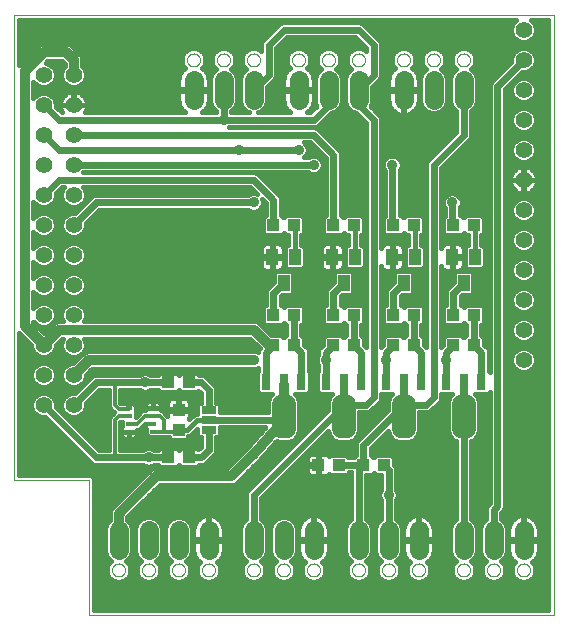
<source format=gtl>
G75*
%MOIN*%
%OFA0B0*%
%FSLAX25Y25*%
%IPPOS*%
%LPD*%
%AMOC8*
5,1,8,0,0,1.08239X$1,22.5*
%
%ADD10C,0.00000*%
%ADD11C,0.05543*%
%ADD12C,0.06496*%
%ADD13R,0.03150X0.05512*%
%ADD14R,0.03150X0.07480*%
%ADD15C,0.06000*%
%ADD16R,0.03937X0.05512*%
%ADD17R,0.04331X0.03937*%
%ADD18R,0.05000X0.02500*%
%ADD19R,0.03937X0.04331*%
%ADD20R,0.01969X0.01378*%
%ADD21C,0.02400*%
%ADD22C,0.01600*%
%ADD23C,0.03562*%
%ADD24C,0.01200*%
%ADD25C,0.03200*%
D10*
X0062595Y0031433D02*
X0062595Y0076433D01*
X0037595Y0076433D01*
X0037595Y0231433D01*
X0217595Y0231433D01*
X0217595Y0031433D01*
X0062595Y0031433D01*
X0070430Y0046433D02*
X0070432Y0046526D01*
X0070438Y0046618D01*
X0070448Y0046710D01*
X0070462Y0046801D01*
X0070479Y0046892D01*
X0070501Y0046982D01*
X0070526Y0047071D01*
X0070555Y0047159D01*
X0070588Y0047245D01*
X0070625Y0047330D01*
X0070665Y0047414D01*
X0070709Y0047495D01*
X0070756Y0047575D01*
X0070806Y0047653D01*
X0070860Y0047728D01*
X0070917Y0047801D01*
X0070977Y0047871D01*
X0071040Y0047939D01*
X0071106Y0048004D01*
X0071174Y0048066D01*
X0071245Y0048126D01*
X0071319Y0048182D01*
X0071395Y0048235D01*
X0071473Y0048284D01*
X0071553Y0048331D01*
X0071635Y0048373D01*
X0071719Y0048413D01*
X0071804Y0048448D01*
X0071891Y0048480D01*
X0071979Y0048509D01*
X0072068Y0048533D01*
X0072158Y0048554D01*
X0072249Y0048570D01*
X0072341Y0048583D01*
X0072433Y0048592D01*
X0072526Y0048597D01*
X0072618Y0048598D01*
X0072711Y0048595D01*
X0072803Y0048588D01*
X0072895Y0048577D01*
X0072986Y0048562D01*
X0073077Y0048544D01*
X0073167Y0048521D01*
X0073255Y0048495D01*
X0073343Y0048465D01*
X0073429Y0048431D01*
X0073513Y0048394D01*
X0073596Y0048352D01*
X0073677Y0048308D01*
X0073757Y0048260D01*
X0073834Y0048209D01*
X0073908Y0048154D01*
X0073981Y0048096D01*
X0074051Y0048036D01*
X0074118Y0047972D01*
X0074182Y0047906D01*
X0074244Y0047836D01*
X0074302Y0047765D01*
X0074357Y0047691D01*
X0074409Y0047614D01*
X0074458Y0047535D01*
X0074504Y0047455D01*
X0074546Y0047372D01*
X0074584Y0047288D01*
X0074619Y0047202D01*
X0074650Y0047115D01*
X0074677Y0047027D01*
X0074700Y0046937D01*
X0074720Y0046847D01*
X0074736Y0046756D01*
X0074748Y0046664D01*
X0074756Y0046572D01*
X0074760Y0046479D01*
X0074760Y0046387D01*
X0074756Y0046294D01*
X0074748Y0046202D01*
X0074736Y0046110D01*
X0074720Y0046019D01*
X0074700Y0045929D01*
X0074677Y0045839D01*
X0074650Y0045751D01*
X0074619Y0045664D01*
X0074584Y0045578D01*
X0074546Y0045494D01*
X0074504Y0045411D01*
X0074458Y0045331D01*
X0074409Y0045252D01*
X0074357Y0045175D01*
X0074302Y0045101D01*
X0074244Y0045030D01*
X0074182Y0044960D01*
X0074118Y0044894D01*
X0074051Y0044830D01*
X0073981Y0044770D01*
X0073908Y0044712D01*
X0073834Y0044657D01*
X0073757Y0044606D01*
X0073678Y0044558D01*
X0073596Y0044514D01*
X0073513Y0044472D01*
X0073429Y0044435D01*
X0073343Y0044401D01*
X0073255Y0044371D01*
X0073167Y0044345D01*
X0073077Y0044322D01*
X0072986Y0044304D01*
X0072895Y0044289D01*
X0072803Y0044278D01*
X0072711Y0044271D01*
X0072618Y0044268D01*
X0072526Y0044269D01*
X0072433Y0044274D01*
X0072341Y0044283D01*
X0072249Y0044296D01*
X0072158Y0044312D01*
X0072068Y0044333D01*
X0071979Y0044357D01*
X0071891Y0044386D01*
X0071804Y0044418D01*
X0071719Y0044453D01*
X0071635Y0044493D01*
X0071553Y0044535D01*
X0071473Y0044582D01*
X0071395Y0044631D01*
X0071319Y0044684D01*
X0071245Y0044740D01*
X0071174Y0044800D01*
X0071106Y0044862D01*
X0071040Y0044927D01*
X0070977Y0044995D01*
X0070917Y0045065D01*
X0070860Y0045138D01*
X0070806Y0045213D01*
X0070756Y0045291D01*
X0070709Y0045371D01*
X0070665Y0045452D01*
X0070625Y0045536D01*
X0070588Y0045621D01*
X0070555Y0045707D01*
X0070526Y0045795D01*
X0070501Y0045884D01*
X0070479Y0045974D01*
X0070462Y0046065D01*
X0070448Y0046156D01*
X0070438Y0046248D01*
X0070432Y0046340D01*
X0070430Y0046433D01*
X0080430Y0046433D02*
X0080432Y0046526D01*
X0080438Y0046618D01*
X0080448Y0046710D01*
X0080462Y0046801D01*
X0080479Y0046892D01*
X0080501Y0046982D01*
X0080526Y0047071D01*
X0080555Y0047159D01*
X0080588Y0047245D01*
X0080625Y0047330D01*
X0080665Y0047414D01*
X0080709Y0047495D01*
X0080756Y0047575D01*
X0080806Y0047653D01*
X0080860Y0047728D01*
X0080917Y0047801D01*
X0080977Y0047871D01*
X0081040Y0047939D01*
X0081106Y0048004D01*
X0081174Y0048066D01*
X0081245Y0048126D01*
X0081319Y0048182D01*
X0081395Y0048235D01*
X0081473Y0048284D01*
X0081553Y0048331D01*
X0081635Y0048373D01*
X0081719Y0048413D01*
X0081804Y0048448D01*
X0081891Y0048480D01*
X0081979Y0048509D01*
X0082068Y0048533D01*
X0082158Y0048554D01*
X0082249Y0048570D01*
X0082341Y0048583D01*
X0082433Y0048592D01*
X0082526Y0048597D01*
X0082618Y0048598D01*
X0082711Y0048595D01*
X0082803Y0048588D01*
X0082895Y0048577D01*
X0082986Y0048562D01*
X0083077Y0048544D01*
X0083167Y0048521D01*
X0083255Y0048495D01*
X0083343Y0048465D01*
X0083429Y0048431D01*
X0083513Y0048394D01*
X0083596Y0048352D01*
X0083677Y0048308D01*
X0083757Y0048260D01*
X0083834Y0048209D01*
X0083908Y0048154D01*
X0083981Y0048096D01*
X0084051Y0048036D01*
X0084118Y0047972D01*
X0084182Y0047906D01*
X0084244Y0047836D01*
X0084302Y0047765D01*
X0084357Y0047691D01*
X0084409Y0047614D01*
X0084458Y0047535D01*
X0084504Y0047455D01*
X0084546Y0047372D01*
X0084584Y0047288D01*
X0084619Y0047202D01*
X0084650Y0047115D01*
X0084677Y0047027D01*
X0084700Y0046937D01*
X0084720Y0046847D01*
X0084736Y0046756D01*
X0084748Y0046664D01*
X0084756Y0046572D01*
X0084760Y0046479D01*
X0084760Y0046387D01*
X0084756Y0046294D01*
X0084748Y0046202D01*
X0084736Y0046110D01*
X0084720Y0046019D01*
X0084700Y0045929D01*
X0084677Y0045839D01*
X0084650Y0045751D01*
X0084619Y0045664D01*
X0084584Y0045578D01*
X0084546Y0045494D01*
X0084504Y0045411D01*
X0084458Y0045331D01*
X0084409Y0045252D01*
X0084357Y0045175D01*
X0084302Y0045101D01*
X0084244Y0045030D01*
X0084182Y0044960D01*
X0084118Y0044894D01*
X0084051Y0044830D01*
X0083981Y0044770D01*
X0083908Y0044712D01*
X0083834Y0044657D01*
X0083757Y0044606D01*
X0083678Y0044558D01*
X0083596Y0044514D01*
X0083513Y0044472D01*
X0083429Y0044435D01*
X0083343Y0044401D01*
X0083255Y0044371D01*
X0083167Y0044345D01*
X0083077Y0044322D01*
X0082986Y0044304D01*
X0082895Y0044289D01*
X0082803Y0044278D01*
X0082711Y0044271D01*
X0082618Y0044268D01*
X0082526Y0044269D01*
X0082433Y0044274D01*
X0082341Y0044283D01*
X0082249Y0044296D01*
X0082158Y0044312D01*
X0082068Y0044333D01*
X0081979Y0044357D01*
X0081891Y0044386D01*
X0081804Y0044418D01*
X0081719Y0044453D01*
X0081635Y0044493D01*
X0081553Y0044535D01*
X0081473Y0044582D01*
X0081395Y0044631D01*
X0081319Y0044684D01*
X0081245Y0044740D01*
X0081174Y0044800D01*
X0081106Y0044862D01*
X0081040Y0044927D01*
X0080977Y0044995D01*
X0080917Y0045065D01*
X0080860Y0045138D01*
X0080806Y0045213D01*
X0080756Y0045291D01*
X0080709Y0045371D01*
X0080665Y0045452D01*
X0080625Y0045536D01*
X0080588Y0045621D01*
X0080555Y0045707D01*
X0080526Y0045795D01*
X0080501Y0045884D01*
X0080479Y0045974D01*
X0080462Y0046065D01*
X0080448Y0046156D01*
X0080438Y0046248D01*
X0080432Y0046340D01*
X0080430Y0046433D01*
X0090430Y0046433D02*
X0090432Y0046526D01*
X0090438Y0046618D01*
X0090448Y0046710D01*
X0090462Y0046801D01*
X0090479Y0046892D01*
X0090501Y0046982D01*
X0090526Y0047071D01*
X0090555Y0047159D01*
X0090588Y0047245D01*
X0090625Y0047330D01*
X0090665Y0047414D01*
X0090709Y0047495D01*
X0090756Y0047575D01*
X0090806Y0047653D01*
X0090860Y0047728D01*
X0090917Y0047801D01*
X0090977Y0047871D01*
X0091040Y0047939D01*
X0091106Y0048004D01*
X0091174Y0048066D01*
X0091245Y0048126D01*
X0091319Y0048182D01*
X0091395Y0048235D01*
X0091473Y0048284D01*
X0091553Y0048331D01*
X0091635Y0048373D01*
X0091719Y0048413D01*
X0091804Y0048448D01*
X0091891Y0048480D01*
X0091979Y0048509D01*
X0092068Y0048533D01*
X0092158Y0048554D01*
X0092249Y0048570D01*
X0092341Y0048583D01*
X0092433Y0048592D01*
X0092526Y0048597D01*
X0092618Y0048598D01*
X0092711Y0048595D01*
X0092803Y0048588D01*
X0092895Y0048577D01*
X0092986Y0048562D01*
X0093077Y0048544D01*
X0093167Y0048521D01*
X0093255Y0048495D01*
X0093343Y0048465D01*
X0093429Y0048431D01*
X0093513Y0048394D01*
X0093596Y0048352D01*
X0093677Y0048308D01*
X0093757Y0048260D01*
X0093834Y0048209D01*
X0093908Y0048154D01*
X0093981Y0048096D01*
X0094051Y0048036D01*
X0094118Y0047972D01*
X0094182Y0047906D01*
X0094244Y0047836D01*
X0094302Y0047765D01*
X0094357Y0047691D01*
X0094409Y0047614D01*
X0094458Y0047535D01*
X0094504Y0047455D01*
X0094546Y0047372D01*
X0094584Y0047288D01*
X0094619Y0047202D01*
X0094650Y0047115D01*
X0094677Y0047027D01*
X0094700Y0046937D01*
X0094720Y0046847D01*
X0094736Y0046756D01*
X0094748Y0046664D01*
X0094756Y0046572D01*
X0094760Y0046479D01*
X0094760Y0046387D01*
X0094756Y0046294D01*
X0094748Y0046202D01*
X0094736Y0046110D01*
X0094720Y0046019D01*
X0094700Y0045929D01*
X0094677Y0045839D01*
X0094650Y0045751D01*
X0094619Y0045664D01*
X0094584Y0045578D01*
X0094546Y0045494D01*
X0094504Y0045411D01*
X0094458Y0045331D01*
X0094409Y0045252D01*
X0094357Y0045175D01*
X0094302Y0045101D01*
X0094244Y0045030D01*
X0094182Y0044960D01*
X0094118Y0044894D01*
X0094051Y0044830D01*
X0093981Y0044770D01*
X0093908Y0044712D01*
X0093834Y0044657D01*
X0093757Y0044606D01*
X0093678Y0044558D01*
X0093596Y0044514D01*
X0093513Y0044472D01*
X0093429Y0044435D01*
X0093343Y0044401D01*
X0093255Y0044371D01*
X0093167Y0044345D01*
X0093077Y0044322D01*
X0092986Y0044304D01*
X0092895Y0044289D01*
X0092803Y0044278D01*
X0092711Y0044271D01*
X0092618Y0044268D01*
X0092526Y0044269D01*
X0092433Y0044274D01*
X0092341Y0044283D01*
X0092249Y0044296D01*
X0092158Y0044312D01*
X0092068Y0044333D01*
X0091979Y0044357D01*
X0091891Y0044386D01*
X0091804Y0044418D01*
X0091719Y0044453D01*
X0091635Y0044493D01*
X0091553Y0044535D01*
X0091473Y0044582D01*
X0091395Y0044631D01*
X0091319Y0044684D01*
X0091245Y0044740D01*
X0091174Y0044800D01*
X0091106Y0044862D01*
X0091040Y0044927D01*
X0090977Y0044995D01*
X0090917Y0045065D01*
X0090860Y0045138D01*
X0090806Y0045213D01*
X0090756Y0045291D01*
X0090709Y0045371D01*
X0090665Y0045452D01*
X0090625Y0045536D01*
X0090588Y0045621D01*
X0090555Y0045707D01*
X0090526Y0045795D01*
X0090501Y0045884D01*
X0090479Y0045974D01*
X0090462Y0046065D01*
X0090448Y0046156D01*
X0090438Y0046248D01*
X0090432Y0046340D01*
X0090430Y0046433D01*
X0100430Y0046433D02*
X0100432Y0046526D01*
X0100438Y0046618D01*
X0100448Y0046710D01*
X0100462Y0046801D01*
X0100479Y0046892D01*
X0100501Y0046982D01*
X0100526Y0047071D01*
X0100555Y0047159D01*
X0100588Y0047245D01*
X0100625Y0047330D01*
X0100665Y0047414D01*
X0100709Y0047495D01*
X0100756Y0047575D01*
X0100806Y0047653D01*
X0100860Y0047728D01*
X0100917Y0047801D01*
X0100977Y0047871D01*
X0101040Y0047939D01*
X0101106Y0048004D01*
X0101174Y0048066D01*
X0101245Y0048126D01*
X0101319Y0048182D01*
X0101395Y0048235D01*
X0101473Y0048284D01*
X0101553Y0048331D01*
X0101635Y0048373D01*
X0101719Y0048413D01*
X0101804Y0048448D01*
X0101891Y0048480D01*
X0101979Y0048509D01*
X0102068Y0048533D01*
X0102158Y0048554D01*
X0102249Y0048570D01*
X0102341Y0048583D01*
X0102433Y0048592D01*
X0102526Y0048597D01*
X0102618Y0048598D01*
X0102711Y0048595D01*
X0102803Y0048588D01*
X0102895Y0048577D01*
X0102986Y0048562D01*
X0103077Y0048544D01*
X0103167Y0048521D01*
X0103255Y0048495D01*
X0103343Y0048465D01*
X0103429Y0048431D01*
X0103513Y0048394D01*
X0103596Y0048352D01*
X0103677Y0048308D01*
X0103757Y0048260D01*
X0103834Y0048209D01*
X0103908Y0048154D01*
X0103981Y0048096D01*
X0104051Y0048036D01*
X0104118Y0047972D01*
X0104182Y0047906D01*
X0104244Y0047836D01*
X0104302Y0047765D01*
X0104357Y0047691D01*
X0104409Y0047614D01*
X0104458Y0047535D01*
X0104504Y0047455D01*
X0104546Y0047372D01*
X0104584Y0047288D01*
X0104619Y0047202D01*
X0104650Y0047115D01*
X0104677Y0047027D01*
X0104700Y0046937D01*
X0104720Y0046847D01*
X0104736Y0046756D01*
X0104748Y0046664D01*
X0104756Y0046572D01*
X0104760Y0046479D01*
X0104760Y0046387D01*
X0104756Y0046294D01*
X0104748Y0046202D01*
X0104736Y0046110D01*
X0104720Y0046019D01*
X0104700Y0045929D01*
X0104677Y0045839D01*
X0104650Y0045751D01*
X0104619Y0045664D01*
X0104584Y0045578D01*
X0104546Y0045494D01*
X0104504Y0045411D01*
X0104458Y0045331D01*
X0104409Y0045252D01*
X0104357Y0045175D01*
X0104302Y0045101D01*
X0104244Y0045030D01*
X0104182Y0044960D01*
X0104118Y0044894D01*
X0104051Y0044830D01*
X0103981Y0044770D01*
X0103908Y0044712D01*
X0103834Y0044657D01*
X0103757Y0044606D01*
X0103678Y0044558D01*
X0103596Y0044514D01*
X0103513Y0044472D01*
X0103429Y0044435D01*
X0103343Y0044401D01*
X0103255Y0044371D01*
X0103167Y0044345D01*
X0103077Y0044322D01*
X0102986Y0044304D01*
X0102895Y0044289D01*
X0102803Y0044278D01*
X0102711Y0044271D01*
X0102618Y0044268D01*
X0102526Y0044269D01*
X0102433Y0044274D01*
X0102341Y0044283D01*
X0102249Y0044296D01*
X0102158Y0044312D01*
X0102068Y0044333D01*
X0101979Y0044357D01*
X0101891Y0044386D01*
X0101804Y0044418D01*
X0101719Y0044453D01*
X0101635Y0044493D01*
X0101553Y0044535D01*
X0101473Y0044582D01*
X0101395Y0044631D01*
X0101319Y0044684D01*
X0101245Y0044740D01*
X0101174Y0044800D01*
X0101106Y0044862D01*
X0101040Y0044927D01*
X0100977Y0044995D01*
X0100917Y0045065D01*
X0100860Y0045138D01*
X0100806Y0045213D01*
X0100756Y0045291D01*
X0100709Y0045371D01*
X0100665Y0045452D01*
X0100625Y0045536D01*
X0100588Y0045621D01*
X0100555Y0045707D01*
X0100526Y0045795D01*
X0100501Y0045884D01*
X0100479Y0045974D01*
X0100462Y0046065D01*
X0100448Y0046156D01*
X0100438Y0046248D01*
X0100432Y0046340D01*
X0100430Y0046433D01*
X0115430Y0046433D02*
X0115432Y0046526D01*
X0115438Y0046618D01*
X0115448Y0046710D01*
X0115462Y0046801D01*
X0115479Y0046892D01*
X0115501Y0046982D01*
X0115526Y0047071D01*
X0115555Y0047159D01*
X0115588Y0047245D01*
X0115625Y0047330D01*
X0115665Y0047414D01*
X0115709Y0047495D01*
X0115756Y0047575D01*
X0115806Y0047653D01*
X0115860Y0047728D01*
X0115917Y0047801D01*
X0115977Y0047871D01*
X0116040Y0047939D01*
X0116106Y0048004D01*
X0116174Y0048066D01*
X0116245Y0048126D01*
X0116319Y0048182D01*
X0116395Y0048235D01*
X0116473Y0048284D01*
X0116553Y0048331D01*
X0116635Y0048373D01*
X0116719Y0048413D01*
X0116804Y0048448D01*
X0116891Y0048480D01*
X0116979Y0048509D01*
X0117068Y0048533D01*
X0117158Y0048554D01*
X0117249Y0048570D01*
X0117341Y0048583D01*
X0117433Y0048592D01*
X0117526Y0048597D01*
X0117618Y0048598D01*
X0117711Y0048595D01*
X0117803Y0048588D01*
X0117895Y0048577D01*
X0117986Y0048562D01*
X0118077Y0048544D01*
X0118167Y0048521D01*
X0118255Y0048495D01*
X0118343Y0048465D01*
X0118429Y0048431D01*
X0118513Y0048394D01*
X0118596Y0048352D01*
X0118677Y0048308D01*
X0118757Y0048260D01*
X0118834Y0048209D01*
X0118908Y0048154D01*
X0118981Y0048096D01*
X0119051Y0048036D01*
X0119118Y0047972D01*
X0119182Y0047906D01*
X0119244Y0047836D01*
X0119302Y0047765D01*
X0119357Y0047691D01*
X0119409Y0047614D01*
X0119458Y0047535D01*
X0119504Y0047455D01*
X0119546Y0047372D01*
X0119584Y0047288D01*
X0119619Y0047202D01*
X0119650Y0047115D01*
X0119677Y0047027D01*
X0119700Y0046937D01*
X0119720Y0046847D01*
X0119736Y0046756D01*
X0119748Y0046664D01*
X0119756Y0046572D01*
X0119760Y0046479D01*
X0119760Y0046387D01*
X0119756Y0046294D01*
X0119748Y0046202D01*
X0119736Y0046110D01*
X0119720Y0046019D01*
X0119700Y0045929D01*
X0119677Y0045839D01*
X0119650Y0045751D01*
X0119619Y0045664D01*
X0119584Y0045578D01*
X0119546Y0045494D01*
X0119504Y0045411D01*
X0119458Y0045331D01*
X0119409Y0045252D01*
X0119357Y0045175D01*
X0119302Y0045101D01*
X0119244Y0045030D01*
X0119182Y0044960D01*
X0119118Y0044894D01*
X0119051Y0044830D01*
X0118981Y0044770D01*
X0118908Y0044712D01*
X0118834Y0044657D01*
X0118757Y0044606D01*
X0118678Y0044558D01*
X0118596Y0044514D01*
X0118513Y0044472D01*
X0118429Y0044435D01*
X0118343Y0044401D01*
X0118255Y0044371D01*
X0118167Y0044345D01*
X0118077Y0044322D01*
X0117986Y0044304D01*
X0117895Y0044289D01*
X0117803Y0044278D01*
X0117711Y0044271D01*
X0117618Y0044268D01*
X0117526Y0044269D01*
X0117433Y0044274D01*
X0117341Y0044283D01*
X0117249Y0044296D01*
X0117158Y0044312D01*
X0117068Y0044333D01*
X0116979Y0044357D01*
X0116891Y0044386D01*
X0116804Y0044418D01*
X0116719Y0044453D01*
X0116635Y0044493D01*
X0116553Y0044535D01*
X0116473Y0044582D01*
X0116395Y0044631D01*
X0116319Y0044684D01*
X0116245Y0044740D01*
X0116174Y0044800D01*
X0116106Y0044862D01*
X0116040Y0044927D01*
X0115977Y0044995D01*
X0115917Y0045065D01*
X0115860Y0045138D01*
X0115806Y0045213D01*
X0115756Y0045291D01*
X0115709Y0045371D01*
X0115665Y0045452D01*
X0115625Y0045536D01*
X0115588Y0045621D01*
X0115555Y0045707D01*
X0115526Y0045795D01*
X0115501Y0045884D01*
X0115479Y0045974D01*
X0115462Y0046065D01*
X0115448Y0046156D01*
X0115438Y0046248D01*
X0115432Y0046340D01*
X0115430Y0046433D01*
X0125430Y0046433D02*
X0125432Y0046526D01*
X0125438Y0046618D01*
X0125448Y0046710D01*
X0125462Y0046801D01*
X0125479Y0046892D01*
X0125501Y0046982D01*
X0125526Y0047071D01*
X0125555Y0047159D01*
X0125588Y0047245D01*
X0125625Y0047330D01*
X0125665Y0047414D01*
X0125709Y0047495D01*
X0125756Y0047575D01*
X0125806Y0047653D01*
X0125860Y0047728D01*
X0125917Y0047801D01*
X0125977Y0047871D01*
X0126040Y0047939D01*
X0126106Y0048004D01*
X0126174Y0048066D01*
X0126245Y0048126D01*
X0126319Y0048182D01*
X0126395Y0048235D01*
X0126473Y0048284D01*
X0126553Y0048331D01*
X0126635Y0048373D01*
X0126719Y0048413D01*
X0126804Y0048448D01*
X0126891Y0048480D01*
X0126979Y0048509D01*
X0127068Y0048533D01*
X0127158Y0048554D01*
X0127249Y0048570D01*
X0127341Y0048583D01*
X0127433Y0048592D01*
X0127526Y0048597D01*
X0127618Y0048598D01*
X0127711Y0048595D01*
X0127803Y0048588D01*
X0127895Y0048577D01*
X0127986Y0048562D01*
X0128077Y0048544D01*
X0128167Y0048521D01*
X0128255Y0048495D01*
X0128343Y0048465D01*
X0128429Y0048431D01*
X0128513Y0048394D01*
X0128596Y0048352D01*
X0128677Y0048308D01*
X0128757Y0048260D01*
X0128834Y0048209D01*
X0128908Y0048154D01*
X0128981Y0048096D01*
X0129051Y0048036D01*
X0129118Y0047972D01*
X0129182Y0047906D01*
X0129244Y0047836D01*
X0129302Y0047765D01*
X0129357Y0047691D01*
X0129409Y0047614D01*
X0129458Y0047535D01*
X0129504Y0047455D01*
X0129546Y0047372D01*
X0129584Y0047288D01*
X0129619Y0047202D01*
X0129650Y0047115D01*
X0129677Y0047027D01*
X0129700Y0046937D01*
X0129720Y0046847D01*
X0129736Y0046756D01*
X0129748Y0046664D01*
X0129756Y0046572D01*
X0129760Y0046479D01*
X0129760Y0046387D01*
X0129756Y0046294D01*
X0129748Y0046202D01*
X0129736Y0046110D01*
X0129720Y0046019D01*
X0129700Y0045929D01*
X0129677Y0045839D01*
X0129650Y0045751D01*
X0129619Y0045664D01*
X0129584Y0045578D01*
X0129546Y0045494D01*
X0129504Y0045411D01*
X0129458Y0045331D01*
X0129409Y0045252D01*
X0129357Y0045175D01*
X0129302Y0045101D01*
X0129244Y0045030D01*
X0129182Y0044960D01*
X0129118Y0044894D01*
X0129051Y0044830D01*
X0128981Y0044770D01*
X0128908Y0044712D01*
X0128834Y0044657D01*
X0128757Y0044606D01*
X0128678Y0044558D01*
X0128596Y0044514D01*
X0128513Y0044472D01*
X0128429Y0044435D01*
X0128343Y0044401D01*
X0128255Y0044371D01*
X0128167Y0044345D01*
X0128077Y0044322D01*
X0127986Y0044304D01*
X0127895Y0044289D01*
X0127803Y0044278D01*
X0127711Y0044271D01*
X0127618Y0044268D01*
X0127526Y0044269D01*
X0127433Y0044274D01*
X0127341Y0044283D01*
X0127249Y0044296D01*
X0127158Y0044312D01*
X0127068Y0044333D01*
X0126979Y0044357D01*
X0126891Y0044386D01*
X0126804Y0044418D01*
X0126719Y0044453D01*
X0126635Y0044493D01*
X0126553Y0044535D01*
X0126473Y0044582D01*
X0126395Y0044631D01*
X0126319Y0044684D01*
X0126245Y0044740D01*
X0126174Y0044800D01*
X0126106Y0044862D01*
X0126040Y0044927D01*
X0125977Y0044995D01*
X0125917Y0045065D01*
X0125860Y0045138D01*
X0125806Y0045213D01*
X0125756Y0045291D01*
X0125709Y0045371D01*
X0125665Y0045452D01*
X0125625Y0045536D01*
X0125588Y0045621D01*
X0125555Y0045707D01*
X0125526Y0045795D01*
X0125501Y0045884D01*
X0125479Y0045974D01*
X0125462Y0046065D01*
X0125448Y0046156D01*
X0125438Y0046248D01*
X0125432Y0046340D01*
X0125430Y0046433D01*
X0135430Y0046433D02*
X0135432Y0046526D01*
X0135438Y0046618D01*
X0135448Y0046710D01*
X0135462Y0046801D01*
X0135479Y0046892D01*
X0135501Y0046982D01*
X0135526Y0047071D01*
X0135555Y0047159D01*
X0135588Y0047245D01*
X0135625Y0047330D01*
X0135665Y0047414D01*
X0135709Y0047495D01*
X0135756Y0047575D01*
X0135806Y0047653D01*
X0135860Y0047728D01*
X0135917Y0047801D01*
X0135977Y0047871D01*
X0136040Y0047939D01*
X0136106Y0048004D01*
X0136174Y0048066D01*
X0136245Y0048126D01*
X0136319Y0048182D01*
X0136395Y0048235D01*
X0136473Y0048284D01*
X0136553Y0048331D01*
X0136635Y0048373D01*
X0136719Y0048413D01*
X0136804Y0048448D01*
X0136891Y0048480D01*
X0136979Y0048509D01*
X0137068Y0048533D01*
X0137158Y0048554D01*
X0137249Y0048570D01*
X0137341Y0048583D01*
X0137433Y0048592D01*
X0137526Y0048597D01*
X0137618Y0048598D01*
X0137711Y0048595D01*
X0137803Y0048588D01*
X0137895Y0048577D01*
X0137986Y0048562D01*
X0138077Y0048544D01*
X0138167Y0048521D01*
X0138255Y0048495D01*
X0138343Y0048465D01*
X0138429Y0048431D01*
X0138513Y0048394D01*
X0138596Y0048352D01*
X0138677Y0048308D01*
X0138757Y0048260D01*
X0138834Y0048209D01*
X0138908Y0048154D01*
X0138981Y0048096D01*
X0139051Y0048036D01*
X0139118Y0047972D01*
X0139182Y0047906D01*
X0139244Y0047836D01*
X0139302Y0047765D01*
X0139357Y0047691D01*
X0139409Y0047614D01*
X0139458Y0047535D01*
X0139504Y0047455D01*
X0139546Y0047372D01*
X0139584Y0047288D01*
X0139619Y0047202D01*
X0139650Y0047115D01*
X0139677Y0047027D01*
X0139700Y0046937D01*
X0139720Y0046847D01*
X0139736Y0046756D01*
X0139748Y0046664D01*
X0139756Y0046572D01*
X0139760Y0046479D01*
X0139760Y0046387D01*
X0139756Y0046294D01*
X0139748Y0046202D01*
X0139736Y0046110D01*
X0139720Y0046019D01*
X0139700Y0045929D01*
X0139677Y0045839D01*
X0139650Y0045751D01*
X0139619Y0045664D01*
X0139584Y0045578D01*
X0139546Y0045494D01*
X0139504Y0045411D01*
X0139458Y0045331D01*
X0139409Y0045252D01*
X0139357Y0045175D01*
X0139302Y0045101D01*
X0139244Y0045030D01*
X0139182Y0044960D01*
X0139118Y0044894D01*
X0139051Y0044830D01*
X0138981Y0044770D01*
X0138908Y0044712D01*
X0138834Y0044657D01*
X0138757Y0044606D01*
X0138678Y0044558D01*
X0138596Y0044514D01*
X0138513Y0044472D01*
X0138429Y0044435D01*
X0138343Y0044401D01*
X0138255Y0044371D01*
X0138167Y0044345D01*
X0138077Y0044322D01*
X0137986Y0044304D01*
X0137895Y0044289D01*
X0137803Y0044278D01*
X0137711Y0044271D01*
X0137618Y0044268D01*
X0137526Y0044269D01*
X0137433Y0044274D01*
X0137341Y0044283D01*
X0137249Y0044296D01*
X0137158Y0044312D01*
X0137068Y0044333D01*
X0136979Y0044357D01*
X0136891Y0044386D01*
X0136804Y0044418D01*
X0136719Y0044453D01*
X0136635Y0044493D01*
X0136553Y0044535D01*
X0136473Y0044582D01*
X0136395Y0044631D01*
X0136319Y0044684D01*
X0136245Y0044740D01*
X0136174Y0044800D01*
X0136106Y0044862D01*
X0136040Y0044927D01*
X0135977Y0044995D01*
X0135917Y0045065D01*
X0135860Y0045138D01*
X0135806Y0045213D01*
X0135756Y0045291D01*
X0135709Y0045371D01*
X0135665Y0045452D01*
X0135625Y0045536D01*
X0135588Y0045621D01*
X0135555Y0045707D01*
X0135526Y0045795D01*
X0135501Y0045884D01*
X0135479Y0045974D01*
X0135462Y0046065D01*
X0135448Y0046156D01*
X0135438Y0046248D01*
X0135432Y0046340D01*
X0135430Y0046433D01*
X0150430Y0046433D02*
X0150432Y0046526D01*
X0150438Y0046618D01*
X0150448Y0046710D01*
X0150462Y0046801D01*
X0150479Y0046892D01*
X0150501Y0046982D01*
X0150526Y0047071D01*
X0150555Y0047159D01*
X0150588Y0047245D01*
X0150625Y0047330D01*
X0150665Y0047414D01*
X0150709Y0047495D01*
X0150756Y0047575D01*
X0150806Y0047653D01*
X0150860Y0047728D01*
X0150917Y0047801D01*
X0150977Y0047871D01*
X0151040Y0047939D01*
X0151106Y0048004D01*
X0151174Y0048066D01*
X0151245Y0048126D01*
X0151319Y0048182D01*
X0151395Y0048235D01*
X0151473Y0048284D01*
X0151553Y0048331D01*
X0151635Y0048373D01*
X0151719Y0048413D01*
X0151804Y0048448D01*
X0151891Y0048480D01*
X0151979Y0048509D01*
X0152068Y0048533D01*
X0152158Y0048554D01*
X0152249Y0048570D01*
X0152341Y0048583D01*
X0152433Y0048592D01*
X0152526Y0048597D01*
X0152618Y0048598D01*
X0152711Y0048595D01*
X0152803Y0048588D01*
X0152895Y0048577D01*
X0152986Y0048562D01*
X0153077Y0048544D01*
X0153167Y0048521D01*
X0153255Y0048495D01*
X0153343Y0048465D01*
X0153429Y0048431D01*
X0153513Y0048394D01*
X0153596Y0048352D01*
X0153677Y0048308D01*
X0153757Y0048260D01*
X0153834Y0048209D01*
X0153908Y0048154D01*
X0153981Y0048096D01*
X0154051Y0048036D01*
X0154118Y0047972D01*
X0154182Y0047906D01*
X0154244Y0047836D01*
X0154302Y0047765D01*
X0154357Y0047691D01*
X0154409Y0047614D01*
X0154458Y0047535D01*
X0154504Y0047455D01*
X0154546Y0047372D01*
X0154584Y0047288D01*
X0154619Y0047202D01*
X0154650Y0047115D01*
X0154677Y0047027D01*
X0154700Y0046937D01*
X0154720Y0046847D01*
X0154736Y0046756D01*
X0154748Y0046664D01*
X0154756Y0046572D01*
X0154760Y0046479D01*
X0154760Y0046387D01*
X0154756Y0046294D01*
X0154748Y0046202D01*
X0154736Y0046110D01*
X0154720Y0046019D01*
X0154700Y0045929D01*
X0154677Y0045839D01*
X0154650Y0045751D01*
X0154619Y0045664D01*
X0154584Y0045578D01*
X0154546Y0045494D01*
X0154504Y0045411D01*
X0154458Y0045331D01*
X0154409Y0045252D01*
X0154357Y0045175D01*
X0154302Y0045101D01*
X0154244Y0045030D01*
X0154182Y0044960D01*
X0154118Y0044894D01*
X0154051Y0044830D01*
X0153981Y0044770D01*
X0153908Y0044712D01*
X0153834Y0044657D01*
X0153757Y0044606D01*
X0153678Y0044558D01*
X0153596Y0044514D01*
X0153513Y0044472D01*
X0153429Y0044435D01*
X0153343Y0044401D01*
X0153255Y0044371D01*
X0153167Y0044345D01*
X0153077Y0044322D01*
X0152986Y0044304D01*
X0152895Y0044289D01*
X0152803Y0044278D01*
X0152711Y0044271D01*
X0152618Y0044268D01*
X0152526Y0044269D01*
X0152433Y0044274D01*
X0152341Y0044283D01*
X0152249Y0044296D01*
X0152158Y0044312D01*
X0152068Y0044333D01*
X0151979Y0044357D01*
X0151891Y0044386D01*
X0151804Y0044418D01*
X0151719Y0044453D01*
X0151635Y0044493D01*
X0151553Y0044535D01*
X0151473Y0044582D01*
X0151395Y0044631D01*
X0151319Y0044684D01*
X0151245Y0044740D01*
X0151174Y0044800D01*
X0151106Y0044862D01*
X0151040Y0044927D01*
X0150977Y0044995D01*
X0150917Y0045065D01*
X0150860Y0045138D01*
X0150806Y0045213D01*
X0150756Y0045291D01*
X0150709Y0045371D01*
X0150665Y0045452D01*
X0150625Y0045536D01*
X0150588Y0045621D01*
X0150555Y0045707D01*
X0150526Y0045795D01*
X0150501Y0045884D01*
X0150479Y0045974D01*
X0150462Y0046065D01*
X0150448Y0046156D01*
X0150438Y0046248D01*
X0150432Y0046340D01*
X0150430Y0046433D01*
X0160430Y0046433D02*
X0160432Y0046526D01*
X0160438Y0046618D01*
X0160448Y0046710D01*
X0160462Y0046801D01*
X0160479Y0046892D01*
X0160501Y0046982D01*
X0160526Y0047071D01*
X0160555Y0047159D01*
X0160588Y0047245D01*
X0160625Y0047330D01*
X0160665Y0047414D01*
X0160709Y0047495D01*
X0160756Y0047575D01*
X0160806Y0047653D01*
X0160860Y0047728D01*
X0160917Y0047801D01*
X0160977Y0047871D01*
X0161040Y0047939D01*
X0161106Y0048004D01*
X0161174Y0048066D01*
X0161245Y0048126D01*
X0161319Y0048182D01*
X0161395Y0048235D01*
X0161473Y0048284D01*
X0161553Y0048331D01*
X0161635Y0048373D01*
X0161719Y0048413D01*
X0161804Y0048448D01*
X0161891Y0048480D01*
X0161979Y0048509D01*
X0162068Y0048533D01*
X0162158Y0048554D01*
X0162249Y0048570D01*
X0162341Y0048583D01*
X0162433Y0048592D01*
X0162526Y0048597D01*
X0162618Y0048598D01*
X0162711Y0048595D01*
X0162803Y0048588D01*
X0162895Y0048577D01*
X0162986Y0048562D01*
X0163077Y0048544D01*
X0163167Y0048521D01*
X0163255Y0048495D01*
X0163343Y0048465D01*
X0163429Y0048431D01*
X0163513Y0048394D01*
X0163596Y0048352D01*
X0163677Y0048308D01*
X0163757Y0048260D01*
X0163834Y0048209D01*
X0163908Y0048154D01*
X0163981Y0048096D01*
X0164051Y0048036D01*
X0164118Y0047972D01*
X0164182Y0047906D01*
X0164244Y0047836D01*
X0164302Y0047765D01*
X0164357Y0047691D01*
X0164409Y0047614D01*
X0164458Y0047535D01*
X0164504Y0047455D01*
X0164546Y0047372D01*
X0164584Y0047288D01*
X0164619Y0047202D01*
X0164650Y0047115D01*
X0164677Y0047027D01*
X0164700Y0046937D01*
X0164720Y0046847D01*
X0164736Y0046756D01*
X0164748Y0046664D01*
X0164756Y0046572D01*
X0164760Y0046479D01*
X0164760Y0046387D01*
X0164756Y0046294D01*
X0164748Y0046202D01*
X0164736Y0046110D01*
X0164720Y0046019D01*
X0164700Y0045929D01*
X0164677Y0045839D01*
X0164650Y0045751D01*
X0164619Y0045664D01*
X0164584Y0045578D01*
X0164546Y0045494D01*
X0164504Y0045411D01*
X0164458Y0045331D01*
X0164409Y0045252D01*
X0164357Y0045175D01*
X0164302Y0045101D01*
X0164244Y0045030D01*
X0164182Y0044960D01*
X0164118Y0044894D01*
X0164051Y0044830D01*
X0163981Y0044770D01*
X0163908Y0044712D01*
X0163834Y0044657D01*
X0163757Y0044606D01*
X0163678Y0044558D01*
X0163596Y0044514D01*
X0163513Y0044472D01*
X0163429Y0044435D01*
X0163343Y0044401D01*
X0163255Y0044371D01*
X0163167Y0044345D01*
X0163077Y0044322D01*
X0162986Y0044304D01*
X0162895Y0044289D01*
X0162803Y0044278D01*
X0162711Y0044271D01*
X0162618Y0044268D01*
X0162526Y0044269D01*
X0162433Y0044274D01*
X0162341Y0044283D01*
X0162249Y0044296D01*
X0162158Y0044312D01*
X0162068Y0044333D01*
X0161979Y0044357D01*
X0161891Y0044386D01*
X0161804Y0044418D01*
X0161719Y0044453D01*
X0161635Y0044493D01*
X0161553Y0044535D01*
X0161473Y0044582D01*
X0161395Y0044631D01*
X0161319Y0044684D01*
X0161245Y0044740D01*
X0161174Y0044800D01*
X0161106Y0044862D01*
X0161040Y0044927D01*
X0160977Y0044995D01*
X0160917Y0045065D01*
X0160860Y0045138D01*
X0160806Y0045213D01*
X0160756Y0045291D01*
X0160709Y0045371D01*
X0160665Y0045452D01*
X0160625Y0045536D01*
X0160588Y0045621D01*
X0160555Y0045707D01*
X0160526Y0045795D01*
X0160501Y0045884D01*
X0160479Y0045974D01*
X0160462Y0046065D01*
X0160448Y0046156D01*
X0160438Y0046248D01*
X0160432Y0046340D01*
X0160430Y0046433D01*
X0170430Y0046433D02*
X0170432Y0046526D01*
X0170438Y0046618D01*
X0170448Y0046710D01*
X0170462Y0046801D01*
X0170479Y0046892D01*
X0170501Y0046982D01*
X0170526Y0047071D01*
X0170555Y0047159D01*
X0170588Y0047245D01*
X0170625Y0047330D01*
X0170665Y0047414D01*
X0170709Y0047495D01*
X0170756Y0047575D01*
X0170806Y0047653D01*
X0170860Y0047728D01*
X0170917Y0047801D01*
X0170977Y0047871D01*
X0171040Y0047939D01*
X0171106Y0048004D01*
X0171174Y0048066D01*
X0171245Y0048126D01*
X0171319Y0048182D01*
X0171395Y0048235D01*
X0171473Y0048284D01*
X0171553Y0048331D01*
X0171635Y0048373D01*
X0171719Y0048413D01*
X0171804Y0048448D01*
X0171891Y0048480D01*
X0171979Y0048509D01*
X0172068Y0048533D01*
X0172158Y0048554D01*
X0172249Y0048570D01*
X0172341Y0048583D01*
X0172433Y0048592D01*
X0172526Y0048597D01*
X0172618Y0048598D01*
X0172711Y0048595D01*
X0172803Y0048588D01*
X0172895Y0048577D01*
X0172986Y0048562D01*
X0173077Y0048544D01*
X0173167Y0048521D01*
X0173255Y0048495D01*
X0173343Y0048465D01*
X0173429Y0048431D01*
X0173513Y0048394D01*
X0173596Y0048352D01*
X0173677Y0048308D01*
X0173757Y0048260D01*
X0173834Y0048209D01*
X0173908Y0048154D01*
X0173981Y0048096D01*
X0174051Y0048036D01*
X0174118Y0047972D01*
X0174182Y0047906D01*
X0174244Y0047836D01*
X0174302Y0047765D01*
X0174357Y0047691D01*
X0174409Y0047614D01*
X0174458Y0047535D01*
X0174504Y0047455D01*
X0174546Y0047372D01*
X0174584Y0047288D01*
X0174619Y0047202D01*
X0174650Y0047115D01*
X0174677Y0047027D01*
X0174700Y0046937D01*
X0174720Y0046847D01*
X0174736Y0046756D01*
X0174748Y0046664D01*
X0174756Y0046572D01*
X0174760Y0046479D01*
X0174760Y0046387D01*
X0174756Y0046294D01*
X0174748Y0046202D01*
X0174736Y0046110D01*
X0174720Y0046019D01*
X0174700Y0045929D01*
X0174677Y0045839D01*
X0174650Y0045751D01*
X0174619Y0045664D01*
X0174584Y0045578D01*
X0174546Y0045494D01*
X0174504Y0045411D01*
X0174458Y0045331D01*
X0174409Y0045252D01*
X0174357Y0045175D01*
X0174302Y0045101D01*
X0174244Y0045030D01*
X0174182Y0044960D01*
X0174118Y0044894D01*
X0174051Y0044830D01*
X0173981Y0044770D01*
X0173908Y0044712D01*
X0173834Y0044657D01*
X0173757Y0044606D01*
X0173678Y0044558D01*
X0173596Y0044514D01*
X0173513Y0044472D01*
X0173429Y0044435D01*
X0173343Y0044401D01*
X0173255Y0044371D01*
X0173167Y0044345D01*
X0173077Y0044322D01*
X0172986Y0044304D01*
X0172895Y0044289D01*
X0172803Y0044278D01*
X0172711Y0044271D01*
X0172618Y0044268D01*
X0172526Y0044269D01*
X0172433Y0044274D01*
X0172341Y0044283D01*
X0172249Y0044296D01*
X0172158Y0044312D01*
X0172068Y0044333D01*
X0171979Y0044357D01*
X0171891Y0044386D01*
X0171804Y0044418D01*
X0171719Y0044453D01*
X0171635Y0044493D01*
X0171553Y0044535D01*
X0171473Y0044582D01*
X0171395Y0044631D01*
X0171319Y0044684D01*
X0171245Y0044740D01*
X0171174Y0044800D01*
X0171106Y0044862D01*
X0171040Y0044927D01*
X0170977Y0044995D01*
X0170917Y0045065D01*
X0170860Y0045138D01*
X0170806Y0045213D01*
X0170756Y0045291D01*
X0170709Y0045371D01*
X0170665Y0045452D01*
X0170625Y0045536D01*
X0170588Y0045621D01*
X0170555Y0045707D01*
X0170526Y0045795D01*
X0170501Y0045884D01*
X0170479Y0045974D01*
X0170462Y0046065D01*
X0170448Y0046156D01*
X0170438Y0046248D01*
X0170432Y0046340D01*
X0170430Y0046433D01*
X0185430Y0046433D02*
X0185432Y0046526D01*
X0185438Y0046618D01*
X0185448Y0046710D01*
X0185462Y0046801D01*
X0185479Y0046892D01*
X0185501Y0046982D01*
X0185526Y0047071D01*
X0185555Y0047159D01*
X0185588Y0047245D01*
X0185625Y0047330D01*
X0185665Y0047414D01*
X0185709Y0047495D01*
X0185756Y0047575D01*
X0185806Y0047653D01*
X0185860Y0047728D01*
X0185917Y0047801D01*
X0185977Y0047871D01*
X0186040Y0047939D01*
X0186106Y0048004D01*
X0186174Y0048066D01*
X0186245Y0048126D01*
X0186319Y0048182D01*
X0186395Y0048235D01*
X0186473Y0048284D01*
X0186553Y0048331D01*
X0186635Y0048373D01*
X0186719Y0048413D01*
X0186804Y0048448D01*
X0186891Y0048480D01*
X0186979Y0048509D01*
X0187068Y0048533D01*
X0187158Y0048554D01*
X0187249Y0048570D01*
X0187341Y0048583D01*
X0187433Y0048592D01*
X0187526Y0048597D01*
X0187618Y0048598D01*
X0187711Y0048595D01*
X0187803Y0048588D01*
X0187895Y0048577D01*
X0187986Y0048562D01*
X0188077Y0048544D01*
X0188167Y0048521D01*
X0188255Y0048495D01*
X0188343Y0048465D01*
X0188429Y0048431D01*
X0188513Y0048394D01*
X0188596Y0048352D01*
X0188677Y0048308D01*
X0188757Y0048260D01*
X0188834Y0048209D01*
X0188908Y0048154D01*
X0188981Y0048096D01*
X0189051Y0048036D01*
X0189118Y0047972D01*
X0189182Y0047906D01*
X0189244Y0047836D01*
X0189302Y0047765D01*
X0189357Y0047691D01*
X0189409Y0047614D01*
X0189458Y0047535D01*
X0189504Y0047455D01*
X0189546Y0047372D01*
X0189584Y0047288D01*
X0189619Y0047202D01*
X0189650Y0047115D01*
X0189677Y0047027D01*
X0189700Y0046937D01*
X0189720Y0046847D01*
X0189736Y0046756D01*
X0189748Y0046664D01*
X0189756Y0046572D01*
X0189760Y0046479D01*
X0189760Y0046387D01*
X0189756Y0046294D01*
X0189748Y0046202D01*
X0189736Y0046110D01*
X0189720Y0046019D01*
X0189700Y0045929D01*
X0189677Y0045839D01*
X0189650Y0045751D01*
X0189619Y0045664D01*
X0189584Y0045578D01*
X0189546Y0045494D01*
X0189504Y0045411D01*
X0189458Y0045331D01*
X0189409Y0045252D01*
X0189357Y0045175D01*
X0189302Y0045101D01*
X0189244Y0045030D01*
X0189182Y0044960D01*
X0189118Y0044894D01*
X0189051Y0044830D01*
X0188981Y0044770D01*
X0188908Y0044712D01*
X0188834Y0044657D01*
X0188757Y0044606D01*
X0188678Y0044558D01*
X0188596Y0044514D01*
X0188513Y0044472D01*
X0188429Y0044435D01*
X0188343Y0044401D01*
X0188255Y0044371D01*
X0188167Y0044345D01*
X0188077Y0044322D01*
X0187986Y0044304D01*
X0187895Y0044289D01*
X0187803Y0044278D01*
X0187711Y0044271D01*
X0187618Y0044268D01*
X0187526Y0044269D01*
X0187433Y0044274D01*
X0187341Y0044283D01*
X0187249Y0044296D01*
X0187158Y0044312D01*
X0187068Y0044333D01*
X0186979Y0044357D01*
X0186891Y0044386D01*
X0186804Y0044418D01*
X0186719Y0044453D01*
X0186635Y0044493D01*
X0186553Y0044535D01*
X0186473Y0044582D01*
X0186395Y0044631D01*
X0186319Y0044684D01*
X0186245Y0044740D01*
X0186174Y0044800D01*
X0186106Y0044862D01*
X0186040Y0044927D01*
X0185977Y0044995D01*
X0185917Y0045065D01*
X0185860Y0045138D01*
X0185806Y0045213D01*
X0185756Y0045291D01*
X0185709Y0045371D01*
X0185665Y0045452D01*
X0185625Y0045536D01*
X0185588Y0045621D01*
X0185555Y0045707D01*
X0185526Y0045795D01*
X0185501Y0045884D01*
X0185479Y0045974D01*
X0185462Y0046065D01*
X0185448Y0046156D01*
X0185438Y0046248D01*
X0185432Y0046340D01*
X0185430Y0046433D01*
X0195430Y0046433D02*
X0195432Y0046526D01*
X0195438Y0046618D01*
X0195448Y0046710D01*
X0195462Y0046801D01*
X0195479Y0046892D01*
X0195501Y0046982D01*
X0195526Y0047071D01*
X0195555Y0047159D01*
X0195588Y0047245D01*
X0195625Y0047330D01*
X0195665Y0047414D01*
X0195709Y0047495D01*
X0195756Y0047575D01*
X0195806Y0047653D01*
X0195860Y0047728D01*
X0195917Y0047801D01*
X0195977Y0047871D01*
X0196040Y0047939D01*
X0196106Y0048004D01*
X0196174Y0048066D01*
X0196245Y0048126D01*
X0196319Y0048182D01*
X0196395Y0048235D01*
X0196473Y0048284D01*
X0196553Y0048331D01*
X0196635Y0048373D01*
X0196719Y0048413D01*
X0196804Y0048448D01*
X0196891Y0048480D01*
X0196979Y0048509D01*
X0197068Y0048533D01*
X0197158Y0048554D01*
X0197249Y0048570D01*
X0197341Y0048583D01*
X0197433Y0048592D01*
X0197526Y0048597D01*
X0197618Y0048598D01*
X0197711Y0048595D01*
X0197803Y0048588D01*
X0197895Y0048577D01*
X0197986Y0048562D01*
X0198077Y0048544D01*
X0198167Y0048521D01*
X0198255Y0048495D01*
X0198343Y0048465D01*
X0198429Y0048431D01*
X0198513Y0048394D01*
X0198596Y0048352D01*
X0198677Y0048308D01*
X0198757Y0048260D01*
X0198834Y0048209D01*
X0198908Y0048154D01*
X0198981Y0048096D01*
X0199051Y0048036D01*
X0199118Y0047972D01*
X0199182Y0047906D01*
X0199244Y0047836D01*
X0199302Y0047765D01*
X0199357Y0047691D01*
X0199409Y0047614D01*
X0199458Y0047535D01*
X0199504Y0047455D01*
X0199546Y0047372D01*
X0199584Y0047288D01*
X0199619Y0047202D01*
X0199650Y0047115D01*
X0199677Y0047027D01*
X0199700Y0046937D01*
X0199720Y0046847D01*
X0199736Y0046756D01*
X0199748Y0046664D01*
X0199756Y0046572D01*
X0199760Y0046479D01*
X0199760Y0046387D01*
X0199756Y0046294D01*
X0199748Y0046202D01*
X0199736Y0046110D01*
X0199720Y0046019D01*
X0199700Y0045929D01*
X0199677Y0045839D01*
X0199650Y0045751D01*
X0199619Y0045664D01*
X0199584Y0045578D01*
X0199546Y0045494D01*
X0199504Y0045411D01*
X0199458Y0045331D01*
X0199409Y0045252D01*
X0199357Y0045175D01*
X0199302Y0045101D01*
X0199244Y0045030D01*
X0199182Y0044960D01*
X0199118Y0044894D01*
X0199051Y0044830D01*
X0198981Y0044770D01*
X0198908Y0044712D01*
X0198834Y0044657D01*
X0198757Y0044606D01*
X0198678Y0044558D01*
X0198596Y0044514D01*
X0198513Y0044472D01*
X0198429Y0044435D01*
X0198343Y0044401D01*
X0198255Y0044371D01*
X0198167Y0044345D01*
X0198077Y0044322D01*
X0197986Y0044304D01*
X0197895Y0044289D01*
X0197803Y0044278D01*
X0197711Y0044271D01*
X0197618Y0044268D01*
X0197526Y0044269D01*
X0197433Y0044274D01*
X0197341Y0044283D01*
X0197249Y0044296D01*
X0197158Y0044312D01*
X0197068Y0044333D01*
X0196979Y0044357D01*
X0196891Y0044386D01*
X0196804Y0044418D01*
X0196719Y0044453D01*
X0196635Y0044493D01*
X0196553Y0044535D01*
X0196473Y0044582D01*
X0196395Y0044631D01*
X0196319Y0044684D01*
X0196245Y0044740D01*
X0196174Y0044800D01*
X0196106Y0044862D01*
X0196040Y0044927D01*
X0195977Y0044995D01*
X0195917Y0045065D01*
X0195860Y0045138D01*
X0195806Y0045213D01*
X0195756Y0045291D01*
X0195709Y0045371D01*
X0195665Y0045452D01*
X0195625Y0045536D01*
X0195588Y0045621D01*
X0195555Y0045707D01*
X0195526Y0045795D01*
X0195501Y0045884D01*
X0195479Y0045974D01*
X0195462Y0046065D01*
X0195448Y0046156D01*
X0195438Y0046248D01*
X0195432Y0046340D01*
X0195430Y0046433D01*
X0205430Y0046433D02*
X0205432Y0046526D01*
X0205438Y0046618D01*
X0205448Y0046710D01*
X0205462Y0046801D01*
X0205479Y0046892D01*
X0205501Y0046982D01*
X0205526Y0047071D01*
X0205555Y0047159D01*
X0205588Y0047245D01*
X0205625Y0047330D01*
X0205665Y0047414D01*
X0205709Y0047495D01*
X0205756Y0047575D01*
X0205806Y0047653D01*
X0205860Y0047728D01*
X0205917Y0047801D01*
X0205977Y0047871D01*
X0206040Y0047939D01*
X0206106Y0048004D01*
X0206174Y0048066D01*
X0206245Y0048126D01*
X0206319Y0048182D01*
X0206395Y0048235D01*
X0206473Y0048284D01*
X0206553Y0048331D01*
X0206635Y0048373D01*
X0206719Y0048413D01*
X0206804Y0048448D01*
X0206891Y0048480D01*
X0206979Y0048509D01*
X0207068Y0048533D01*
X0207158Y0048554D01*
X0207249Y0048570D01*
X0207341Y0048583D01*
X0207433Y0048592D01*
X0207526Y0048597D01*
X0207618Y0048598D01*
X0207711Y0048595D01*
X0207803Y0048588D01*
X0207895Y0048577D01*
X0207986Y0048562D01*
X0208077Y0048544D01*
X0208167Y0048521D01*
X0208255Y0048495D01*
X0208343Y0048465D01*
X0208429Y0048431D01*
X0208513Y0048394D01*
X0208596Y0048352D01*
X0208677Y0048308D01*
X0208757Y0048260D01*
X0208834Y0048209D01*
X0208908Y0048154D01*
X0208981Y0048096D01*
X0209051Y0048036D01*
X0209118Y0047972D01*
X0209182Y0047906D01*
X0209244Y0047836D01*
X0209302Y0047765D01*
X0209357Y0047691D01*
X0209409Y0047614D01*
X0209458Y0047535D01*
X0209504Y0047455D01*
X0209546Y0047372D01*
X0209584Y0047288D01*
X0209619Y0047202D01*
X0209650Y0047115D01*
X0209677Y0047027D01*
X0209700Y0046937D01*
X0209720Y0046847D01*
X0209736Y0046756D01*
X0209748Y0046664D01*
X0209756Y0046572D01*
X0209760Y0046479D01*
X0209760Y0046387D01*
X0209756Y0046294D01*
X0209748Y0046202D01*
X0209736Y0046110D01*
X0209720Y0046019D01*
X0209700Y0045929D01*
X0209677Y0045839D01*
X0209650Y0045751D01*
X0209619Y0045664D01*
X0209584Y0045578D01*
X0209546Y0045494D01*
X0209504Y0045411D01*
X0209458Y0045331D01*
X0209409Y0045252D01*
X0209357Y0045175D01*
X0209302Y0045101D01*
X0209244Y0045030D01*
X0209182Y0044960D01*
X0209118Y0044894D01*
X0209051Y0044830D01*
X0208981Y0044770D01*
X0208908Y0044712D01*
X0208834Y0044657D01*
X0208757Y0044606D01*
X0208678Y0044558D01*
X0208596Y0044514D01*
X0208513Y0044472D01*
X0208429Y0044435D01*
X0208343Y0044401D01*
X0208255Y0044371D01*
X0208167Y0044345D01*
X0208077Y0044322D01*
X0207986Y0044304D01*
X0207895Y0044289D01*
X0207803Y0044278D01*
X0207711Y0044271D01*
X0207618Y0044268D01*
X0207526Y0044269D01*
X0207433Y0044274D01*
X0207341Y0044283D01*
X0207249Y0044296D01*
X0207158Y0044312D01*
X0207068Y0044333D01*
X0206979Y0044357D01*
X0206891Y0044386D01*
X0206804Y0044418D01*
X0206719Y0044453D01*
X0206635Y0044493D01*
X0206553Y0044535D01*
X0206473Y0044582D01*
X0206395Y0044631D01*
X0206319Y0044684D01*
X0206245Y0044740D01*
X0206174Y0044800D01*
X0206106Y0044862D01*
X0206040Y0044927D01*
X0205977Y0044995D01*
X0205917Y0045065D01*
X0205860Y0045138D01*
X0205806Y0045213D01*
X0205756Y0045291D01*
X0205709Y0045371D01*
X0205665Y0045452D01*
X0205625Y0045536D01*
X0205588Y0045621D01*
X0205555Y0045707D01*
X0205526Y0045795D01*
X0205501Y0045884D01*
X0205479Y0045974D01*
X0205462Y0046065D01*
X0205448Y0046156D01*
X0205438Y0046248D01*
X0205432Y0046340D01*
X0205430Y0046433D01*
X0185430Y0216433D02*
X0185432Y0216526D01*
X0185438Y0216618D01*
X0185448Y0216710D01*
X0185462Y0216801D01*
X0185479Y0216892D01*
X0185501Y0216982D01*
X0185526Y0217071D01*
X0185555Y0217159D01*
X0185588Y0217245D01*
X0185625Y0217330D01*
X0185665Y0217414D01*
X0185709Y0217495D01*
X0185756Y0217575D01*
X0185806Y0217653D01*
X0185860Y0217728D01*
X0185917Y0217801D01*
X0185977Y0217871D01*
X0186040Y0217939D01*
X0186106Y0218004D01*
X0186174Y0218066D01*
X0186245Y0218126D01*
X0186319Y0218182D01*
X0186395Y0218235D01*
X0186473Y0218284D01*
X0186553Y0218331D01*
X0186635Y0218373D01*
X0186719Y0218413D01*
X0186804Y0218448D01*
X0186891Y0218480D01*
X0186979Y0218509D01*
X0187068Y0218533D01*
X0187158Y0218554D01*
X0187249Y0218570D01*
X0187341Y0218583D01*
X0187433Y0218592D01*
X0187526Y0218597D01*
X0187618Y0218598D01*
X0187711Y0218595D01*
X0187803Y0218588D01*
X0187895Y0218577D01*
X0187986Y0218562D01*
X0188077Y0218544D01*
X0188167Y0218521D01*
X0188255Y0218495D01*
X0188343Y0218465D01*
X0188429Y0218431D01*
X0188513Y0218394D01*
X0188596Y0218352D01*
X0188677Y0218308D01*
X0188757Y0218260D01*
X0188834Y0218209D01*
X0188908Y0218154D01*
X0188981Y0218096D01*
X0189051Y0218036D01*
X0189118Y0217972D01*
X0189182Y0217906D01*
X0189244Y0217836D01*
X0189302Y0217765D01*
X0189357Y0217691D01*
X0189409Y0217614D01*
X0189458Y0217535D01*
X0189504Y0217455D01*
X0189546Y0217372D01*
X0189584Y0217288D01*
X0189619Y0217202D01*
X0189650Y0217115D01*
X0189677Y0217027D01*
X0189700Y0216937D01*
X0189720Y0216847D01*
X0189736Y0216756D01*
X0189748Y0216664D01*
X0189756Y0216572D01*
X0189760Y0216479D01*
X0189760Y0216387D01*
X0189756Y0216294D01*
X0189748Y0216202D01*
X0189736Y0216110D01*
X0189720Y0216019D01*
X0189700Y0215929D01*
X0189677Y0215839D01*
X0189650Y0215751D01*
X0189619Y0215664D01*
X0189584Y0215578D01*
X0189546Y0215494D01*
X0189504Y0215411D01*
X0189458Y0215331D01*
X0189409Y0215252D01*
X0189357Y0215175D01*
X0189302Y0215101D01*
X0189244Y0215030D01*
X0189182Y0214960D01*
X0189118Y0214894D01*
X0189051Y0214830D01*
X0188981Y0214770D01*
X0188908Y0214712D01*
X0188834Y0214657D01*
X0188757Y0214606D01*
X0188678Y0214558D01*
X0188596Y0214514D01*
X0188513Y0214472D01*
X0188429Y0214435D01*
X0188343Y0214401D01*
X0188255Y0214371D01*
X0188167Y0214345D01*
X0188077Y0214322D01*
X0187986Y0214304D01*
X0187895Y0214289D01*
X0187803Y0214278D01*
X0187711Y0214271D01*
X0187618Y0214268D01*
X0187526Y0214269D01*
X0187433Y0214274D01*
X0187341Y0214283D01*
X0187249Y0214296D01*
X0187158Y0214312D01*
X0187068Y0214333D01*
X0186979Y0214357D01*
X0186891Y0214386D01*
X0186804Y0214418D01*
X0186719Y0214453D01*
X0186635Y0214493D01*
X0186553Y0214535D01*
X0186473Y0214582D01*
X0186395Y0214631D01*
X0186319Y0214684D01*
X0186245Y0214740D01*
X0186174Y0214800D01*
X0186106Y0214862D01*
X0186040Y0214927D01*
X0185977Y0214995D01*
X0185917Y0215065D01*
X0185860Y0215138D01*
X0185806Y0215213D01*
X0185756Y0215291D01*
X0185709Y0215371D01*
X0185665Y0215452D01*
X0185625Y0215536D01*
X0185588Y0215621D01*
X0185555Y0215707D01*
X0185526Y0215795D01*
X0185501Y0215884D01*
X0185479Y0215974D01*
X0185462Y0216065D01*
X0185448Y0216156D01*
X0185438Y0216248D01*
X0185432Y0216340D01*
X0185430Y0216433D01*
X0175430Y0216433D02*
X0175432Y0216526D01*
X0175438Y0216618D01*
X0175448Y0216710D01*
X0175462Y0216801D01*
X0175479Y0216892D01*
X0175501Y0216982D01*
X0175526Y0217071D01*
X0175555Y0217159D01*
X0175588Y0217245D01*
X0175625Y0217330D01*
X0175665Y0217414D01*
X0175709Y0217495D01*
X0175756Y0217575D01*
X0175806Y0217653D01*
X0175860Y0217728D01*
X0175917Y0217801D01*
X0175977Y0217871D01*
X0176040Y0217939D01*
X0176106Y0218004D01*
X0176174Y0218066D01*
X0176245Y0218126D01*
X0176319Y0218182D01*
X0176395Y0218235D01*
X0176473Y0218284D01*
X0176553Y0218331D01*
X0176635Y0218373D01*
X0176719Y0218413D01*
X0176804Y0218448D01*
X0176891Y0218480D01*
X0176979Y0218509D01*
X0177068Y0218533D01*
X0177158Y0218554D01*
X0177249Y0218570D01*
X0177341Y0218583D01*
X0177433Y0218592D01*
X0177526Y0218597D01*
X0177618Y0218598D01*
X0177711Y0218595D01*
X0177803Y0218588D01*
X0177895Y0218577D01*
X0177986Y0218562D01*
X0178077Y0218544D01*
X0178167Y0218521D01*
X0178255Y0218495D01*
X0178343Y0218465D01*
X0178429Y0218431D01*
X0178513Y0218394D01*
X0178596Y0218352D01*
X0178677Y0218308D01*
X0178757Y0218260D01*
X0178834Y0218209D01*
X0178908Y0218154D01*
X0178981Y0218096D01*
X0179051Y0218036D01*
X0179118Y0217972D01*
X0179182Y0217906D01*
X0179244Y0217836D01*
X0179302Y0217765D01*
X0179357Y0217691D01*
X0179409Y0217614D01*
X0179458Y0217535D01*
X0179504Y0217455D01*
X0179546Y0217372D01*
X0179584Y0217288D01*
X0179619Y0217202D01*
X0179650Y0217115D01*
X0179677Y0217027D01*
X0179700Y0216937D01*
X0179720Y0216847D01*
X0179736Y0216756D01*
X0179748Y0216664D01*
X0179756Y0216572D01*
X0179760Y0216479D01*
X0179760Y0216387D01*
X0179756Y0216294D01*
X0179748Y0216202D01*
X0179736Y0216110D01*
X0179720Y0216019D01*
X0179700Y0215929D01*
X0179677Y0215839D01*
X0179650Y0215751D01*
X0179619Y0215664D01*
X0179584Y0215578D01*
X0179546Y0215494D01*
X0179504Y0215411D01*
X0179458Y0215331D01*
X0179409Y0215252D01*
X0179357Y0215175D01*
X0179302Y0215101D01*
X0179244Y0215030D01*
X0179182Y0214960D01*
X0179118Y0214894D01*
X0179051Y0214830D01*
X0178981Y0214770D01*
X0178908Y0214712D01*
X0178834Y0214657D01*
X0178757Y0214606D01*
X0178678Y0214558D01*
X0178596Y0214514D01*
X0178513Y0214472D01*
X0178429Y0214435D01*
X0178343Y0214401D01*
X0178255Y0214371D01*
X0178167Y0214345D01*
X0178077Y0214322D01*
X0177986Y0214304D01*
X0177895Y0214289D01*
X0177803Y0214278D01*
X0177711Y0214271D01*
X0177618Y0214268D01*
X0177526Y0214269D01*
X0177433Y0214274D01*
X0177341Y0214283D01*
X0177249Y0214296D01*
X0177158Y0214312D01*
X0177068Y0214333D01*
X0176979Y0214357D01*
X0176891Y0214386D01*
X0176804Y0214418D01*
X0176719Y0214453D01*
X0176635Y0214493D01*
X0176553Y0214535D01*
X0176473Y0214582D01*
X0176395Y0214631D01*
X0176319Y0214684D01*
X0176245Y0214740D01*
X0176174Y0214800D01*
X0176106Y0214862D01*
X0176040Y0214927D01*
X0175977Y0214995D01*
X0175917Y0215065D01*
X0175860Y0215138D01*
X0175806Y0215213D01*
X0175756Y0215291D01*
X0175709Y0215371D01*
X0175665Y0215452D01*
X0175625Y0215536D01*
X0175588Y0215621D01*
X0175555Y0215707D01*
X0175526Y0215795D01*
X0175501Y0215884D01*
X0175479Y0215974D01*
X0175462Y0216065D01*
X0175448Y0216156D01*
X0175438Y0216248D01*
X0175432Y0216340D01*
X0175430Y0216433D01*
X0165430Y0216433D02*
X0165432Y0216526D01*
X0165438Y0216618D01*
X0165448Y0216710D01*
X0165462Y0216801D01*
X0165479Y0216892D01*
X0165501Y0216982D01*
X0165526Y0217071D01*
X0165555Y0217159D01*
X0165588Y0217245D01*
X0165625Y0217330D01*
X0165665Y0217414D01*
X0165709Y0217495D01*
X0165756Y0217575D01*
X0165806Y0217653D01*
X0165860Y0217728D01*
X0165917Y0217801D01*
X0165977Y0217871D01*
X0166040Y0217939D01*
X0166106Y0218004D01*
X0166174Y0218066D01*
X0166245Y0218126D01*
X0166319Y0218182D01*
X0166395Y0218235D01*
X0166473Y0218284D01*
X0166553Y0218331D01*
X0166635Y0218373D01*
X0166719Y0218413D01*
X0166804Y0218448D01*
X0166891Y0218480D01*
X0166979Y0218509D01*
X0167068Y0218533D01*
X0167158Y0218554D01*
X0167249Y0218570D01*
X0167341Y0218583D01*
X0167433Y0218592D01*
X0167526Y0218597D01*
X0167618Y0218598D01*
X0167711Y0218595D01*
X0167803Y0218588D01*
X0167895Y0218577D01*
X0167986Y0218562D01*
X0168077Y0218544D01*
X0168167Y0218521D01*
X0168255Y0218495D01*
X0168343Y0218465D01*
X0168429Y0218431D01*
X0168513Y0218394D01*
X0168596Y0218352D01*
X0168677Y0218308D01*
X0168757Y0218260D01*
X0168834Y0218209D01*
X0168908Y0218154D01*
X0168981Y0218096D01*
X0169051Y0218036D01*
X0169118Y0217972D01*
X0169182Y0217906D01*
X0169244Y0217836D01*
X0169302Y0217765D01*
X0169357Y0217691D01*
X0169409Y0217614D01*
X0169458Y0217535D01*
X0169504Y0217455D01*
X0169546Y0217372D01*
X0169584Y0217288D01*
X0169619Y0217202D01*
X0169650Y0217115D01*
X0169677Y0217027D01*
X0169700Y0216937D01*
X0169720Y0216847D01*
X0169736Y0216756D01*
X0169748Y0216664D01*
X0169756Y0216572D01*
X0169760Y0216479D01*
X0169760Y0216387D01*
X0169756Y0216294D01*
X0169748Y0216202D01*
X0169736Y0216110D01*
X0169720Y0216019D01*
X0169700Y0215929D01*
X0169677Y0215839D01*
X0169650Y0215751D01*
X0169619Y0215664D01*
X0169584Y0215578D01*
X0169546Y0215494D01*
X0169504Y0215411D01*
X0169458Y0215331D01*
X0169409Y0215252D01*
X0169357Y0215175D01*
X0169302Y0215101D01*
X0169244Y0215030D01*
X0169182Y0214960D01*
X0169118Y0214894D01*
X0169051Y0214830D01*
X0168981Y0214770D01*
X0168908Y0214712D01*
X0168834Y0214657D01*
X0168757Y0214606D01*
X0168678Y0214558D01*
X0168596Y0214514D01*
X0168513Y0214472D01*
X0168429Y0214435D01*
X0168343Y0214401D01*
X0168255Y0214371D01*
X0168167Y0214345D01*
X0168077Y0214322D01*
X0167986Y0214304D01*
X0167895Y0214289D01*
X0167803Y0214278D01*
X0167711Y0214271D01*
X0167618Y0214268D01*
X0167526Y0214269D01*
X0167433Y0214274D01*
X0167341Y0214283D01*
X0167249Y0214296D01*
X0167158Y0214312D01*
X0167068Y0214333D01*
X0166979Y0214357D01*
X0166891Y0214386D01*
X0166804Y0214418D01*
X0166719Y0214453D01*
X0166635Y0214493D01*
X0166553Y0214535D01*
X0166473Y0214582D01*
X0166395Y0214631D01*
X0166319Y0214684D01*
X0166245Y0214740D01*
X0166174Y0214800D01*
X0166106Y0214862D01*
X0166040Y0214927D01*
X0165977Y0214995D01*
X0165917Y0215065D01*
X0165860Y0215138D01*
X0165806Y0215213D01*
X0165756Y0215291D01*
X0165709Y0215371D01*
X0165665Y0215452D01*
X0165625Y0215536D01*
X0165588Y0215621D01*
X0165555Y0215707D01*
X0165526Y0215795D01*
X0165501Y0215884D01*
X0165479Y0215974D01*
X0165462Y0216065D01*
X0165448Y0216156D01*
X0165438Y0216248D01*
X0165432Y0216340D01*
X0165430Y0216433D01*
X0150430Y0216433D02*
X0150432Y0216526D01*
X0150438Y0216618D01*
X0150448Y0216710D01*
X0150462Y0216801D01*
X0150479Y0216892D01*
X0150501Y0216982D01*
X0150526Y0217071D01*
X0150555Y0217159D01*
X0150588Y0217245D01*
X0150625Y0217330D01*
X0150665Y0217414D01*
X0150709Y0217495D01*
X0150756Y0217575D01*
X0150806Y0217653D01*
X0150860Y0217728D01*
X0150917Y0217801D01*
X0150977Y0217871D01*
X0151040Y0217939D01*
X0151106Y0218004D01*
X0151174Y0218066D01*
X0151245Y0218126D01*
X0151319Y0218182D01*
X0151395Y0218235D01*
X0151473Y0218284D01*
X0151553Y0218331D01*
X0151635Y0218373D01*
X0151719Y0218413D01*
X0151804Y0218448D01*
X0151891Y0218480D01*
X0151979Y0218509D01*
X0152068Y0218533D01*
X0152158Y0218554D01*
X0152249Y0218570D01*
X0152341Y0218583D01*
X0152433Y0218592D01*
X0152526Y0218597D01*
X0152618Y0218598D01*
X0152711Y0218595D01*
X0152803Y0218588D01*
X0152895Y0218577D01*
X0152986Y0218562D01*
X0153077Y0218544D01*
X0153167Y0218521D01*
X0153255Y0218495D01*
X0153343Y0218465D01*
X0153429Y0218431D01*
X0153513Y0218394D01*
X0153596Y0218352D01*
X0153677Y0218308D01*
X0153757Y0218260D01*
X0153834Y0218209D01*
X0153908Y0218154D01*
X0153981Y0218096D01*
X0154051Y0218036D01*
X0154118Y0217972D01*
X0154182Y0217906D01*
X0154244Y0217836D01*
X0154302Y0217765D01*
X0154357Y0217691D01*
X0154409Y0217614D01*
X0154458Y0217535D01*
X0154504Y0217455D01*
X0154546Y0217372D01*
X0154584Y0217288D01*
X0154619Y0217202D01*
X0154650Y0217115D01*
X0154677Y0217027D01*
X0154700Y0216937D01*
X0154720Y0216847D01*
X0154736Y0216756D01*
X0154748Y0216664D01*
X0154756Y0216572D01*
X0154760Y0216479D01*
X0154760Y0216387D01*
X0154756Y0216294D01*
X0154748Y0216202D01*
X0154736Y0216110D01*
X0154720Y0216019D01*
X0154700Y0215929D01*
X0154677Y0215839D01*
X0154650Y0215751D01*
X0154619Y0215664D01*
X0154584Y0215578D01*
X0154546Y0215494D01*
X0154504Y0215411D01*
X0154458Y0215331D01*
X0154409Y0215252D01*
X0154357Y0215175D01*
X0154302Y0215101D01*
X0154244Y0215030D01*
X0154182Y0214960D01*
X0154118Y0214894D01*
X0154051Y0214830D01*
X0153981Y0214770D01*
X0153908Y0214712D01*
X0153834Y0214657D01*
X0153757Y0214606D01*
X0153678Y0214558D01*
X0153596Y0214514D01*
X0153513Y0214472D01*
X0153429Y0214435D01*
X0153343Y0214401D01*
X0153255Y0214371D01*
X0153167Y0214345D01*
X0153077Y0214322D01*
X0152986Y0214304D01*
X0152895Y0214289D01*
X0152803Y0214278D01*
X0152711Y0214271D01*
X0152618Y0214268D01*
X0152526Y0214269D01*
X0152433Y0214274D01*
X0152341Y0214283D01*
X0152249Y0214296D01*
X0152158Y0214312D01*
X0152068Y0214333D01*
X0151979Y0214357D01*
X0151891Y0214386D01*
X0151804Y0214418D01*
X0151719Y0214453D01*
X0151635Y0214493D01*
X0151553Y0214535D01*
X0151473Y0214582D01*
X0151395Y0214631D01*
X0151319Y0214684D01*
X0151245Y0214740D01*
X0151174Y0214800D01*
X0151106Y0214862D01*
X0151040Y0214927D01*
X0150977Y0214995D01*
X0150917Y0215065D01*
X0150860Y0215138D01*
X0150806Y0215213D01*
X0150756Y0215291D01*
X0150709Y0215371D01*
X0150665Y0215452D01*
X0150625Y0215536D01*
X0150588Y0215621D01*
X0150555Y0215707D01*
X0150526Y0215795D01*
X0150501Y0215884D01*
X0150479Y0215974D01*
X0150462Y0216065D01*
X0150448Y0216156D01*
X0150438Y0216248D01*
X0150432Y0216340D01*
X0150430Y0216433D01*
X0140430Y0216433D02*
X0140432Y0216526D01*
X0140438Y0216618D01*
X0140448Y0216710D01*
X0140462Y0216801D01*
X0140479Y0216892D01*
X0140501Y0216982D01*
X0140526Y0217071D01*
X0140555Y0217159D01*
X0140588Y0217245D01*
X0140625Y0217330D01*
X0140665Y0217414D01*
X0140709Y0217495D01*
X0140756Y0217575D01*
X0140806Y0217653D01*
X0140860Y0217728D01*
X0140917Y0217801D01*
X0140977Y0217871D01*
X0141040Y0217939D01*
X0141106Y0218004D01*
X0141174Y0218066D01*
X0141245Y0218126D01*
X0141319Y0218182D01*
X0141395Y0218235D01*
X0141473Y0218284D01*
X0141553Y0218331D01*
X0141635Y0218373D01*
X0141719Y0218413D01*
X0141804Y0218448D01*
X0141891Y0218480D01*
X0141979Y0218509D01*
X0142068Y0218533D01*
X0142158Y0218554D01*
X0142249Y0218570D01*
X0142341Y0218583D01*
X0142433Y0218592D01*
X0142526Y0218597D01*
X0142618Y0218598D01*
X0142711Y0218595D01*
X0142803Y0218588D01*
X0142895Y0218577D01*
X0142986Y0218562D01*
X0143077Y0218544D01*
X0143167Y0218521D01*
X0143255Y0218495D01*
X0143343Y0218465D01*
X0143429Y0218431D01*
X0143513Y0218394D01*
X0143596Y0218352D01*
X0143677Y0218308D01*
X0143757Y0218260D01*
X0143834Y0218209D01*
X0143908Y0218154D01*
X0143981Y0218096D01*
X0144051Y0218036D01*
X0144118Y0217972D01*
X0144182Y0217906D01*
X0144244Y0217836D01*
X0144302Y0217765D01*
X0144357Y0217691D01*
X0144409Y0217614D01*
X0144458Y0217535D01*
X0144504Y0217455D01*
X0144546Y0217372D01*
X0144584Y0217288D01*
X0144619Y0217202D01*
X0144650Y0217115D01*
X0144677Y0217027D01*
X0144700Y0216937D01*
X0144720Y0216847D01*
X0144736Y0216756D01*
X0144748Y0216664D01*
X0144756Y0216572D01*
X0144760Y0216479D01*
X0144760Y0216387D01*
X0144756Y0216294D01*
X0144748Y0216202D01*
X0144736Y0216110D01*
X0144720Y0216019D01*
X0144700Y0215929D01*
X0144677Y0215839D01*
X0144650Y0215751D01*
X0144619Y0215664D01*
X0144584Y0215578D01*
X0144546Y0215494D01*
X0144504Y0215411D01*
X0144458Y0215331D01*
X0144409Y0215252D01*
X0144357Y0215175D01*
X0144302Y0215101D01*
X0144244Y0215030D01*
X0144182Y0214960D01*
X0144118Y0214894D01*
X0144051Y0214830D01*
X0143981Y0214770D01*
X0143908Y0214712D01*
X0143834Y0214657D01*
X0143757Y0214606D01*
X0143678Y0214558D01*
X0143596Y0214514D01*
X0143513Y0214472D01*
X0143429Y0214435D01*
X0143343Y0214401D01*
X0143255Y0214371D01*
X0143167Y0214345D01*
X0143077Y0214322D01*
X0142986Y0214304D01*
X0142895Y0214289D01*
X0142803Y0214278D01*
X0142711Y0214271D01*
X0142618Y0214268D01*
X0142526Y0214269D01*
X0142433Y0214274D01*
X0142341Y0214283D01*
X0142249Y0214296D01*
X0142158Y0214312D01*
X0142068Y0214333D01*
X0141979Y0214357D01*
X0141891Y0214386D01*
X0141804Y0214418D01*
X0141719Y0214453D01*
X0141635Y0214493D01*
X0141553Y0214535D01*
X0141473Y0214582D01*
X0141395Y0214631D01*
X0141319Y0214684D01*
X0141245Y0214740D01*
X0141174Y0214800D01*
X0141106Y0214862D01*
X0141040Y0214927D01*
X0140977Y0214995D01*
X0140917Y0215065D01*
X0140860Y0215138D01*
X0140806Y0215213D01*
X0140756Y0215291D01*
X0140709Y0215371D01*
X0140665Y0215452D01*
X0140625Y0215536D01*
X0140588Y0215621D01*
X0140555Y0215707D01*
X0140526Y0215795D01*
X0140501Y0215884D01*
X0140479Y0215974D01*
X0140462Y0216065D01*
X0140448Y0216156D01*
X0140438Y0216248D01*
X0140432Y0216340D01*
X0140430Y0216433D01*
X0130430Y0216433D02*
X0130432Y0216526D01*
X0130438Y0216618D01*
X0130448Y0216710D01*
X0130462Y0216801D01*
X0130479Y0216892D01*
X0130501Y0216982D01*
X0130526Y0217071D01*
X0130555Y0217159D01*
X0130588Y0217245D01*
X0130625Y0217330D01*
X0130665Y0217414D01*
X0130709Y0217495D01*
X0130756Y0217575D01*
X0130806Y0217653D01*
X0130860Y0217728D01*
X0130917Y0217801D01*
X0130977Y0217871D01*
X0131040Y0217939D01*
X0131106Y0218004D01*
X0131174Y0218066D01*
X0131245Y0218126D01*
X0131319Y0218182D01*
X0131395Y0218235D01*
X0131473Y0218284D01*
X0131553Y0218331D01*
X0131635Y0218373D01*
X0131719Y0218413D01*
X0131804Y0218448D01*
X0131891Y0218480D01*
X0131979Y0218509D01*
X0132068Y0218533D01*
X0132158Y0218554D01*
X0132249Y0218570D01*
X0132341Y0218583D01*
X0132433Y0218592D01*
X0132526Y0218597D01*
X0132618Y0218598D01*
X0132711Y0218595D01*
X0132803Y0218588D01*
X0132895Y0218577D01*
X0132986Y0218562D01*
X0133077Y0218544D01*
X0133167Y0218521D01*
X0133255Y0218495D01*
X0133343Y0218465D01*
X0133429Y0218431D01*
X0133513Y0218394D01*
X0133596Y0218352D01*
X0133677Y0218308D01*
X0133757Y0218260D01*
X0133834Y0218209D01*
X0133908Y0218154D01*
X0133981Y0218096D01*
X0134051Y0218036D01*
X0134118Y0217972D01*
X0134182Y0217906D01*
X0134244Y0217836D01*
X0134302Y0217765D01*
X0134357Y0217691D01*
X0134409Y0217614D01*
X0134458Y0217535D01*
X0134504Y0217455D01*
X0134546Y0217372D01*
X0134584Y0217288D01*
X0134619Y0217202D01*
X0134650Y0217115D01*
X0134677Y0217027D01*
X0134700Y0216937D01*
X0134720Y0216847D01*
X0134736Y0216756D01*
X0134748Y0216664D01*
X0134756Y0216572D01*
X0134760Y0216479D01*
X0134760Y0216387D01*
X0134756Y0216294D01*
X0134748Y0216202D01*
X0134736Y0216110D01*
X0134720Y0216019D01*
X0134700Y0215929D01*
X0134677Y0215839D01*
X0134650Y0215751D01*
X0134619Y0215664D01*
X0134584Y0215578D01*
X0134546Y0215494D01*
X0134504Y0215411D01*
X0134458Y0215331D01*
X0134409Y0215252D01*
X0134357Y0215175D01*
X0134302Y0215101D01*
X0134244Y0215030D01*
X0134182Y0214960D01*
X0134118Y0214894D01*
X0134051Y0214830D01*
X0133981Y0214770D01*
X0133908Y0214712D01*
X0133834Y0214657D01*
X0133757Y0214606D01*
X0133678Y0214558D01*
X0133596Y0214514D01*
X0133513Y0214472D01*
X0133429Y0214435D01*
X0133343Y0214401D01*
X0133255Y0214371D01*
X0133167Y0214345D01*
X0133077Y0214322D01*
X0132986Y0214304D01*
X0132895Y0214289D01*
X0132803Y0214278D01*
X0132711Y0214271D01*
X0132618Y0214268D01*
X0132526Y0214269D01*
X0132433Y0214274D01*
X0132341Y0214283D01*
X0132249Y0214296D01*
X0132158Y0214312D01*
X0132068Y0214333D01*
X0131979Y0214357D01*
X0131891Y0214386D01*
X0131804Y0214418D01*
X0131719Y0214453D01*
X0131635Y0214493D01*
X0131553Y0214535D01*
X0131473Y0214582D01*
X0131395Y0214631D01*
X0131319Y0214684D01*
X0131245Y0214740D01*
X0131174Y0214800D01*
X0131106Y0214862D01*
X0131040Y0214927D01*
X0130977Y0214995D01*
X0130917Y0215065D01*
X0130860Y0215138D01*
X0130806Y0215213D01*
X0130756Y0215291D01*
X0130709Y0215371D01*
X0130665Y0215452D01*
X0130625Y0215536D01*
X0130588Y0215621D01*
X0130555Y0215707D01*
X0130526Y0215795D01*
X0130501Y0215884D01*
X0130479Y0215974D01*
X0130462Y0216065D01*
X0130448Y0216156D01*
X0130438Y0216248D01*
X0130432Y0216340D01*
X0130430Y0216433D01*
X0115430Y0216433D02*
X0115432Y0216526D01*
X0115438Y0216618D01*
X0115448Y0216710D01*
X0115462Y0216801D01*
X0115479Y0216892D01*
X0115501Y0216982D01*
X0115526Y0217071D01*
X0115555Y0217159D01*
X0115588Y0217245D01*
X0115625Y0217330D01*
X0115665Y0217414D01*
X0115709Y0217495D01*
X0115756Y0217575D01*
X0115806Y0217653D01*
X0115860Y0217728D01*
X0115917Y0217801D01*
X0115977Y0217871D01*
X0116040Y0217939D01*
X0116106Y0218004D01*
X0116174Y0218066D01*
X0116245Y0218126D01*
X0116319Y0218182D01*
X0116395Y0218235D01*
X0116473Y0218284D01*
X0116553Y0218331D01*
X0116635Y0218373D01*
X0116719Y0218413D01*
X0116804Y0218448D01*
X0116891Y0218480D01*
X0116979Y0218509D01*
X0117068Y0218533D01*
X0117158Y0218554D01*
X0117249Y0218570D01*
X0117341Y0218583D01*
X0117433Y0218592D01*
X0117526Y0218597D01*
X0117618Y0218598D01*
X0117711Y0218595D01*
X0117803Y0218588D01*
X0117895Y0218577D01*
X0117986Y0218562D01*
X0118077Y0218544D01*
X0118167Y0218521D01*
X0118255Y0218495D01*
X0118343Y0218465D01*
X0118429Y0218431D01*
X0118513Y0218394D01*
X0118596Y0218352D01*
X0118677Y0218308D01*
X0118757Y0218260D01*
X0118834Y0218209D01*
X0118908Y0218154D01*
X0118981Y0218096D01*
X0119051Y0218036D01*
X0119118Y0217972D01*
X0119182Y0217906D01*
X0119244Y0217836D01*
X0119302Y0217765D01*
X0119357Y0217691D01*
X0119409Y0217614D01*
X0119458Y0217535D01*
X0119504Y0217455D01*
X0119546Y0217372D01*
X0119584Y0217288D01*
X0119619Y0217202D01*
X0119650Y0217115D01*
X0119677Y0217027D01*
X0119700Y0216937D01*
X0119720Y0216847D01*
X0119736Y0216756D01*
X0119748Y0216664D01*
X0119756Y0216572D01*
X0119760Y0216479D01*
X0119760Y0216387D01*
X0119756Y0216294D01*
X0119748Y0216202D01*
X0119736Y0216110D01*
X0119720Y0216019D01*
X0119700Y0215929D01*
X0119677Y0215839D01*
X0119650Y0215751D01*
X0119619Y0215664D01*
X0119584Y0215578D01*
X0119546Y0215494D01*
X0119504Y0215411D01*
X0119458Y0215331D01*
X0119409Y0215252D01*
X0119357Y0215175D01*
X0119302Y0215101D01*
X0119244Y0215030D01*
X0119182Y0214960D01*
X0119118Y0214894D01*
X0119051Y0214830D01*
X0118981Y0214770D01*
X0118908Y0214712D01*
X0118834Y0214657D01*
X0118757Y0214606D01*
X0118678Y0214558D01*
X0118596Y0214514D01*
X0118513Y0214472D01*
X0118429Y0214435D01*
X0118343Y0214401D01*
X0118255Y0214371D01*
X0118167Y0214345D01*
X0118077Y0214322D01*
X0117986Y0214304D01*
X0117895Y0214289D01*
X0117803Y0214278D01*
X0117711Y0214271D01*
X0117618Y0214268D01*
X0117526Y0214269D01*
X0117433Y0214274D01*
X0117341Y0214283D01*
X0117249Y0214296D01*
X0117158Y0214312D01*
X0117068Y0214333D01*
X0116979Y0214357D01*
X0116891Y0214386D01*
X0116804Y0214418D01*
X0116719Y0214453D01*
X0116635Y0214493D01*
X0116553Y0214535D01*
X0116473Y0214582D01*
X0116395Y0214631D01*
X0116319Y0214684D01*
X0116245Y0214740D01*
X0116174Y0214800D01*
X0116106Y0214862D01*
X0116040Y0214927D01*
X0115977Y0214995D01*
X0115917Y0215065D01*
X0115860Y0215138D01*
X0115806Y0215213D01*
X0115756Y0215291D01*
X0115709Y0215371D01*
X0115665Y0215452D01*
X0115625Y0215536D01*
X0115588Y0215621D01*
X0115555Y0215707D01*
X0115526Y0215795D01*
X0115501Y0215884D01*
X0115479Y0215974D01*
X0115462Y0216065D01*
X0115448Y0216156D01*
X0115438Y0216248D01*
X0115432Y0216340D01*
X0115430Y0216433D01*
X0105430Y0216433D02*
X0105432Y0216526D01*
X0105438Y0216618D01*
X0105448Y0216710D01*
X0105462Y0216801D01*
X0105479Y0216892D01*
X0105501Y0216982D01*
X0105526Y0217071D01*
X0105555Y0217159D01*
X0105588Y0217245D01*
X0105625Y0217330D01*
X0105665Y0217414D01*
X0105709Y0217495D01*
X0105756Y0217575D01*
X0105806Y0217653D01*
X0105860Y0217728D01*
X0105917Y0217801D01*
X0105977Y0217871D01*
X0106040Y0217939D01*
X0106106Y0218004D01*
X0106174Y0218066D01*
X0106245Y0218126D01*
X0106319Y0218182D01*
X0106395Y0218235D01*
X0106473Y0218284D01*
X0106553Y0218331D01*
X0106635Y0218373D01*
X0106719Y0218413D01*
X0106804Y0218448D01*
X0106891Y0218480D01*
X0106979Y0218509D01*
X0107068Y0218533D01*
X0107158Y0218554D01*
X0107249Y0218570D01*
X0107341Y0218583D01*
X0107433Y0218592D01*
X0107526Y0218597D01*
X0107618Y0218598D01*
X0107711Y0218595D01*
X0107803Y0218588D01*
X0107895Y0218577D01*
X0107986Y0218562D01*
X0108077Y0218544D01*
X0108167Y0218521D01*
X0108255Y0218495D01*
X0108343Y0218465D01*
X0108429Y0218431D01*
X0108513Y0218394D01*
X0108596Y0218352D01*
X0108677Y0218308D01*
X0108757Y0218260D01*
X0108834Y0218209D01*
X0108908Y0218154D01*
X0108981Y0218096D01*
X0109051Y0218036D01*
X0109118Y0217972D01*
X0109182Y0217906D01*
X0109244Y0217836D01*
X0109302Y0217765D01*
X0109357Y0217691D01*
X0109409Y0217614D01*
X0109458Y0217535D01*
X0109504Y0217455D01*
X0109546Y0217372D01*
X0109584Y0217288D01*
X0109619Y0217202D01*
X0109650Y0217115D01*
X0109677Y0217027D01*
X0109700Y0216937D01*
X0109720Y0216847D01*
X0109736Y0216756D01*
X0109748Y0216664D01*
X0109756Y0216572D01*
X0109760Y0216479D01*
X0109760Y0216387D01*
X0109756Y0216294D01*
X0109748Y0216202D01*
X0109736Y0216110D01*
X0109720Y0216019D01*
X0109700Y0215929D01*
X0109677Y0215839D01*
X0109650Y0215751D01*
X0109619Y0215664D01*
X0109584Y0215578D01*
X0109546Y0215494D01*
X0109504Y0215411D01*
X0109458Y0215331D01*
X0109409Y0215252D01*
X0109357Y0215175D01*
X0109302Y0215101D01*
X0109244Y0215030D01*
X0109182Y0214960D01*
X0109118Y0214894D01*
X0109051Y0214830D01*
X0108981Y0214770D01*
X0108908Y0214712D01*
X0108834Y0214657D01*
X0108757Y0214606D01*
X0108678Y0214558D01*
X0108596Y0214514D01*
X0108513Y0214472D01*
X0108429Y0214435D01*
X0108343Y0214401D01*
X0108255Y0214371D01*
X0108167Y0214345D01*
X0108077Y0214322D01*
X0107986Y0214304D01*
X0107895Y0214289D01*
X0107803Y0214278D01*
X0107711Y0214271D01*
X0107618Y0214268D01*
X0107526Y0214269D01*
X0107433Y0214274D01*
X0107341Y0214283D01*
X0107249Y0214296D01*
X0107158Y0214312D01*
X0107068Y0214333D01*
X0106979Y0214357D01*
X0106891Y0214386D01*
X0106804Y0214418D01*
X0106719Y0214453D01*
X0106635Y0214493D01*
X0106553Y0214535D01*
X0106473Y0214582D01*
X0106395Y0214631D01*
X0106319Y0214684D01*
X0106245Y0214740D01*
X0106174Y0214800D01*
X0106106Y0214862D01*
X0106040Y0214927D01*
X0105977Y0214995D01*
X0105917Y0215065D01*
X0105860Y0215138D01*
X0105806Y0215213D01*
X0105756Y0215291D01*
X0105709Y0215371D01*
X0105665Y0215452D01*
X0105625Y0215536D01*
X0105588Y0215621D01*
X0105555Y0215707D01*
X0105526Y0215795D01*
X0105501Y0215884D01*
X0105479Y0215974D01*
X0105462Y0216065D01*
X0105448Y0216156D01*
X0105438Y0216248D01*
X0105432Y0216340D01*
X0105430Y0216433D01*
X0095430Y0216433D02*
X0095432Y0216526D01*
X0095438Y0216618D01*
X0095448Y0216710D01*
X0095462Y0216801D01*
X0095479Y0216892D01*
X0095501Y0216982D01*
X0095526Y0217071D01*
X0095555Y0217159D01*
X0095588Y0217245D01*
X0095625Y0217330D01*
X0095665Y0217414D01*
X0095709Y0217495D01*
X0095756Y0217575D01*
X0095806Y0217653D01*
X0095860Y0217728D01*
X0095917Y0217801D01*
X0095977Y0217871D01*
X0096040Y0217939D01*
X0096106Y0218004D01*
X0096174Y0218066D01*
X0096245Y0218126D01*
X0096319Y0218182D01*
X0096395Y0218235D01*
X0096473Y0218284D01*
X0096553Y0218331D01*
X0096635Y0218373D01*
X0096719Y0218413D01*
X0096804Y0218448D01*
X0096891Y0218480D01*
X0096979Y0218509D01*
X0097068Y0218533D01*
X0097158Y0218554D01*
X0097249Y0218570D01*
X0097341Y0218583D01*
X0097433Y0218592D01*
X0097526Y0218597D01*
X0097618Y0218598D01*
X0097711Y0218595D01*
X0097803Y0218588D01*
X0097895Y0218577D01*
X0097986Y0218562D01*
X0098077Y0218544D01*
X0098167Y0218521D01*
X0098255Y0218495D01*
X0098343Y0218465D01*
X0098429Y0218431D01*
X0098513Y0218394D01*
X0098596Y0218352D01*
X0098677Y0218308D01*
X0098757Y0218260D01*
X0098834Y0218209D01*
X0098908Y0218154D01*
X0098981Y0218096D01*
X0099051Y0218036D01*
X0099118Y0217972D01*
X0099182Y0217906D01*
X0099244Y0217836D01*
X0099302Y0217765D01*
X0099357Y0217691D01*
X0099409Y0217614D01*
X0099458Y0217535D01*
X0099504Y0217455D01*
X0099546Y0217372D01*
X0099584Y0217288D01*
X0099619Y0217202D01*
X0099650Y0217115D01*
X0099677Y0217027D01*
X0099700Y0216937D01*
X0099720Y0216847D01*
X0099736Y0216756D01*
X0099748Y0216664D01*
X0099756Y0216572D01*
X0099760Y0216479D01*
X0099760Y0216387D01*
X0099756Y0216294D01*
X0099748Y0216202D01*
X0099736Y0216110D01*
X0099720Y0216019D01*
X0099700Y0215929D01*
X0099677Y0215839D01*
X0099650Y0215751D01*
X0099619Y0215664D01*
X0099584Y0215578D01*
X0099546Y0215494D01*
X0099504Y0215411D01*
X0099458Y0215331D01*
X0099409Y0215252D01*
X0099357Y0215175D01*
X0099302Y0215101D01*
X0099244Y0215030D01*
X0099182Y0214960D01*
X0099118Y0214894D01*
X0099051Y0214830D01*
X0098981Y0214770D01*
X0098908Y0214712D01*
X0098834Y0214657D01*
X0098757Y0214606D01*
X0098678Y0214558D01*
X0098596Y0214514D01*
X0098513Y0214472D01*
X0098429Y0214435D01*
X0098343Y0214401D01*
X0098255Y0214371D01*
X0098167Y0214345D01*
X0098077Y0214322D01*
X0097986Y0214304D01*
X0097895Y0214289D01*
X0097803Y0214278D01*
X0097711Y0214271D01*
X0097618Y0214268D01*
X0097526Y0214269D01*
X0097433Y0214274D01*
X0097341Y0214283D01*
X0097249Y0214296D01*
X0097158Y0214312D01*
X0097068Y0214333D01*
X0096979Y0214357D01*
X0096891Y0214386D01*
X0096804Y0214418D01*
X0096719Y0214453D01*
X0096635Y0214493D01*
X0096553Y0214535D01*
X0096473Y0214582D01*
X0096395Y0214631D01*
X0096319Y0214684D01*
X0096245Y0214740D01*
X0096174Y0214800D01*
X0096106Y0214862D01*
X0096040Y0214927D01*
X0095977Y0214995D01*
X0095917Y0215065D01*
X0095860Y0215138D01*
X0095806Y0215213D01*
X0095756Y0215291D01*
X0095709Y0215371D01*
X0095665Y0215452D01*
X0095625Y0215536D01*
X0095588Y0215621D01*
X0095555Y0215707D01*
X0095526Y0215795D01*
X0095501Y0215884D01*
X0095479Y0215974D01*
X0095462Y0216065D01*
X0095448Y0216156D01*
X0095438Y0216248D01*
X0095432Y0216340D01*
X0095430Y0216433D01*
D11*
X0057595Y0211433D03*
X0047595Y0211433D03*
X0047595Y0201433D03*
X0057595Y0201433D03*
X0057595Y0191433D03*
X0047595Y0191433D03*
X0047595Y0181433D03*
X0057595Y0181433D03*
X0057595Y0171433D03*
X0047595Y0171433D03*
X0047595Y0161433D03*
X0057595Y0161433D03*
X0057595Y0151433D03*
X0047595Y0151433D03*
X0047595Y0141433D03*
X0057595Y0141433D03*
X0057595Y0131433D03*
X0047595Y0131433D03*
X0047595Y0121433D03*
X0057595Y0121433D03*
X0057595Y0111433D03*
X0047595Y0111433D03*
X0047595Y0101433D03*
X0057595Y0101433D03*
X0207595Y0116433D03*
X0207595Y0126433D03*
X0207595Y0136433D03*
X0207595Y0146433D03*
X0207595Y0156433D03*
X0207595Y0166433D03*
X0207595Y0176433D03*
X0207595Y0186433D03*
X0207595Y0196433D03*
X0207595Y0206433D03*
X0207595Y0216433D03*
X0207595Y0226433D03*
D12*
X0187595Y0209681D02*
X0187595Y0203185D01*
X0177595Y0203185D02*
X0177595Y0209681D01*
X0167595Y0209681D02*
X0167595Y0203185D01*
X0152595Y0203185D02*
X0152595Y0209681D01*
X0142595Y0209681D02*
X0142595Y0203185D01*
X0132595Y0203185D02*
X0132595Y0209681D01*
X0117595Y0209681D02*
X0117595Y0203185D01*
X0107595Y0203185D02*
X0107595Y0209681D01*
X0097595Y0209681D02*
X0097595Y0203185D01*
X0092595Y0059681D02*
X0092595Y0053185D01*
X0082595Y0053185D02*
X0082595Y0059681D01*
X0072595Y0059681D02*
X0072595Y0053185D01*
X0102595Y0053185D02*
X0102595Y0059681D01*
X0117595Y0059681D02*
X0117595Y0053185D01*
X0127595Y0053185D02*
X0127595Y0059681D01*
X0137595Y0059681D02*
X0137595Y0053185D01*
X0152595Y0053185D02*
X0152595Y0059681D01*
X0162595Y0059681D02*
X0162595Y0053185D01*
X0172595Y0053185D02*
X0172595Y0059681D01*
X0187595Y0059681D02*
X0187595Y0053185D01*
X0197595Y0053185D02*
X0197595Y0059681D01*
X0207595Y0059681D02*
X0207595Y0053185D01*
D13*
X0193497Y0109232D03*
X0181694Y0109232D03*
X0173497Y0109232D03*
X0161694Y0109232D03*
X0153497Y0109232D03*
X0141694Y0109232D03*
X0133497Y0109232D03*
X0121694Y0109232D03*
D14*
X0127595Y0108232D03*
X0147595Y0108232D03*
X0167595Y0108232D03*
X0187595Y0108232D03*
D15*
X0186595Y0101917D02*
X0188595Y0101917D01*
X0188595Y0093547D01*
X0186595Y0093547D01*
X0186595Y0101917D01*
X0186595Y0099546D02*
X0188595Y0099546D01*
X0168595Y0101917D02*
X0166595Y0101917D01*
X0168595Y0101917D02*
X0168595Y0093547D01*
X0166595Y0093547D01*
X0166595Y0101917D01*
X0166595Y0099546D02*
X0168595Y0099546D01*
X0148595Y0101917D02*
X0146595Y0101917D01*
X0148595Y0101917D02*
X0148595Y0093547D01*
X0146595Y0093547D01*
X0146595Y0101917D01*
X0146595Y0099546D02*
X0148595Y0099546D01*
X0128595Y0101917D02*
X0126595Y0101917D01*
X0128595Y0101917D02*
X0128595Y0093547D01*
X0126595Y0093547D01*
X0126595Y0101917D01*
X0126595Y0099546D02*
X0128595Y0099546D01*
D16*
X0127595Y0142102D03*
X0123855Y0150764D03*
X0131335Y0150764D03*
X0143855Y0150764D03*
X0151335Y0150764D03*
X0147595Y0142102D03*
X0163855Y0150764D03*
X0171335Y0150764D03*
X0167595Y0142102D03*
X0183855Y0150764D03*
X0191335Y0150764D03*
X0187595Y0142102D03*
D17*
X0184249Y0131433D03*
X0190942Y0131433D03*
X0190942Y0121433D03*
X0184249Y0121433D03*
X0170942Y0121433D03*
X0164249Y0121433D03*
X0164249Y0131433D03*
X0170942Y0131433D03*
X0150942Y0131433D03*
X0144249Y0131433D03*
X0130942Y0131433D03*
X0124249Y0131433D03*
X0124249Y0121433D03*
X0130942Y0121433D03*
X0144249Y0121433D03*
X0150942Y0121433D03*
X0095942Y0108933D03*
X0089249Y0108933D03*
X0089249Y0083933D03*
X0095942Y0083933D03*
X0139249Y0081433D03*
X0145942Y0081433D03*
X0154249Y0081433D03*
X0160942Y0081433D03*
X0164249Y0161433D03*
X0170942Y0161433D03*
X0184249Y0161433D03*
X0190942Y0161433D03*
X0150942Y0161433D03*
X0144249Y0161433D03*
X0130942Y0161433D03*
X0124249Y0161433D03*
D18*
X0102595Y0099633D03*
X0102595Y0096433D03*
X0102595Y0093233D03*
D19*
X0092595Y0093087D03*
X0092595Y0099780D03*
D20*
X0084131Y0100272D03*
X0084131Y0097713D03*
X0084131Y0095154D03*
X0084131Y0092594D03*
X0076060Y0092594D03*
X0076060Y0095154D03*
X0076060Y0097713D03*
X0076060Y0100272D03*
D21*
X0071345Y0108933D02*
X0065095Y0108933D01*
X0057595Y0101433D01*
X0047595Y0101433D02*
X0065095Y0083933D01*
X0071345Y0083933D01*
X0082595Y0083933D01*
X0089249Y0083933D01*
X0095942Y0083933D02*
X0100095Y0083933D01*
X0102595Y0086433D01*
X0102595Y0093233D01*
X0102595Y0096433D02*
X0127595Y0096433D01*
X0121694Y0109232D02*
X0121694Y0118878D01*
X0124249Y0121433D01*
X0130942Y0121433D02*
X0133497Y0118878D01*
X0133497Y0109232D01*
X0141694Y0109232D02*
X0141694Y0116433D01*
X0141694Y0118878D01*
X0144249Y0121433D01*
X0150942Y0121433D02*
X0150942Y0131433D01*
X0144249Y0131433D02*
X0144249Y0138756D01*
X0147595Y0142102D01*
X0130942Y0131433D02*
X0130942Y0121433D01*
X0124249Y0131433D02*
X0124249Y0138756D01*
X0127595Y0142102D01*
X0150942Y0121433D02*
X0153497Y0118878D01*
X0153497Y0109232D01*
X0147595Y0108232D02*
X0147595Y0101433D01*
X0155095Y0101433D01*
X0157595Y0103933D01*
X0157595Y0196433D01*
X0152595Y0201433D01*
X0152595Y0206433D01*
X0157595Y0211433D01*
X0157595Y0221433D01*
X0152595Y0226433D01*
X0127595Y0226433D01*
X0122595Y0221433D01*
X0122595Y0211433D01*
X0117595Y0206433D01*
X0107595Y0206433D02*
X0107595Y0196433D01*
X0137595Y0196433D01*
X0142595Y0201433D01*
X0142595Y0206433D01*
X0137595Y0191433D02*
X0144249Y0184780D01*
X0144249Y0161433D01*
X0124249Y0161433D02*
X0124249Y0169780D01*
X0117595Y0176433D01*
X0052595Y0176433D01*
X0047595Y0171433D01*
X0057595Y0161433D02*
X0065095Y0168933D01*
X0117595Y0168933D01*
X0137595Y0181433D02*
X0057595Y0181433D01*
X0052595Y0186433D02*
X0112595Y0186433D01*
X0132595Y0186433D01*
X0137595Y0191433D02*
X0057595Y0191433D01*
X0052595Y0196433D02*
X0107595Y0196433D01*
X0052595Y0196433D02*
X0047595Y0201433D01*
X0047595Y0191433D02*
X0052595Y0186433D01*
X0161694Y0118878D02*
X0161694Y0116433D01*
X0161694Y0109232D01*
X0167595Y0108232D02*
X0167595Y0101433D01*
X0175095Y0101433D01*
X0177595Y0103933D01*
X0177595Y0181433D01*
X0187595Y0191433D01*
X0187595Y0206433D01*
X0198845Y0207683D02*
X0198845Y0067683D01*
X0197595Y0066433D01*
X0197595Y0056433D01*
X0187595Y0056433D02*
X0187595Y0108232D01*
X0181694Y0109232D02*
X0181694Y0116433D01*
X0181694Y0118878D01*
X0184249Y0121433D01*
X0190942Y0121433D02*
X0190942Y0131433D01*
X0184249Y0131433D02*
X0184249Y0138756D01*
X0187595Y0142102D01*
X0170942Y0131433D02*
X0170942Y0121433D01*
X0173497Y0118878D01*
X0173497Y0109232D01*
X0167595Y0101433D02*
X0154249Y0088087D01*
X0154249Y0081433D01*
X0145942Y0081433D01*
X0152595Y0079780D02*
X0152595Y0056433D01*
X0162595Y0056433D02*
X0162595Y0071433D01*
X0162595Y0079780D01*
X0160942Y0081433D01*
X0154249Y0081433D02*
X0152595Y0079780D01*
X0147595Y0101433D02*
X0117595Y0071433D01*
X0117595Y0056433D01*
X0102595Y0099633D02*
X0102595Y0106433D01*
X0100095Y0108933D01*
X0095942Y0108933D01*
X0089249Y0108933D02*
X0081345Y0108933D01*
X0071345Y0108933D01*
X0161694Y0118878D02*
X0164249Y0121433D01*
X0164249Y0131433D02*
X0164249Y0138756D01*
X0167595Y0142102D01*
X0190942Y0121433D02*
X0193497Y0118878D01*
X0193497Y0109232D01*
X0184249Y0161433D02*
X0183845Y0161837D01*
X0183845Y0168933D01*
X0164249Y0161433D02*
X0163845Y0161433D01*
X0163845Y0181433D01*
X0198845Y0207683D02*
X0207595Y0216433D01*
D22*
X0210584Y0213663D02*
X0215795Y0213663D01*
X0215795Y0212065D02*
X0206762Y0212065D01*
X0207059Y0212361D02*
X0208405Y0212361D01*
X0209902Y0212981D01*
X0211047Y0214127D01*
X0211667Y0215623D01*
X0211667Y0217243D01*
X0211047Y0218739D01*
X0209902Y0219885D01*
X0208405Y0220505D01*
X0206785Y0220505D01*
X0205289Y0219885D01*
X0204143Y0218739D01*
X0203523Y0217243D01*
X0203523Y0215897D01*
X0197429Y0209802D01*
X0196726Y0209099D01*
X0196345Y0208180D01*
X0196345Y0112553D01*
X0195997Y0112901D01*
X0195997Y0119375D01*
X0195616Y0120294D01*
X0194407Y0121503D01*
X0194407Y0123940D01*
X0193645Y0124702D01*
X0193442Y0124702D01*
X0193442Y0128165D01*
X0193645Y0128165D01*
X0194407Y0128926D01*
X0194407Y0133940D01*
X0193645Y0134702D01*
X0188238Y0134702D01*
X0187595Y0134059D01*
X0186953Y0134702D01*
X0186749Y0134702D01*
X0186749Y0137720D01*
X0187075Y0138046D01*
X0190102Y0138046D01*
X0190864Y0138808D01*
X0190864Y0145397D01*
X0190102Y0146158D01*
X0185088Y0146158D01*
X0184327Y0145397D01*
X0184327Y0142369D01*
X0182129Y0140172D01*
X0181749Y0139253D01*
X0181749Y0134702D01*
X0181545Y0134702D01*
X0180783Y0133940D01*
X0180783Y0128926D01*
X0181545Y0128165D01*
X0186953Y0128165D01*
X0187595Y0128807D01*
X0188238Y0128165D01*
X0188442Y0128165D01*
X0188442Y0124702D01*
X0188238Y0124702D01*
X0187595Y0124059D01*
X0186953Y0124702D01*
X0181545Y0124702D01*
X0180783Y0123940D01*
X0180783Y0121503D01*
X0180095Y0120815D01*
X0180095Y0147739D01*
X0180209Y0147313D01*
X0180446Y0146903D01*
X0180781Y0146568D01*
X0181192Y0146331D01*
X0181649Y0146208D01*
X0183671Y0146208D01*
X0183671Y0150579D01*
X0184039Y0150579D01*
X0184039Y0146208D01*
X0186060Y0146208D01*
X0186518Y0146331D01*
X0186929Y0146568D01*
X0187264Y0146903D01*
X0187501Y0147313D01*
X0187623Y0147771D01*
X0187623Y0150580D01*
X0184039Y0150580D01*
X0184039Y0150948D01*
X0183671Y0150948D01*
X0183671Y0155320D01*
X0181649Y0155320D01*
X0181192Y0155197D01*
X0180781Y0154960D01*
X0180446Y0154625D01*
X0180209Y0154214D01*
X0180095Y0153789D01*
X0180095Y0180398D01*
X0189011Y0189314D01*
X0189715Y0190017D01*
X0190095Y0190936D01*
X0190095Y0199298D01*
X0190171Y0199329D01*
X0191451Y0200609D01*
X0192143Y0202280D01*
X0192143Y0210586D01*
X0191451Y0212257D01*
X0190239Y0213469D01*
X0190957Y0214187D01*
X0191560Y0215644D01*
X0191560Y0217222D01*
X0190957Y0218679D01*
X0189841Y0219795D01*
X0188384Y0220398D01*
X0186806Y0220398D01*
X0185349Y0219795D01*
X0184233Y0218679D01*
X0183630Y0217222D01*
X0183630Y0215644D01*
X0184233Y0214187D01*
X0184951Y0213469D01*
X0183740Y0212257D01*
X0183047Y0210586D01*
X0183047Y0202280D01*
X0183740Y0200609D01*
X0185019Y0199329D01*
X0185095Y0199298D01*
X0185095Y0192469D01*
X0175476Y0182849D01*
X0175095Y0181930D01*
X0175095Y0120815D01*
X0174407Y0121503D01*
X0174407Y0123940D01*
X0173645Y0124702D01*
X0173442Y0124702D01*
X0173442Y0128165D01*
X0173645Y0128165D01*
X0174407Y0128926D01*
X0174407Y0133940D01*
X0173645Y0134702D01*
X0168238Y0134702D01*
X0167595Y0134059D01*
X0166953Y0134702D01*
X0166749Y0134702D01*
X0166749Y0137720D01*
X0167075Y0138046D01*
X0170102Y0138046D01*
X0170864Y0138808D01*
X0170864Y0145397D01*
X0170102Y0146158D01*
X0165088Y0146158D01*
X0164327Y0145397D01*
X0164327Y0142369D01*
X0162129Y0140172D01*
X0161749Y0139253D01*
X0161749Y0134702D01*
X0161545Y0134702D01*
X0160783Y0133940D01*
X0160783Y0128926D01*
X0161545Y0128165D01*
X0166953Y0128165D01*
X0167595Y0128807D01*
X0168238Y0128165D01*
X0168442Y0128165D01*
X0168442Y0124702D01*
X0168238Y0124702D01*
X0167595Y0124059D01*
X0166953Y0124702D01*
X0161545Y0124702D01*
X0160783Y0123940D01*
X0160783Y0121503D01*
X0160095Y0120815D01*
X0160095Y0147739D01*
X0160209Y0147313D01*
X0160446Y0146903D01*
X0160781Y0146568D01*
X0161192Y0146331D01*
X0161649Y0146208D01*
X0163671Y0146208D01*
X0163671Y0150579D01*
X0164039Y0150579D01*
X0164039Y0146208D01*
X0166060Y0146208D01*
X0166518Y0146331D01*
X0166929Y0146568D01*
X0167264Y0146903D01*
X0167501Y0147313D01*
X0167623Y0147771D01*
X0167623Y0150580D01*
X0164039Y0150580D01*
X0164039Y0150948D01*
X0163671Y0150948D01*
X0163671Y0155320D01*
X0161649Y0155320D01*
X0161192Y0155197D01*
X0160781Y0154960D01*
X0160446Y0154625D01*
X0160209Y0154214D01*
X0160095Y0153789D01*
X0160095Y0196930D01*
X0159715Y0197849D01*
X0159011Y0198552D01*
X0156598Y0200965D01*
X0157143Y0202280D01*
X0157143Y0207446D01*
X0159715Y0210017D01*
X0160095Y0210936D01*
X0160095Y0221930D01*
X0159715Y0222849D01*
X0159011Y0223552D01*
X0154715Y0227849D01*
X0154715Y0227849D01*
X0154011Y0228552D01*
X0153092Y0228933D01*
X0127098Y0228933D01*
X0126179Y0228552D01*
X0125476Y0227849D01*
X0121179Y0223552D01*
X0120476Y0222849D01*
X0120095Y0221930D01*
X0120095Y0219541D01*
X0119841Y0219795D01*
X0118384Y0220398D01*
X0116806Y0220398D01*
X0115349Y0219795D01*
X0114233Y0218679D01*
X0113630Y0217222D01*
X0113630Y0215644D01*
X0114233Y0214187D01*
X0114951Y0213469D01*
X0113740Y0212257D01*
X0113047Y0210586D01*
X0113047Y0202280D01*
X0113740Y0200609D01*
X0115019Y0199329D01*
X0115976Y0198933D01*
X0110095Y0198933D01*
X0110095Y0199298D01*
X0110171Y0199329D01*
X0111451Y0200609D01*
X0112143Y0202280D01*
X0112143Y0210586D01*
X0111451Y0212257D01*
X0110239Y0213469D01*
X0110957Y0214187D01*
X0111560Y0215644D01*
X0111560Y0217222D01*
X0110957Y0218679D01*
X0109841Y0219795D01*
X0108384Y0220398D01*
X0106806Y0220398D01*
X0105349Y0219795D01*
X0104233Y0218679D01*
X0103630Y0217222D01*
X0103630Y0215644D01*
X0104233Y0214187D01*
X0104951Y0213469D01*
X0103740Y0212257D01*
X0103047Y0210586D01*
X0103047Y0202280D01*
X0103740Y0200609D01*
X0105019Y0199329D01*
X0105095Y0199298D01*
X0105095Y0198933D01*
X0100331Y0198933D01*
X0100884Y0199335D01*
X0101446Y0199896D01*
X0101913Y0200539D01*
X0102273Y0201247D01*
X0102519Y0202003D01*
X0102643Y0202788D01*
X0102643Y0206150D01*
X0097878Y0206150D01*
X0097878Y0206716D01*
X0102643Y0206716D01*
X0102643Y0210078D01*
X0102519Y0210863D01*
X0102273Y0211619D01*
X0101913Y0212327D01*
X0101446Y0212970D01*
X0100884Y0213532D01*
X0100546Y0213777D01*
X0100957Y0214187D01*
X0101560Y0215644D01*
X0101560Y0217222D01*
X0100957Y0218679D01*
X0099841Y0219795D01*
X0098384Y0220398D01*
X0096806Y0220398D01*
X0095349Y0219795D01*
X0094233Y0218679D01*
X0093630Y0217222D01*
X0093630Y0215644D01*
X0094233Y0214187D01*
X0094644Y0213777D01*
X0094307Y0213532D01*
X0093745Y0212970D01*
X0093278Y0212327D01*
X0092917Y0211619D01*
X0092671Y0210863D01*
X0092547Y0210078D01*
X0092547Y0206716D01*
X0097312Y0206716D01*
X0097312Y0206150D01*
X0092547Y0206150D01*
X0092547Y0202788D01*
X0092671Y0202003D01*
X0092917Y0201247D01*
X0093278Y0200539D01*
X0093745Y0199896D01*
X0094307Y0199335D01*
X0094859Y0198933D01*
X0061430Y0198933D01*
X0061505Y0199037D01*
X0061832Y0199678D01*
X0062054Y0200363D01*
X0062167Y0201073D01*
X0062167Y0201347D01*
X0057681Y0201347D01*
X0057681Y0201519D01*
X0057509Y0201519D01*
X0057509Y0201347D01*
X0053023Y0201347D01*
X0053023Y0201073D01*
X0053136Y0200363D01*
X0053358Y0199678D01*
X0053685Y0199037D01*
X0053761Y0198933D01*
X0053631Y0198933D01*
X0051667Y0200897D01*
X0051667Y0202243D01*
X0051047Y0203739D01*
X0049902Y0204885D01*
X0048405Y0205505D01*
X0046785Y0205505D01*
X0045289Y0204885D01*
X0044245Y0203841D01*
X0044245Y0209025D01*
X0045289Y0207981D01*
X0046785Y0207361D01*
X0048405Y0207361D01*
X0049902Y0207981D01*
X0051047Y0209127D01*
X0051667Y0210623D01*
X0051667Y0212243D01*
X0051047Y0213739D01*
X0049902Y0214885D01*
X0048405Y0215505D01*
X0048268Y0215505D01*
X0048796Y0216033D01*
X0053894Y0216033D01*
X0054695Y0215232D01*
X0054695Y0214291D01*
X0054143Y0213739D01*
X0053523Y0212243D01*
X0053523Y0210623D01*
X0054143Y0209127D01*
X0055289Y0207981D01*
X0056785Y0207361D01*
X0058405Y0207361D01*
X0059902Y0207981D01*
X0061047Y0209127D01*
X0061667Y0210623D01*
X0061667Y0212243D01*
X0061047Y0213739D01*
X0060495Y0214291D01*
X0060495Y0217010D01*
X0060054Y0218076D01*
X0059238Y0218892D01*
X0056738Y0221392D01*
X0055672Y0221833D01*
X0047018Y0221833D01*
X0045952Y0221392D01*
X0045137Y0220576D01*
X0039702Y0215142D01*
X0039395Y0214834D01*
X0039395Y0229633D01*
X0205037Y0229633D01*
X0204143Y0228739D01*
X0203523Y0227243D01*
X0203523Y0225623D01*
X0204143Y0224127D01*
X0205289Y0222981D01*
X0206785Y0222361D01*
X0208405Y0222361D01*
X0209902Y0222981D01*
X0211047Y0224127D01*
X0211667Y0225623D01*
X0211667Y0227243D01*
X0211047Y0228739D01*
X0210153Y0229633D01*
X0215795Y0229633D01*
X0215795Y0033233D01*
X0064395Y0033233D01*
X0064395Y0077179D01*
X0063341Y0078233D01*
X0039395Y0078233D01*
X0039395Y0125532D01*
X0039702Y0125225D01*
X0043523Y0121404D01*
X0043523Y0120623D01*
X0044143Y0119127D01*
X0045289Y0117981D01*
X0046785Y0117361D01*
X0048405Y0117361D01*
X0049902Y0117981D01*
X0051047Y0119127D01*
X0051667Y0120623D01*
X0051667Y0121404D01*
X0053796Y0123533D01*
X0054058Y0123533D01*
X0053523Y0122243D01*
X0053523Y0120623D01*
X0054143Y0119127D01*
X0055289Y0117981D01*
X0056785Y0117361D01*
X0058405Y0117361D01*
X0059902Y0117981D01*
X0061047Y0119127D01*
X0061667Y0120623D01*
X0061667Y0122243D01*
X0061132Y0123533D01*
X0116394Y0123533D01*
X0119604Y0120323D01*
X0119574Y0120294D01*
X0119194Y0119375D01*
X0119194Y0119106D01*
X0118208Y0119514D01*
X0116982Y0119514D01*
X0116545Y0119333D01*
X0062018Y0119333D01*
X0060952Y0118892D01*
X0060137Y0118076D01*
X0060137Y0118076D01*
X0057566Y0115505D01*
X0056785Y0115505D01*
X0055289Y0114885D01*
X0054143Y0113739D01*
X0053523Y0112243D01*
X0053523Y0110623D01*
X0054143Y0109127D01*
X0055289Y0107981D01*
X0056785Y0107361D01*
X0058405Y0107361D01*
X0059902Y0107981D01*
X0061047Y0109127D01*
X0061667Y0110623D01*
X0061667Y0111404D01*
X0063796Y0113533D01*
X0116545Y0113533D01*
X0116982Y0113352D01*
X0118208Y0113352D01*
X0119194Y0113760D01*
X0119194Y0112901D01*
X0118819Y0112527D01*
X0118819Y0105938D01*
X0119580Y0105176D01*
X0123773Y0105176D01*
X0122950Y0104353D01*
X0122295Y0102773D01*
X0122295Y0098933D01*
X0106395Y0098933D01*
X0106395Y0101422D01*
X0105634Y0102183D01*
X0105095Y0102183D01*
X0105095Y0106930D01*
X0104715Y0107849D01*
X0102215Y0110349D01*
X0101511Y0111052D01*
X0100592Y0111433D01*
X0099407Y0111433D01*
X0099407Y0111440D01*
X0098645Y0112202D01*
X0093238Y0112202D01*
X0092595Y0111559D01*
X0091953Y0112202D01*
X0086545Y0112202D01*
X0085783Y0111440D01*
X0085783Y0111433D01*
X0083202Y0111433D01*
X0083090Y0111545D01*
X0081958Y0112014D01*
X0080732Y0112014D01*
X0079600Y0111545D01*
X0079488Y0111433D01*
X0064598Y0111433D01*
X0063679Y0111052D01*
X0058131Y0105505D01*
X0056785Y0105505D01*
X0055289Y0104885D01*
X0054143Y0103739D01*
X0053523Y0102243D01*
X0053523Y0100623D01*
X0054143Y0099127D01*
X0055289Y0097981D01*
X0056785Y0097361D01*
X0058405Y0097361D01*
X0059902Y0097981D01*
X0061047Y0099127D01*
X0061667Y0100623D01*
X0061667Y0101969D01*
X0066131Y0106433D01*
X0069445Y0106433D01*
X0069445Y0100646D01*
X0070558Y0099533D01*
X0071158Y0098933D01*
X0070558Y0098333D01*
X0069445Y0097220D01*
X0069445Y0086433D01*
X0066131Y0086433D01*
X0051667Y0100897D01*
X0051667Y0102243D01*
X0051047Y0103739D01*
X0049902Y0104885D01*
X0048405Y0105505D01*
X0046785Y0105505D01*
X0045289Y0104885D01*
X0044143Y0103739D01*
X0043523Y0102243D01*
X0043523Y0100623D01*
X0044143Y0099127D01*
X0045289Y0097981D01*
X0046785Y0097361D01*
X0048131Y0097361D01*
X0062976Y0082517D01*
X0063679Y0081814D01*
X0064598Y0081433D01*
X0080738Y0081433D01*
X0080850Y0081321D01*
X0081982Y0080852D01*
X0083208Y0080852D01*
X0084340Y0081321D01*
X0084452Y0081433D01*
X0085783Y0081433D01*
X0085783Y0081426D01*
X0086545Y0080665D01*
X0091953Y0080665D01*
X0092595Y0081307D01*
X0093238Y0080665D01*
X0098645Y0080665D01*
X0099407Y0081426D01*
X0099407Y0081433D01*
X0100592Y0081433D01*
X0101511Y0081814D01*
X0102215Y0082517D01*
X0104715Y0085017D01*
X0105095Y0085936D01*
X0105095Y0090683D01*
X0105634Y0090683D01*
X0106395Y0091445D01*
X0106395Y0093933D01*
X0121493Y0093933D01*
X0115484Y0087173D01*
X0108894Y0080583D01*
X0084518Y0080583D01*
X0083452Y0080142D01*
X0070137Y0066826D01*
X0069695Y0065760D01*
X0069695Y0063213D01*
X0068740Y0062257D01*
X0068047Y0060586D01*
X0068047Y0052280D01*
X0068740Y0050609D01*
X0069951Y0049397D01*
X0069233Y0048679D01*
X0068630Y0047222D01*
X0068630Y0045644D01*
X0069233Y0044187D01*
X0070349Y0043071D01*
X0071806Y0042468D01*
X0073384Y0042468D01*
X0074841Y0043071D01*
X0075957Y0044187D01*
X0076560Y0045644D01*
X0076560Y0047222D01*
X0075957Y0048679D01*
X0075239Y0049397D01*
X0076451Y0050609D01*
X0077143Y0052280D01*
X0077143Y0060586D01*
X0076451Y0062257D01*
X0075495Y0063213D01*
X0075495Y0063982D01*
X0086296Y0074783D01*
X0110672Y0074783D01*
X0111738Y0075225D01*
X0119300Y0082787D01*
X0119379Y0082825D01*
X0119706Y0083193D01*
X0120054Y0083540D01*
X0120087Y0083622D01*
X0125263Y0089445D01*
X0125740Y0089247D01*
X0129450Y0089247D01*
X0131031Y0089902D01*
X0132240Y0091111D01*
X0132895Y0092692D01*
X0132895Y0102773D01*
X0132240Y0104353D01*
X0131417Y0105176D01*
X0135610Y0105176D01*
X0136372Y0105938D01*
X0136372Y0112527D01*
X0135997Y0112901D01*
X0135997Y0119375D01*
X0135616Y0120294D01*
X0134407Y0121503D01*
X0134407Y0123940D01*
X0133645Y0124702D01*
X0133442Y0124702D01*
X0133442Y0128165D01*
X0133645Y0128165D01*
X0134407Y0128926D01*
X0134407Y0133940D01*
X0133645Y0134702D01*
X0128238Y0134702D01*
X0127595Y0134059D01*
X0126953Y0134702D01*
X0126749Y0134702D01*
X0126749Y0137720D01*
X0127075Y0138046D01*
X0130102Y0138046D01*
X0130864Y0138808D01*
X0130864Y0145397D01*
X0130102Y0146158D01*
X0125088Y0146158D01*
X0124327Y0145397D01*
X0124327Y0142369D01*
X0122129Y0140172D01*
X0121749Y0139253D01*
X0121749Y0134702D01*
X0121545Y0134702D01*
X0120783Y0133940D01*
X0120783Y0128926D01*
X0121545Y0128165D01*
X0126953Y0128165D01*
X0127595Y0128807D01*
X0128238Y0128165D01*
X0128442Y0128165D01*
X0128442Y0124702D01*
X0128238Y0124702D01*
X0127595Y0124059D01*
X0126953Y0124702D01*
X0123428Y0124702D01*
X0120388Y0127741D01*
X0120207Y0128178D01*
X0119340Y0129045D01*
X0118208Y0129514D01*
X0116982Y0129514D01*
X0116545Y0129333D01*
X0061132Y0129333D01*
X0061667Y0130623D01*
X0061667Y0132243D01*
X0061047Y0133739D01*
X0059902Y0134885D01*
X0058405Y0135505D01*
X0056785Y0135505D01*
X0055289Y0134885D01*
X0054143Y0133739D01*
X0053523Y0132243D01*
X0053523Y0130623D01*
X0054058Y0129333D01*
X0052018Y0129333D01*
X0050952Y0128892D01*
X0047595Y0125534D01*
X0044245Y0128884D01*
X0044245Y0129025D01*
X0045289Y0127981D01*
X0046785Y0127361D01*
X0048405Y0127361D01*
X0049902Y0127981D01*
X0051047Y0129127D01*
X0051667Y0130623D01*
X0051667Y0132243D01*
X0051047Y0133739D01*
X0049902Y0134885D01*
X0048405Y0135505D01*
X0046785Y0135505D01*
X0045289Y0134885D01*
X0044245Y0133841D01*
X0044245Y0139025D01*
X0045289Y0137981D01*
X0046785Y0137361D01*
X0048405Y0137361D01*
X0049902Y0137981D01*
X0051047Y0139127D01*
X0051667Y0140623D01*
X0051667Y0142243D01*
X0051047Y0143739D01*
X0049902Y0144885D01*
X0048405Y0145505D01*
X0046785Y0145505D01*
X0045289Y0144885D01*
X0044245Y0143841D01*
X0044245Y0149025D01*
X0045289Y0147981D01*
X0046785Y0147361D01*
X0048405Y0147361D01*
X0049902Y0147981D01*
X0051047Y0149127D01*
X0051667Y0150623D01*
X0051667Y0152243D01*
X0051047Y0153739D01*
X0049902Y0154885D01*
X0048405Y0155505D01*
X0046785Y0155505D01*
X0045289Y0154885D01*
X0044245Y0153841D01*
X0044245Y0159025D01*
X0045289Y0157981D01*
X0046785Y0157361D01*
X0048405Y0157361D01*
X0049902Y0157981D01*
X0051047Y0159127D01*
X0051667Y0160623D01*
X0051667Y0162243D01*
X0051047Y0163739D01*
X0049902Y0164885D01*
X0048405Y0165505D01*
X0046785Y0165505D01*
X0045289Y0164885D01*
X0044245Y0163841D01*
X0044245Y0169025D01*
X0045289Y0167981D01*
X0046785Y0167361D01*
X0048405Y0167361D01*
X0049902Y0167981D01*
X0051047Y0169127D01*
X0051667Y0170623D01*
X0051667Y0171969D01*
X0053631Y0173933D01*
X0054337Y0173933D01*
X0054143Y0173739D01*
X0053523Y0172243D01*
X0053523Y0170623D01*
X0054143Y0169127D01*
X0055289Y0167981D01*
X0056785Y0167361D01*
X0058405Y0167361D01*
X0059902Y0167981D01*
X0061047Y0169127D01*
X0061667Y0170623D01*
X0061667Y0172243D01*
X0061047Y0173739D01*
X0060853Y0173933D01*
X0116560Y0173933D01*
X0118670Y0171823D01*
X0118208Y0172014D01*
X0116982Y0172014D01*
X0115850Y0171545D01*
X0115738Y0171433D01*
X0064598Y0171433D01*
X0063679Y0171052D01*
X0062976Y0170349D01*
X0058131Y0165505D01*
X0056785Y0165505D01*
X0055289Y0164885D01*
X0054143Y0163739D01*
X0053523Y0162243D01*
X0053523Y0160623D01*
X0054143Y0159127D01*
X0055289Y0157981D01*
X0056785Y0157361D01*
X0058405Y0157361D01*
X0059902Y0157981D01*
X0061047Y0159127D01*
X0061667Y0160623D01*
X0061667Y0161969D01*
X0066131Y0166433D01*
X0115738Y0166433D01*
X0115850Y0166321D01*
X0116982Y0165852D01*
X0118208Y0165852D01*
X0119340Y0166321D01*
X0120207Y0167188D01*
X0120676Y0168320D01*
X0120676Y0169546D01*
X0120485Y0170008D01*
X0121749Y0168744D01*
X0121749Y0164702D01*
X0121545Y0164702D01*
X0120783Y0163940D01*
X0120783Y0158926D01*
X0121545Y0158165D01*
X0126953Y0158165D01*
X0127595Y0158807D01*
X0128238Y0158165D01*
X0129235Y0158165D01*
X0129235Y0154820D01*
X0128828Y0154820D01*
X0128067Y0154058D01*
X0128067Y0147469D01*
X0128828Y0146708D01*
X0133842Y0146708D01*
X0134604Y0147469D01*
X0134604Y0154058D01*
X0133842Y0154820D01*
X0133435Y0154820D01*
X0133435Y0158165D01*
X0133645Y0158165D01*
X0134407Y0158926D01*
X0134407Y0163940D01*
X0133645Y0164702D01*
X0128238Y0164702D01*
X0127595Y0164059D01*
X0126953Y0164702D01*
X0126749Y0164702D01*
X0126749Y0170277D01*
X0126368Y0171196D01*
X0125665Y0171899D01*
X0119011Y0178552D01*
X0118092Y0178933D01*
X0060853Y0178933D01*
X0060853Y0178933D01*
X0135738Y0178933D01*
X0135850Y0178821D01*
X0136982Y0178352D01*
X0138208Y0178352D01*
X0139340Y0178821D01*
X0140207Y0179688D01*
X0140676Y0180820D01*
X0140676Y0182046D01*
X0140207Y0183178D01*
X0139340Y0184045D01*
X0138208Y0184514D01*
X0136982Y0184514D01*
X0135850Y0184045D01*
X0135738Y0183933D01*
X0134452Y0183933D01*
X0135207Y0184688D01*
X0135676Y0185820D01*
X0135676Y0187046D01*
X0135207Y0188178D01*
X0134452Y0188933D01*
X0136560Y0188933D01*
X0141749Y0183744D01*
X0141749Y0164702D01*
X0141545Y0164702D01*
X0140783Y0163940D01*
X0140783Y0158926D01*
X0141545Y0158165D01*
X0146953Y0158165D01*
X0147595Y0158807D01*
X0148238Y0158165D01*
X0149235Y0158165D01*
X0149235Y0154820D01*
X0148828Y0154820D01*
X0148067Y0154058D01*
X0148067Y0147469D01*
X0148828Y0146708D01*
X0153842Y0146708D01*
X0154604Y0147469D01*
X0154604Y0154058D01*
X0153842Y0154820D01*
X0153435Y0154820D01*
X0153435Y0158165D01*
X0153645Y0158165D01*
X0154407Y0158926D01*
X0154407Y0163940D01*
X0153645Y0164702D01*
X0148238Y0164702D01*
X0147595Y0164059D01*
X0146953Y0164702D01*
X0146749Y0164702D01*
X0146749Y0185277D01*
X0146368Y0186196D01*
X0139011Y0193552D01*
X0138092Y0193933D01*
X0139011Y0194314D01*
X0143335Y0198637D01*
X0143500Y0198637D01*
X0145171Y0199329D01*
X0146451Y0200609D01*
X0147143Y0202280D01*
X0147143Y0210586D01*
X0146451Y0212257D01*
X0145239Y0213469D01*
X0145957Y0214187D01*
X0146560Y0215644D01*
X0146560Y0217222D01*
X0145957Y0218679D01*
X0144841Y0219795D01*
X0143384Y0220398D01*
X0141806Y0220398D01*
X0140349Y0219795D01*
X0139233Y0218679D01*
X0138630Y0217222D01*
X0138630Y0215644D01*
X0139233Y0214187D01*
X0139951Y0213469D01*
X0138740Y0212257D01*
X0138047Y0210586D01*
X0138047Y0202280D01*
X0138592Y0200965D01*
X0136560Y0198933D01*
X0135331Y0198933D01*
X0135884Y0199335D01*
X0136446Y0199896D01*
X0136913Y0200539D01*
X0137273Y0201247D01*
X0137519Y0202003D01*
X0137643Y0202788D01*
X0137643Y0206150D01*
X0132878Y0206150D01*
X0132878Y0206716D01*
X0137643Y0206716D01*
X0137643Y0210078D01*
X0137519Y0210863D01*
X0137273Y0211619D01*
X0136913Y0212327D01*
X0136446Y0212970D01*
X0135884Y0213532D01*
X0135546Y0213777D01*
X0135957Y0214187D01*
X0136560Y0215644D01*
X0136560Y0217222D01*
X0135957Y0218679D01*
X0134841Y0219795D01*
X0133384Y0220398D01*
X0131806Y0220398D01*
X0130349Y0219795D01*
X0129233Y0218679D01*
X0128630Y0217222D01*
X0128630Y0215644D01*
X0129233Y0214187D01*
X0129644Y0213777D01*
X0129307Y0213532D01*
X0128745Y0212970D01*
X0128278Y0212327D01*
X0127917Y0211619D01*
X0127671Y0210863D01*
X0127547Y0210078D01*
X0127547Y0206716D01*
X0132312Y0206716D01*
X0132312Y0206150D01*
X0127547Y0206150D01*
X0127547Y0202788D01*
X0127671Y0202003D01*
X0127917Y0201247D01*
X0128278Y0200539D01*
X0128745Y0199896D01*
X0129307Y0199335D01*
X0129859Y0198933D01*
X0119215Y0198933D01*
X0120171Y0199329D01*
X0121451Y0200609D01*
X0122143Y0202280D01*
X0122143Y0207446D01*
X0124011Y0209314D01*
X0124715Y0210017D01*
X0125095Y0210936D01*
X0125095Y0220398D01*
X0128631Y0223933D01*
X0151560Y0223933D01*
X0155095Y0220398D01*
X0155095Y0219541D01*
X0154841Y0219795D01*
X0153384Y0220398D01*
X0151806Y0220398D01*
X0150349Y0219795D01*
X0149233Y0218679D01*
X0148630Y0217222D01*
X0148630Y0215644D01*
X0149233Y0214187D01*
X0149951Y0213469D01*
X0148740Y0212257D01*
X0148047Y0210586D01*
X0148047Y0202280D01*
X0148740Y0200609D01*
X0150019Y0199329D01*
X0151690Y0198637D01*
X0151856Y0198637D01*
X0155095Y0195398D01*
X0155095Y0120815D01*
X0154407Y0121503D01*
X0154407Y0123940D01*
X0153645Y0124702D01*
X0153442Y0124702D01*
X0153442Y0128165D01*
X0153645Y0128165D01*
X0154407Y0128926D01*
X0154407Y0133940D01*
X0153645Y0134702D01*
X0148238Y0134702D01*
X0147595Y0134059D01*
X0146953Y0134702D01*
X0146749Y0134702D01*
X0146749Y0137720D01*
X0147075Y0138046D01*
X0150102Y0138046D01*
X0150864Y0138808D01*
X0150864Y0145397D01*
X0150102Y0146158D01*
X0145088Y0146158D01*
X0144327Y0145397D01*
X0144327Y0142369D01*
X0142129Y0140172D01*
X0141749Y0139253D01*
X0141749Y0134702D01*
X0141545Y0134702D01*
X0140783Y0133940D01*
X0140783Y0128926D01*
X0141545Y0128165D01*
X0146953Y0128165D01*
X0147595Y0128807D01*
X0148238Y0128165D01*
X0148442Y0128165D01*
X0148442Y0124702D01*
X0148238Y0124702D01*
X0147595Y0124059D01*
X0146953Y0124702D01*
X0141545Y0124702D01*
X0140783Y0123940D01*
X0140783Y0121503D01*
X0140277Y0120997D01*
X0139574Y0120294D01*
X0139194Y0119375D01*
X0139194Y0118290D01*
X0139082Y0118178D01*
X0138612Y0117046D01*
X0138612Y0115820D01*
X0139082Y0114688D01*
X0139194Y0114576D01*
X0139194Y0112901D01*
X0138819Y0112527D01*
X0138819Y0105938D01*
X0139580Y0105176D01*
X0143773Y0105176D01*
X0142950Y0104353D01*
X0142295Y0102773D01*
X0142295Y0099669D01*
X0116179Y0073552D01*
X0115476Y0072849D01*
X0115095Y0071930D01*
X0115095Y0063568D01*
X0115019Y0063537D01*
X0113740Y0062257D01*
X0113047Y0060586D01*
X0113047Y0052280D01*
X0113740Y0050609D01*
X0114951Y0049397D01*
X0114233Y0048679D01*
X0113630Y0047222D01*
X0113630Y0045644D01*
X0114233Y0044187D01*
X0115349Y0043071D01*
X0116806Y0042468D01*
X0118384Y0042468D01*
X0119841Y0043071D01*
X0120957Y0044187D01*
X0121560Y0045644D01*
X0121560Y0047222D01*
X0120957Y0048679D01*
X0120239Y0049397D01*
X0121451Y0050609D01*
X0122143Y0052280D01*
X0122143Y0060586D01*
X0121451Y0062257D01*
X0120171Y0063537D01*
X0120095Y0063568D01*
X0120095Y0070398D01*
X0142323Y0092625D01*
X0142950Y0091111D01*
X0144159Y0089902D01*
X0145740Y0089247D01*
X0149450Y0089247D01*
X0151031Y0089902D01*
X0152240Y0091111D01*
X0152895Y0092692D01*
X0152895Y0098933D01*
X0155592Y0098933D01*
X0156511Y0099314D01*
X0159011Y0101814D01*
X0159715Y0102517D01*
X0160095Y0103436D01*
X0160095Y0105176D01*
X0163773Y0105176D01*
X0162950Y0104353D01*
X0162295Y0102773D01*
X0162295Y0099669D01*
X0152129Y0089503D01*
X0151749Y0088584D01*
X0151749Y0084702D01*
X0151545Y0084702D01*
X0150783Y0083940D01*
X0150783Y0083933D01*
X0149407Y0083933D01*
X0149407Y0083940D01*
X0148645Y0084702D01*
X0143238Y0084702D01*
X0142923Y0084387D01*
X0142854Y0084507D01*
X0142519Y0084842D01*
X0142109Y0085079D01*
X0141651Y0085202D01*
X0139433Y0085202D01*
X0139433Y0081617D01*
X0139064Y0081617D01*
X0139064Y0081249D01*
X0135283Y0081249D01*
X0135283Y0079228D01*
X0135406Y0078770D01*
X0135643Y0078359D01*
X0135978Y0078024D01*
X0136389Y0077787D01*
X0136846Y0077665D01*
X0139064Y0077665D01*
X0139064Y0081249D01*
X0139433Y0081249D01*
X0139433Y0077665D01*
X0141651Y0077665D01*
X0142109Y0077787D01*
X0142519Y0078024D01*
X0142854Y0078359D01*
X0142923Y0078479D01*
X0143238Y0078165D01*
X0148645Y0078165D01*
X0149407Y0078926D01*
X0149407Y0078933D01*
X0150095Y0078933D01*
X0150095Y0063568D01*
X0150019Y0063537D01*
X0148740Y0062257D01*
X0148047Y0060586D01*
X0148047Y0052280D01*
X0148740Y0050609D01*
X0149951Y0049397D01*
X0149233Y0048679D01*
X0148630Y0047222D01*
X0148630Y0045644D01*
X0149233Y0044187D01*
X0150349Y0043071D01*
X0151806Y0042468D01*
X0153384Y0042468D01*
X0154841Y0043071D01*
X0155957Y0044187D01*
X0156560Y0045644D01*
X0156560Y0047222D01*
X0155957Y0048679D01*
X0155239Y0049397D01*
X0156451Y0050609D01*
X0157143Y0052280D01*
X0157143Y0060586D01*
X0156451Y0062257D01*
X0155171Y0063537D01*
X0155095Y0063568D01*
X0155095Y0078165D01*
X0156953Y0078165D01*
X0157595Y0078807D01*
X0158238Y0078165D01*
X0160095Y0078165D01*
X0160095Y0073290D01*
X0159983Y0073178D01*
X0159514Y0072046D01*
X0159514Y0070820D01*
X0159983Y0069688D01*
X0160095Y0069576D01*
X0160095Y0063568D01*
X0160019Y0063537D01*
X0158740Y0062257D01*
X0158047Y0060586D01*
X0158047Y0052280D01*
X0158740Y0050609D01*
X0159951Y0049397D01*
X0159233Y0048679D01*
X0158630Y0047222D01*
X0158630Y0045644D01*
X0159233Y0044187D01*
X0160349Y0043071D01*
X0161806Y0042468D01*
X0163384Y0042468D01*
X0164841Y0043071D01*
X0165957Y0044187D01*
X0166560Y0045644D01*
X0166560Y0047222D01*
X0165957Y0048679D01*
X0165239Y0049397D01*
X0166451Y0050609D01*
X0167143Y0052280D01*
X0167143Y0060586D01*
X0166451Y0062257D01*
X0165171Y0063537D01*
X0165095Y0063568D01*
X0165095Y0069576D01*
X0165207Y0069688D01*
X0165676Y0070820D01*
X0165676Y0072046D01*
X0165207Y0073178D01*
X0165095Y0073290D01*
X0165095Y0080277D01*
X0164715Y0081196D01*
X0164407Y0081503D01*
X0164407Y0083940D01*
X0163645Y0084702D01*
X0158238Y0084702D01*
X0157595Y0084059D01*
X0156953Y0084702D01*
X0156749Y0084702D01*
X0156749Y0087051D01*
X0162323Y0092625D01*
X0162950Y0091111D01*
X0164159Y0089902D01*
X0165740Y0089247D01*
X0169450Y0089247D01*
X0171031Y0089902D01*
X0172240Y0091111D01*
X0172895Y0092692D01*
X0172895Y0098933D01*
X0175592Y0098933D01*
X0176511Y0099314D01*
X0179011Y0101814D01*
X0179715Y0102517D01*
X0180095Y0103436D01*
X0180095Y0105176D01*
X0183773Y0105176D01*
X0182950Y0104353D01*
X0182295Y0102773D01*
X0182295Y0092692D01*
X0182950Y0091111D01*
X0184159Y0089902D01*
X0185095Y0089514D01*
X0185095Y0063568D01*
X0185019Y0063537D01*
X0183740Y0062257D01*
X0183047Y0060586D01*
X0183047Y0052280D01*
X0183740Y0050609D01*
X0184951Y0049397D01*
X0184233Y0048679D01*
X0183630Y0047222D01*
X0183630Y0045644D01*
X0184233Y0044187D01*
X0185349Y0043071D01*
X0186806Y0042468D01*
X0188384Y0042468D01*
X0189841Y0043071D01*
X0190957Y0044187D01*
X0191560Y0045644D01*
X0191560Y0047222D01*
X0190957Y0048679D01*
X0190239Y0049397D01*
X0191451Y0050609D01*
X0192143Y0052280D01*
X0192143Y0060586D01*
X0191451Y0062257D01*
X0190171Y0063537D01*
X0190095Y0063568D01*
X0190095Y0089514D01*
X0191031Y0089902D01*
X0192240Y0091111D01*
X0192895Y0092692D01*
X0192895Y0102773D01*
X0192240Y0104353D01*
X0191417Y0105176D01*
X0195610Y0105176D01*
X0196345Y0105912D01*
X0196345Y0068719D01*
X0195476Y0067849D01*
X0195095Y0066930D01*
X0195095Y0063568D01*
X0195019Y0063537D01*
X0193740Y0062257D01*
X0193047Y0060586D01*
X0193047Y0052280D01*
X0193740Y0050609D01*
X0194951Y0049397D01*
X0194233Y0048679D01*
X0193630Y0047222D01*
X0193630Y0045644D01*
X0194233Y0044187D01*
X0195349Y0043071D01*
X0196806Y0042468D01*
X0198384Y0042468D01*
X0199841Y0043071D01*
X0200957Y0044187D01*
X0201560Y0045644D01*
X0201560Y0047222D01*
X0200957Y0048679D01*
X0200239Y0049397D01*
X0201451Y0050609D01*
X0202143Y0052280D01*
X0202143Y0060586D01*
X0201451Y0062257D01*
X0200171Y0063537D01*
X0200095Y0063568D01*
X0200095Y0065398D01*
X0200261Y0065564D01*
X0200965Y0066267D01*
X0201345Y0067186D01*
X0201345Y0206648D01*
X0207059Y0212361D01*
X0206785Y0210505D02*
X0205289Y0209885D01*
X0204143Y0208739D01*
X0203523Y0207243D01*
X0203523Y0205623D01*
X0204143Y0204127D01*
X0205289Y0202981D01*
X0206785Y0202361D01*
X0208405Y0202361D01*
X0209902Y0202981D01*
X0211047Y0204127D01*
X0211667Y0205623D01*
X0211667Y0207243D01*
X0211047Y0208739D01*
X0209902Y0209885D01*
X0208405Y0210505D01*
X0206785Y0210505D01*
X0206693Y0210466D02*
X0205164Y0210466D01*
X0204272Y0208868D02*
X0203565Y0208868D01*
X0203534Y0207269D02*
X0201967Y0207269D01*
X0201345Y0205671D02*
X0203523Y0205671D01*
X0204198Y0204072D02*
X0201345Y0204072D01*
X0201345Y0202474D02*
X0206514Y0202474D01*
X0206785Y0200505D02*
X0205289Y0199885D01*
X0204143Y0198739D01*
X0203523Y0197243D01*
X0203523Y0195623D01*
X0204143Y0194127D01*
X0205289Y0192981D01*
X0206785Y0192361D01*
X0208405Y0192361D01*
X0209902Y0192981D01*
X0211047Y0194127D01*
X0211667Y0195623D01*
X0211667Y0197243D01*
X0211047Y0198739D01*
X0209902Y0199885D01*
X0208405Y0200505D01*
X0206785Y0200505D01*
X0204681Y0199277D02*
X0201345Y0199277D01*
X0201345Y0200875D02*
X0215795Y0200875D01*
X0215795Y0199277D02*
X0210510Y0199277D01*
X0211486Y0197678D02*
X0215795Y0197678D01*
X0215795Y0196080D02*
X0211667Y0196080D01*
X0211194Y0194481D02*
X0215795Y0194481D01*
X0215795Y0192883D02*
X0209664Y0192883D01*
X0208405Y0190505D02*
X0206785Y0190505D01*
X0205289Y0189885D01*
X0204143Y0188739D01*
X0203523Y0187243D01*
X0203523Y0185623D01*
X0204143Y0184127D01*
X0205289Y0182981D01*
X0206785Y0182361D01*
X0208405Y0182361D01*
X0209902Y0182981D01*
X0211047Y0184127D01*
X0211667Y0185623D01*
X0211667Y0187243D01*
X0211047Y0188739D01*
X0209902Y0189885D01*
X0208405Y0190505D01*
X0210101Y0189686D02*
X0215795Y0189686D01*
X0215795Y0191284D02*
X0201345Y0191284D01*
X0201345Y0189686D02*
X0205090Y0189686D01*
X0203873Y0188087D02*
X0201345Y0188087D01*
X0201345Y0186489D02*
X0203523Y0186489D01*
X0203827Y0184890D02*
X0201345Y0184890D01*
X0201345Y0183292D02*
X0204978Y0183292D01*
X0205840Y0180670D02*
X0205199Y0180343D01*
X0204617Y0179920D01*
X0204108Y0179411D01*
X0203685Y0178829D01*
X0203358Y0178188D01*
X0203136Y0177504D01*
X0203023Y0176793D01*
X0203023Y0176519D01*
X0207509Y0176519D01*
X0207509Y0176347D01*
X0203023Y0176347D01*
X0203023Y0176073D01*
X0203136Y0175363D01*
X0203358Y0174678D01*
X0203685Y0174037D01*
X0204108Y0173455D01*
X0204617Y0172946D01*
X0205199Y0172523D01*
X0205840Y0172196D01*
X0206525Y0171974D01*
X0207235Y0171861D01*
X0207509Y0171861D01*
X0207509Y0176347D01*
X0207681Y0176347D01*
X0207681Y0171861D01*
X0207955Y0171861D01*
X0208666Y0171974D01*
X0209350Y0172196D01*
X0209991Y0172523D01*
X0210573Y0172946D01*
X0211082Y0173455D01*
X0211505Y0174037D01*
X0211832Y0174678D01*
X0212054Y0175363D01*
X0212167Y0176073D01*
X0212167Y0176347D01*
X0207681Y0176347D01*
X0207681Y0176519D01*
X0207509Y0176519D01*
X0207509Y0181005D01*
X0207235Y0181005D01*
X0206525Y0180892D01*
X0205840Y0180670D01*
X0204857Y0180095D02*
X0201345Y0180095D01*
X0201345Y0181693D02*
X0215795Y0181693D01*
X0215795Y0180095D02*
X0210333Y0180095D01*
X0210573Y0179920D02*
X0209991Y0180343D01*
X0209350Y0180670D01*
X0208666Y0180892D01*
X0207955Y0181005D01*
X0207681Y0181005D01*
X0207681Y0176519D01*
X0212167Y0176519D01*
X0212167Y0176793D01*
X0212054Y0177504D01*
X0211832Y0178188D01*
X0211505Y0178829D01*
X0211082Y0179411D01*
X0210573Y0179920D01*
X0211675Y0178496D02*
X0215795Y0178496D01*
X0215795Y0176898D02*
X0212150Y0176898D01*
X0212034Y0175299D02*
X0215795Y0175299D01*
X0215795Y0173701D02*
X0211261Y0173701D01*
X0209060Y0172102D02*
X0215795Y0172102D01*
X0215795Y0170504D02*
X0208408Y0170504D01*
X0208405Y0170505D02*
X0206785Y0170505D01*
X0205289Y0169885D01*
X0204143Y0168739D01*
X0203523Y0167243D01*
X0203523Y0165623D01*
X0204143Y0164127D01*
X0205289Y0162981D01*
X0206785Y0162361D01*
X0208405Y0162361D01*
X0209902Y0162981D01*
X0211047Y0164127D01*
X0211667Y0165623D01*
X0211667Y0167243D01*
X0211047Y0168739D01*
X0209902Y0169885D01*
X0208405Y0170505D01*
X0206782Y0170504D02*
X0201345Y0170504D01*
X0201345Y0172102D02*
X0206130Y0172102D01*
X0207509Y0172102D02*
X0207681Y0172102D01*
X0207681Y0173701D02*
X0207509Y0173701D01*
X0207509Y0175299D02*
X0207681Y0175299D01*
X0207681Y0176898D02*
X0207509Y0176898D01*
X0207509Y0178496D02*
X0207681Y0178496D01*
X0207681Y0180095D02*
X0207509Y0180095D01*
X0210212Y0183292D02*
X0215795Y0183292D01*
X0215795Y0184890D02*
X0211363Y0184890D01*
X0211667Y0186489D02*
X0215795Y0186489D01*
X0215795Y0188087D02*
X0211317Y0188087D01*
X0205527Y0192883D02*
X0201345Y0192883D01*
X0201345Y0194481D02*
X0203996Y0194481D01*
X0203523Y0196080D02*
X0201345Y0196080D01*
X0201345Y0197678D02*
X0203704Y0197678D01*
X0208676Y0202474D02*
X0215795Y0202474D01*
X0215795Y0204072D02*
X0210993Y0204072D01*
X0211667Y0205671D02*
X0215795Y0205671D01*
X0215795Y0207269D02*
X0211656Y0207269D01*
X0210919Y0208868D02*
X0215795Y0208868D01*
X0215795Y0210466D02*
X0208498Y0210466D01*
X0211517Y0215262D02*
X0215795Y0215262D01*
X0215795Y0216860D02*
X0211667Y0216860D01*
X0211163Y0218459D02*
X0215795Y0218459D01*
X0215795Y0220057D02*
X0209485Y0220057D01*
X0210175Y0223254D02*
X0215795Y0223254D01*
X0215795Y0221656D02*
X0160095Y0221656D01*
X0160095Y0220057D02*
X0165983Y0220057D01*
X0165349Y0219795D02*
X0164233Y0218679D01*
X0163630Y0217222D01*
X0163630Y0215644D01*
X0164233Y0214187D01*
X0164644Y0213777D01*
X0164307Y0213532D01*
X0163745Y0212970D01*
X0163278Y0212327D01*
X0162917Y0211619D01*
X0162671Y0210863D01*
X0162547Y0210078D01*
X0162547Y0206716D01*
X0167312Y0206716D01*
X0167312Y0206150D01*
X0167878Y0206150D01*
X0167878Y0198137D01*
X0167992Y0198137D01*
X0168777Y0198261D01*
X0169533Y0198507D01*
X0170241Y0198868D01*
X0170884Y0199335D01*
X0171446Y0199896D01*
X0171913Y0200539D01*
X0172273Y0201247D01*
X0172519Y0202003D01*
X0172643Y0202788D01*
X0172643Y0206150D01*
X0167878Y0206150D01*
X0167878Y0206716D01*
X0172643Y0206716D01*
X0172643Y0210078D01*
X0172519Y0210863D01*
X0172273Y0211619D01*
X0171913Y0212327D01*
X0171446Y0212970D01*
X0170884Y0213532D01*
X0170546Y0213777D01*
X0170957Y0214187D01*
X0171560Y0215644D01*
X0171560Y0217222D01*
X0170957Y0218679D01*
X0169841Y0219795D01*
X0168384Y0220398D01*
X0166806Y0220398D01*
X0165349Y0219795D01*
X0164142Y0218459D02*
X0160095Y0218459D01*
X0160095Y0216860D02*
X0163630Y0216860D01*
X0163788Y0215262D02*
X0160095Y0215262D01*
X0160095Y0213663D02*
X0164488Y0213663D01*
X0163144Y0212065D02*
X0160095Y0212065D01*
X0159901Y0210466D02*
X0162609Y0210466D01*
X0162547Y0208868D02*
X0158565Y0208868D01*
X0157143Y0207269D02*
X0162547Y0207269D01*
X0162547Y0206150D02*
X0162547Y0202788D01*
X0162671Y0202003D01*
X0162917Y0201247D01*
X0163278Y0200539D01*
X0163745Y0199896D01*
X0164307Y0199335D01*
X0164949Y0198868D01*
X0165657Y0198507D01*
X0166413Y0198261D01*
X0167198Y0198137D01*
X0167312Y0198137D01*
X0167312Y0206150D01*
X0162547Y0206150D01*
X0162547Y0205671D02*
X0157143Y0205671D01*
X0157143Y0204072D02*
X0162547Y0204072D01*
X0162597Y0202474D02*
X0157143Y0202474D01*
X0156688Y0200875D02*
X0163106Y0200875D01*
X0164386Y0199277D02*
X0158287Y0199277D01*
X0159785Y0197678D02*
X0185095Y0197678D01*
X0185095Y0196080D02*
X0160095Y0196080D01*
X0160095Y0194481D02*
X0185095Y0194481D01*
X0185095Y0192883D02*
X0160095Y0192883D01*
X0160095Y0191284D02*
X0183911Y0191284D01*
X0182312Y0189686D02*
X0160095Y0189686D01*
X0160095Y0188087D02*
X0180714Y0188087D01*
X0179115Y0186489D02*
X0160095Y0186489D01*
X0160095Y0184890D02*
X0177517Y0184890D01*
X0175918Y0183292D02*
X0166344Y0183292D01*
X0166457Y0183178D02*
X0165590Y0184045D01*
X0164458Y0184514D01*
X0163232Y0184514D01*
X0162100Y0184045D01*
X0161233Y0183178D01*
X0160764Y0182046D01*
X0160764Y0180820D01*
X0161233Y0179688D01*
X0161345Y0179576D01*
X0161345Y0164502D01*
X0160783Y0163940D01*
X0160783Y0158926D01*
X0161545Y0158165D01*
X0166953Y0158165D01*
X0167595Y0158807D01*
X0168238Y0158165D01*
X0169235Y0158165D01*
X0169235Y0154820D01*
X0168828Y0154820D01*
X0168067Y0154058D01*
X0168067Y0147469D01*
X0168828Y0146708D01*
X0173842Y0146708D01*
X0174604Y0147469D01*
X0174604Y0154058D01*
X0173842Y0154820D01*
X0173435Y0154820D01*
X0173435Y0158165D01*
X0173645Y0158165D01*
X0174407Y0158926D01*
X0174407Y0163940D01*
X0173645Y0164702D01*
X0168238Y0164702D01*
X0167595Y0164059D01*
X0166953Y0164702D01*
X0166345Y0164702D01*
X0166345Y0179576D01*
X0166457Y0179688D01*
X0166926Y0180820D01*
X0166926Y0182046D01*
X0166457Y0183178D01*
X0166926Y0181693D02*
X0175095Y0181693D01*
X0175095Y0180095D02*
X0166626Y0180095D01*
X0166345Y0178496D02*
X0175095Y0178496D01*
X0175095Y0176898D02*
X0166345Y0176898D01*
X0166345Y0175299D02*
X0175095Y0175299D01*
X0175095Y0173701D02*
X0166345Y0173701D01*
X0166345Y0172102D02*
X0175095Y0172102D01*
X0175095Y0170504D02*
X0166345Y0170504D01*
X0166345Y0168905D02*
X0175095Y0168905D01*
X0175095Y0167307D02*
X0166345Y0167307D01*
X0166345Y0165708D02*
X0175095Y0165708D01*
X0175095Y0164110D02*
X0174237Y0164110D01*
X0174407Y0162511D02*
X0175095Y0162511D01*
X0175095Y0160912D02*
X0174407Y0160912D01*
X0174407Y0159314D02*
X0175095Y0159314D01*
X0175095Y0157715D02*
X0173435Y0157715D01*
X0173435Y0156117D02*
X0175095Y0156117D01*
X0175095Y0154518D02*
X0174144Y0154518D01*
X0174604Y0152920D02*
X0175095Y0152920D01*
X0175095Y0151321D02*
X0174604Y0151321D01*
X0174604Y0149723D02*
X0175095Y0149723D01*
X0175095Y0148124D02*
X0174604Y0148124D01*
X0175095Y0146526D02*
X0166857Y0146526D01*
X0167623Y0148124D02*
X0168067Y0148124D01*
X0168067Y0149723D02*
X0167623Y0149723D01*
X0167623Y0150948D02*
X0167623Y0153757D01*
X0167501Y0154214D01*
X0167264Y0154625D01*
X0166929Y0154960D01*
X0166518Y0155197D01*
X0166060Y0155320D01*
X0164039Y0155320D01*
X0164039Y0150948D01*
X0167623Y0150948D01*
X0167623Y0151321D02*
X0168067Y0151321D01*
X0168067Y0152920D02*
X0167623Y0152920D01*
X0167325Y0154518D02*
X0168527Y0154518D01*
X0169235Y0156117D02*
X0160095Y0156117D01*
X0160095Y0157715D02*
X0169235Y0157715D01*
X0171335Y0161039D02*
X0171335Y0150764D01*
X0170864Y0144927D02*
X0175095Y0144927D01*
X0175095Y0143329D02*
X0170864Y0143329D01*
X0170864Y0141730D02*
X0175095Y0141730D01*
X0175095Y0140132D02*
X0170864Y0140132D01*
X0170589Y0138533D02*
X0175095Y0138533D01*
X0175095Y0136935D02*
X0166749Y0136935D01*
X0166749Y0135336D02*
X0175095Y0135336D01*
X0175095Y0133738D02*
X0174407Y0133738D01*
X0174407Y0132139D02*
X0175095Y0132139D01*
X0175095Y0130541D02*
X0174407Y0130541D01*
X0174407Y0128942D02*
X0175095Y0128942D01*
X0175095Y0127344D02*
X0173442Y0127344D01*
X0173442Y0125745D02*
X0175095Y0125745D01*
X0175095Y0124147D02*
X0174200Y0124147D01*
X0174407Y0122548D02*
X0175095Y0122548D01*
X0175095Y0120950D02*
X0174960Y0120950D01*
X0180095Y0120950D02*
X0180230Y0120950D01*
X0180095Y0122548D02*
X0180783Y0122548D01*
X0180990Y0124147D02*
X0180095Y0124147D01*
X0180095Y0125745D02*
X0188442Y0125745D01*
X0188442Y0127344D02*
X0180095Y0127344D01*
X0180095Y0128942D02*
X0180783Y0128942D01*
X0180783Y0130541D02*
X0180095Y0130541D01*
X0180095Y0132139D02*
X0180783Y0132139D01*
X0180783Y0133738D02*
X0180095Y0133738D01*
X0180095Y0135336D02*
X0181749Y0135336D01*
X0181749Y0136935D02*
X0180095Y0136935D01*
X0180095Y0138533D02*
X0181749Y0138533D01*
X0182113Y0140132D02*
X0180095Y0140132D01*
X0180095Y0141730D02*
X0183688Y0141730D01*
X0184327Y0143329D02*
X0180095Y0143329D01*
X0180095Y0144927D02*
X0184327Y0144927D01*
X0184039Y0146526D02*
X0183671Y0146526D01*
X0183671Y0148124D02*
X0184039Y0148124D01*
X0184039Y0149723D02*
X0183671Y0149723D01*
X0184039Y0150948D02*
X0187623Y0150948D01*
X0187623Y0153757D01*
X0187501Y0154214D01*
X0187264Y0154625D01*
X0186929Y0154960D01*
X0186518Y0155197D01*
X0186060Y0155320D01*
X0184039Y0155320D01*
X0184039Y0150948D01*
X0184039Y0151321D02*
X0183671Y0151321D01*
X0183671Y0152920D02*
X0184039Y0152920D01*
X0184039Y0154518D02*
X0183671Y0154518D01*
X0180385Y0154518D02*
X0180095Y0154518D01*
X0180095Y0156117D02*
X0189235Y0156117D01*
X0189235Y0154820D02*
X0188828Y0154820D01*
X0188067Y0154058D01*
X0188067Y0147469D01*
X0188828Y0146708D01*
X0193842Y0146708D01*
X0194604Y0147469D01*
X0194604Y0154058D01*
X0193842Y0154820D01*
X0193435Y0154820D01*
X0193435Y0158165D01*
X0193645Y0158165D01*
X0194407Y0158926D01*
X0194407Y0163940D01*
X0193645Y0164702D01*
X0188238Y0164702D01*
X0187595Y0164059D01*
X0186953Y0164702D01*
X0186345Y0164702D01*
X0186345Y0167076D01*
X0186457Y0167188D01*
X0186926Y0168320D01*
X0186926Y0169546D01*
X0186457Y0170678D01*
X0185590Y0171545D01*
X0184458Y0172014D01*
X0183232Y0172014D01*
X0182100Y0171545D01*
X0181233Y0170678D01*
X0180764Y0169546D01*
X0180764Y0168320D01*
X0181233Y0167188D01*
X0181345Y0167076D01*
X0181345Y0164502D01*
X0180783Y0163940D01*
X0180783Y0158926D01*
X0181545Y0158165D01*
X0186953Y0158165D01*
X0187595Y0158807D01*
X0188238Y0158165D01*
X0189235Y0158165D01*
X0189235Y0154820D01*
X0188527Y0154518D02*
X0187325Y0154518D01*
X0187623Y0152920D02*
X0188067Y0152920D01*
X0188067Y0151321D02*
X0187623Y0151321D01*
X0187623Y0149723D02*
X0188067Y0149723D01*
X0188067Y0148124D02*
X0187623Y0148124D01*
X0186857Y0146526D02*
X0196345Y0146526D01*
X0196345Y0148124D02*
X0194604Y0148124D01*
X0194604Y0149723D02*
X0196345Y0149723D01*
X0196345Y0151321D02*
X0194604Y0151321D01*
X0194604Y0152920D02*
X0196345Y0152920D01*
X0196345Y0154518D02*
X0194144Y0154518D01*
X0193435Y0156117D02*
X0196345Y0156117D01*
X0196345Y0157715D02*
X0193435Y0157715D01*
X0194407Y0159314D02*
X0196345Y0159314D01*
X0196345Y0160912D02*
X0194407Y0160912D01*
X0194407Y0162511D02*
X0196345Y0162511D01*
X0196345Y0164110D02*
X0194237Y0164110D01*
X0196345Y0165708D02*
X0186345Y0165708D01*
X0186506Y0167307D02*
X0196345Y0167307D01*
X0196345Y0168905D02*
X0186926Y0168905D01*
X0186530Y0170504D02*
X0196345Y0170504D01*
X0196345Y0172102D02*
X0180095Y0172102D01*
X0180095Y0170504D02*
X0181161Y0170504D01*
X0180764Y0168905D02*
X0180095Y0168905D01*
X0180095Y0167307D02*
X0181184Y0167307D01*
X0181345Y0165708D02*
X0180095Y0165708D01*
X0180095Y0164110D02*
X0180953Y0164110D01*
X0180783Y0162511D02*
X0180095Y0162511D01*
X0180095Y0160912D02*
X0180783Y0160912D01*
X0180783Y0159314D02*
X0180095Y0159314D01*
X0180095Y0157715D02*
X0189235Y0157715D01*
X0191335Y0161039D02*
X0191335Y0150764D01*
X0190864Y0144927D02*
X0196345Y0144927D01*
X0196345Y0143329D02*
X0190864Y0143329D01*
X0190864Y0141730D02*
X0196345Y0141730D01*
X0196345Y0140132D02*
X0190864Y0140132D01*
X0190589Y0138533D02*
X0196345Y0138533D01*
X0196345Y0136935D02*
X0186749Y0136935D01*
X0186749Y0135336D02*
X0196345Y0135336D01*
X0196345Y0133738D02*
X0194407Y0133738D01*
X0194407Y0132139D02*
X0196345Y0132139D01*
X0196345Y0130541D02*
X0194407Y0130541D01*
X0194407Y0128942D02*
X0196345Y0128942D01*
X0196345Y0127344D02*
X0193442Y0127344D01*
X0193442Y0125745D02*
X0196345Y0125745D01*
X0196345Y0124147D02*
X0194200Y0124147D01*
X0194407Y0122548D02*
X0196345Y0122548D01*
X0196345Y0120950D02*
X0194960Y0120950D01*
X0195997Y0119351D02*
X0196345Y0119351D01*
X0196345Y0117753D02*
X0195997Y0117753D01*
X0195997Y0116154D02*
X0196345Y0116154D01*
X0196345Y0114556D02*
X0195997Y0114556D01*
X0195997Y0112957D02*
X0196345Y0112957D01*
X0201345Y0112957D02*
X0205347Y0112957D01*
X0205289Y0112981D02*
X0206785Y0112361D01*
X0208405Y0112361D01*
X0209902Y0112981D01*
X0211047Y0114127D01*
X0211667Y0115623D01*
X0211667Y0117243D01*
X0211047Y0118739D01*
X0209902Y0119885D01*
X0208405Y0120505D01*
X0206785Y0120505D01*
X0205289Y0119885D01*
X0204143Y0118739D01*
X0203523Y0117243D01*
X0203523Y0115623D01*
X0204143Y0114127D01*
X0205289Y0112981D01*
X0203966Y0114556D02*
X0201345Y0114556D01*
X0201345Y0116154D02*
X0203523Y0116154D01*
X0203735Y0117753D02*
X0201345Y0117753D01*
X0201345Y0119351D02*
X0204755Y0119351D01*
X0206334Y0122548D02*
X0201345Y0122548D01*
X0201345Y0120950D02*
X0215795Y0120950D01*
X0215795Y0122548D02*
X0208856Y0122548D01*
X0208405Y0122361D02*
X0209902Y0122981D01*
X0211047Y0124127D01*
X0211667Y0125623D01*
X0211667Y0127243D01*
X0211047Y0128739D01*
X0209902Y0129885D01*
X0208405Y0130505D01*
X0206785Y0130505D01*
X0205289Y0129885D01*
X0204143Y0128739D01*
X0203523Y0127243D01*
X0203523Y0125623D01*
X0204143Y0124127D01*
X0205289Y0122981D01*
X0206785Y0122361D01*
X0208405Y0122361D01*
X0211055Y0124147D02*
X0215795Y0124147D01*
X0215795Y0125745D02*
X0211667Y0125745D01*
X0211625Y0127344D02*
X0215795Y0127344D01*
X0215795Y0128942D02*
X0210844Y0128942D01*
X0209902Y0132981D02*
X0208405Y0132361D01*
X0206785Y0132361D01*
X0205289Y0132981D01*
X0204143Y0134127D01*
X0203523Y0135623D01*
X0203523Y0137243D01*
X0204143Y0138739D01*
X0205289Y0139885D01*
X0206785Y0140505D01*
X0208405Y0140505D01*
X0209902Y0139885D01*
X0211047Y0138739D01*
X0211667Y0137243D01*
X0211667Y0135623D01*
X0211047Y0134127D01*
X0209902Y0132981D01*
X0210658Y0133738D02*
X0215795Y0133738D01*
X0215795Y0135336D02*
X0211548Y0135336D01*
X0211667Y0136935D02*
X0215795Y0136935D01*
X0215795Y0138533D02*
X0211132Y0138533D01*
X0209305Y0140132D02*
X0215795Y0140132D01*
X0215795Y0141730D02*
X0201345Y0141730D01*
X0201345Y0140132D02*
X0205885Y0140132D01*
X0206785Y0142361D02*
X0205289Y0142981D01*
X0204143Y0144127D01*
X0203523Y0145623D01*
X0203523Y0147243D01*
X0204143Y0148739D01*
X0205289Y0149885D01*
X0206785Y0150505D01*
X0208405Y0150505D01*
X0209902Y0149885D01*
X0211047Y0148739D01*
X0211667Y0147243D01*
X0211667Y0145623D01*
X0211047Y0144127D01*
X0209902Y0142981D01*
X0208405Y0142361D01*
X0206785Y0142361D01*
X0204941Y0143329D02*
X0201345Y0143329D01*
X0201345Y0144927D02*
X0203812Y0144927D01*
X0203523Y0146526D02*
X0201345Y0146526D01*
X0201345Y0148124D02*
X0203889Y0148124D01*
X0205127Y0149723D02*
X0201345Y0149723D01*
X0201345Y0151321D02*
X0215795Y0151321D01*
X0215795Y0149723D02*
X0210063Y0149723D01*
X0211302Y0148124D02*
X0215795Y0148124D01*
X0215795Y0146526D02*
X0211667Y0146526D01*
X0211379Y0144927D02*
X0215795Y0144927D01*
X0215795Y0143329D02*
X0210249Y0143329D01*
X0204058Y0138533D02*
X0201345Y0138533D01*
X0201345Y0136935D02*
X0203523Y0136935D01*
X0203642Y0135336D02*
X0201345Y0135336D01*
X0201345Y0133738D02*
X0204532Y0133738D01*
X0201345Y0132139D02*
X0215795Y0132139D01*
X0215795Y0130541D02*
X0201345Y0130541D01*
X0201345Y0128942D02*
X0204346Y0128942D01*
X0203565Y0127344D02*
X0201345Y0127344D01*
X0201345Y0125745D02*
X0203523Y0125745D01*
X0204135Y0124147D02*
X0201345Y0124147D01*
X0210435Y0119351D02*
X0215795Y0119351D01*
X0215795Y0117753D02*
X0211456Y0117753D01*
X0211667Y0116154D02*
X0215795Y0116154D01*
X0215795Y0114556D02*
X0211225Y0114556D01*
X0209843Y0112957D02*
X0215795Y0112957D01*
X0215795Y0111359D02*
X0201345Y0111359D01*
X0201345Y0109760D02*
X0215795Y0109760D01*
X0215795Y0108162D02*
X0201345Y0108162D01*
X0201345Y0106563D02*
X0215795Y0106563D01*
X0215795Y0104965D02*
X0201345Y0104965D01*
X0201345Y0103366D02*
X0215795Y0103366D01*
X0215795Y0101768D02*
X0201345Y0101768D01*
X0201345Y0100169D02*
X0215795Y0100169D01*
X0215795Y0098571D02*
X0201345Y0098571D01*
X0201345Y0096972D02*
X0215795Y0096972D01*
X0215795Y0095374D02*
X0201345Y0095374D01*
X0201345Y0093775D02*
X0215795Y0093775D01*
X0215795Y0092177D02*
X0201345Y0092177D01*
X0201345Y0090578D02*
X0215795Y0090578D01*
X0215795Y0088979D02*
X0201345Y0088979D01*
X0201345Y0087381D02*
X0215795Y0087381D01*
X0215795Y0085782D02*
X0201345Y0085782D01*
X0201345Y0084184D02*
X0215795Y0084184D01*
X0215795Y0082585D02*
X0201345Y0082585D01*
X0201345Y0080987D02*
X0215795Y0080987D01*
X0215795Y0079388D02*
X0201345Y0079388D01*
X0201345Y0077790D02*
X0215795Y0077790D01*
X0215795Y0076191D02*
X0201345Y0076191D01*
X0201345Y0074593D02*
X0215795Y0074593D01*
X0215795Y0072994D02*
X0201345Y0072994D01*
X0201345Y0071396D02*
X0215795Y0071396D01*
X0215795Y0069797D02*
X0201345Y0069797D01*
X0201345Y0068199D02*
X0215795Y0068199D01*
X0215795Y0066600D02*
X0201103Y0066600D01*
X0200095Y0065002D02*
X0215795Y0065002D01*
X0215795Y0063403D02*
X0211012Y0063403D01*
X0210884Y0063532D02*
X0210241Y0063999D01*
X0209533Y0064359D01*
X0208777Y0064605D01*
X0207992Y0064729D01*
X0207878Y0064729D01*
X0207878Y0056716D01*
X0207312Y0056716D01*
X0207312Y0056150D01*
X0202547Y0056150D01*
X0202547Y0052788D01*
X0202671Y0052003D01*
X0202917Y0051247D01*
X0203278Y0050539D01*
X0203745Y0049896D01*
X0204307Y0049335D01*
X0204644Y0049090D01*
X0204233Y0048679D01*
X0203630Y0047222D01*
X0203630Y0045644D01*
X0204233Y0044187D01*
X0205349Y0043071D01*
X0206806Y0042468D01*
X0208384Y0042468D01*
X0209841Y0043071D01*
X0210957Y0044187D01*
X0211560Y0045644D01*
X0211560Y0047222D01*
X0210957Y0048679D01*
X0210546Y0049090D01*
X0210884Y0049335D01*
X0211446Y0049896D01*
X0211913Y0050539D01*
X0212273Y0051247D01*
X0212519Y0052003D01*
X0212643Y0052788D01*
X0212643Y0056150D01*
X0207878Y0056150D01*
X0207878Y0056716D01*
X0212643Y0056716D01*
X0212643Y0060078D01*
X0212519Y0060863D01*
X0212273Y0061619D01*
X0211913Y0062327D01*
X0211446Y0062970D01*
X0210884Y0063532D01*
X0212179Y0061805D02*
X0215795Y0061805D01*
X0215795Y0060206D02*
X0212623Y0060206D01*
X0212643Y0058608D02*
X0215795Y0058608D01*
X0215795Y0057009D02*
X0212643Y0057009D01*
X0212643Y0055411D02*
X0215795Y0055411D01*
X0215795Y0053812D02*
X0212643Y0053812D01*
X0212552Y0052214D02*
X0215795Y0052214D01*
X0215795Y0050615D02*
X0211951Y0050615D01*
X0210619Y0049017D02*
X0215795Y0049017D01*
X0215795Y0047418D02*
X0211479Y0047418D01*
X0211560Y0045820D02*
X0215795Y0045820D01*
X0215795Y0044221D02*
X0210971Y0044221D01*
X0208758Y0042623D02*
X0215795Y0042623D01*
X0215795Y0041024D02*
X0064395Y0041024D01*
X0064395Y0039426D02*
X0215795Y0039426D01*
X0215795Y0037827D02*
X0064395Y0037827D01*
X0064395Y0036229D02*
X0215795Y0036229D01*
X0215795Y0034630D02*
X0064395Y0034630D01*
X0064395Y0042623D02*
X0071432Y0042623D01*
X0073758Y0042623D02*
X0081432Y0042623D01*
X0081806Y0042468D02*
X0083384Y0042468D01*
X0084841Y0043071D01*
X0085957Y0044187D01*
X0086560Y0045644D01*
X0086560Y0047222D01*
X0085957Y0048679D01*
X0085239Y0049397D01*
X0086451Y0050609D01*
X0087143Y0052280D01*
X0087143Y0060586D01*
X0086451Y0062257D01*
X0085171Y0063537D01*
X0083500Y0064229D01*
X0081690Y0064229D01*
X0080019Y0063537D01*
X0078740Y0062257D01*
X0078047Y0060586D01*
X0078047Y0052280D01*
X0078740Y0050609D01*
X0079951Y0049397D01*
X0079233Y0048679D01*
X0078630Y0047222D01*
X0078630Y0045644D01*
X0079233Y0044187D01*
X0080349Y0043071D01*
X0081806Y0042468D01*
X0083758Y0042623D02*
X0091432Y0042623D01*
X0091806Y0042468D02*
X0093384Y0042468D01*
X0094841Y0043071D01*
X0095957Y0044187D01*
X0096560Y0045644D01*
X0096560Y0047222D01*
X0095957Y0048679D01*
X0095239Y0049397D01*
X0096451Y0050609D01*
X0097143Y0052280D01*
X0097143Y0060586D01*
X0096451Y0062257D01*
X0095171Y0063537D01*
X0093500Y0064229D01*
X0091690Y0064229D01*
X0090019Y0063537D01*
X0088740Y0062257D01*
X0088047Y0060586D01*
X0088047Y0052280D01*
X0088740Y0050609D01*
X0089951Y0049397D01*
X0089233Y0048679D01*
X0088630Y0047222D01*
X0088630Y0045644D01*
X0089233Y0044187D01*
X0090349Y0043071D01*
X0091806Y0042468D01*
X0093758Y0042623D02*
X0101432Y0042623D01*
X0101806Y0042468D02*
X0103384Y0042468D01*
X0104841Y0043071D01*
X0105957Y0044187D01*
X0106560Y0045644D01*
X0106560Y0047222D01*
X0105957Y0048679D01*
X0105546Y0049090D01*
X0105884Y0049335D01*
X0106446Y0049896D01*
X0106913Y0050539D01*
X0107273Y0051247D01*
X0107519Y0052003D01*
X0107643Y0052788D01*
X0107643Y0056150D01*
X0102878Y0056150D01*
X0102878Y0056716D01*
X0102312Y0056716D01*
X0102312Y0056150D01*
X0097547Y0056150D01*
X0097547Y0052788D01*
X0097671Y0052003D01*
X0097917Y0051247D01*
X0098278Y0050539D01*
X0098745Y0049896D01*
X0099307Y0049335D01*
X0099644Y0049090D01*
X0099233Y0048679D01*
X0098630Y0047222D01*
X0098630Y0045644D01*
X0099233Y0044187D01*
X0100349Y0043071D01*
X0101806Y0042468D01*
X0103758Y0042623D02*
X0116432Y0042623D01*
X0118758Y0042623D02*
X0126432Y0042623D01*
X0126806Y0042468D02*
X0128384Y0042468D01*
X0129841Y0043071D01*
X0130957Y0044187D01*
X0131560Y0045644D01*
X0131560Y0047222D01*
X0130957Y0048679D01*
X0130239Y0049397D01*
X0131451Y0050609D01*
X0132143Y0052280D01*
X0132143Y0060586D01*
X0131451Y0062257D01*
X0130171Y0063537D01*
X0128500Y0064229D01*
X0126690Y0064229D01*
X0125019Y0063537D01*
X0123740Y0062257D01*
X0123047Y0060586D01*
X0123047Y0052280D01*
X0123740Y0050609D01*
X0124951Y0049397D01*
X0124233Y0048679D01*
X0123630Y0047222D01*
X0123630Y0045644D01*
X0124233Y0044187D01*
X0125349Y0043071D01*
X0126806Y0042468D01*
X0128758Y0042623D02*
X0136432Y0042623D01*
X0136806Y0042468D02*
X0138384Y0042468D01*
X0139841Y0043071D01*
X0140957Y0044187D01*
X0141560Y0045644D01*
X0141560Y0047222D01*
X0140957Y0048679D01*
X0140546Y0049090D01*
X0140884Y0049335D01*
X0141446Y0049896D01*
X0141913Y0050539D01*
X0142273Y0051247D01*
X0142519Y0052003D01*
X0142643Y0052788D01*
X0142643Y0056150D01*
X0137878Y0056150D01*
X0137878Y0056716D01*
X0137312Y0056716D01*
X0137312Y0056150D01*
X0132547Y0056150D01*
X0132547Y0052788D01*
X0132671Y0052003D01*
X0132917Y0051247D01*
X0133278Y0050539D01*
X0133745Y0049896D01*
X0134307Y0049335D01*
X0134644Y0049090D01*
X0134233Y0048679D01*
X0133630Y0047222D01*
X0133630Y0045644D01*
X0134233Y0044187D01*
X0135349Y0043071D01*
X0136806Y0042468D01*
X0138758Y0042623D02*
X0151432Y0042623D01*
X0153758Y0042623D02*
X0161432Y0042623D01*
X0163758Y0042623D02*
X0171432Y0042623D01*
X0171806Y0042468D02*
X0173384Y0042468D01*
X0174841Y0043071D01*
X0175957Y0044187D01*
X0176560Y0045644D01*
X0176560Y0047222D01*
X0175957Y0048679D01*
X0175546Y0049090D01*
X0175884Y0049335D01*
X0176446Y0049896D01*
X0176913Y0050539D01*
X0177273Y0051247D01*
X0177519Y0052003D01*
X0177643Y0052788D01*
X0177643Y0056150D01*
X0172878Y0056150D01*
X0172878Y0056716D01*
X0172312Y0056716D01*
X0172312Y0056150D01*
X0167547Y0056150D01*
X0167547Y0052788D01*
X0167671Y0052003D01*
X0167917Y0051247D01*
X0168278Y0050539D01*
X0168745Y0049896D01*
X0169307Y0049335D01*
X0169644Y0049090D01*
X0169233Y0048679D01*
X0168630Y0047222D01*
X0168630Y0045644D01*
X0169233Y0044187D01*
X0170349Y0043071D01*
X0171806Y0042468D01*
X0173758Y0042623D02*
X0186432Y0042623D01*
X0188758Y0042623D02*
X0196432Y0042623D01*
X0198758Y0042623D02*
X0206432Y0042623D01*
X0204219Y0044221D02*
X0200971Y0044221D01*
X0201560Y0045820D02*
X0203630Y0045820D01*
X0203711Y0047418D02*
X0201479Y0047418D01*
X0200619Y0049017D02*
X0204571Y0049017D01*
X0203239Y0050615D02*
X0201453Y0050615D01*
X0202116Y0052214D02*
X0202638Y0052214D01*
X0202547Y0053812D02*
X0202143Y0053812D01*
X0202143Y0055411D02*
X0202547Y0055411D01*
X0202547Y0056716D02*
X0207312Y0056716D01*
X0207312Y0064729D01*
X0207198Y0064729D01*
X0206413Y0064605D01*
X0205657Y0064359D01*
X0204949Y0063999D01*
X0204307Y0063532D01*
X0203745Y0062970D01*
X0203278Y0062327D01*
X0202917Y0061619D01*
X0202671Y0060863D01*
X0202547Y0060078D01*
X0202547Y0056716D01*
X0202547Y0057009D02*
X0202143Y0057009D01*
X0202143Y0058608D02*
X0202547Y0058608D01*
X0202567Y0060206D02*
X0202143Y0060206D01*
X0201638Y0061805D02*
X0203012Y0061805D01*
X0204178Y0063403D02*
X0200305Y0063403D01*
X0194885Y0063403D02*
X0190305Y0063403D01*
X0190095Y0065002D02*
X0195095Y0065002D01*
X0195095Y0066600D02*
X0190095Y0066600D01*
X0190095Y0068199D02*
X0195825Y0068199D01*
X0196345Y0069797D02*
X0190095Y0069797D01*
X0190095Y0071396D02*
X0196345Y0071396D01*
X0196345Y0072994D02*
X0190095Y0072994D01*
X0190095Y0074593D02*
X0196345Y0074593D01*
X0196345Y0076191D02*
X0190095Y0076191D01*
X0190095Y0077790D02*
X0196345Y0077790D01*
X0196345Y0079388D02*
X0190095Y0079388D01*
X0190095Y0080987D02*
X0196345Y0080987D01*
X0196345Y0082585D02*
X0190095Y0082585D01*
X0190095Y0084184D02*
X0196345Y0084184D01*
X0196345Y0085782D02*
X0190095Y0085782D01*
X0190095Y0087381D02*
X0196345Y0087381D01*
X0196345Y0088979D02*
X0190095Y0088979D01*
X0191707Y0090578D02*
X0196345Y0090578D01*
X0196345Y0092177D02*
X0192682Y0092177D01*
X0192895Y0093775D02*
X0196345Y0093775D01*
X0196345Y0095374D02*
X0192895Y0095374D01*
X0192895Y0096972D02*
X0196345Y0096972D01*
X0196345Y0098571D02*
X0192895Y0098571D01*
X0192895Y0100169D02*
X0196345Y0100169D01*
X0196345Y0101768D02*
X0192895Y0101768D01*
X0192649Y0103366D02*
X0196345Y0103366D01*
X0196345Y0104965D02*
X0191629Y0104965D01*
X0183561Y0104965D02*
X0180095Y0104965D01*
X0180066Y0103366D02*
X0182541Y0103366D01*
X0182295Y0101768D02*
X0178965Y0101768D01*
X0177367Y0100169D02*
X0182295Y0100169D01*
X0182295Y0098571D02*
X0172895Y0098571D01*
X0172895Y0096972D02*
X0182295Y0096972D01*
X0182295Y0095374D02*
X0172895Y0095374D01*
X0172895Y0093775D02*
X0182295Y0093775D01*
X0182509Y0092177D02*
X0172682Y0092177D01*
X0171707Y0090578D02*
X0183483Y0090578D01*
X0185095Y0088979D02*
X0158677Y0088979D01*
X0157079Y0087381D02*
X0185095Y0087381D01*
X0185095Y0085782D02*
X0156749Y0085782D01*
X0157470Y0084184D02*
X0157720Y0084184D01*
X0151749Y0085782D02*
X0135480Y0085782D01*
X0135978Y0084842D02*
X0135643Y0084507D01*
X0135406Y0084096D01*
X0135283Y0083639D01*
X0135283Y0081617D01*
X0139064Y0081617D01*
X0139064Y0085202D01*
X0136846Y0085202D01*
X0136389Y0085079D01*
X0135978Y0084842D01*
X0135457Y0084184D02*
X0133882Y0084184D01*
X0135283Y0082585D02*
X0132283Y0082585D01*
X0130685Y0080987D02*
X0135283Y0080987D01*
X0135283Y0079388D02*
X0129086Y0079388D01*
X0127487Y0077790D02*
X0136384Y0077790D01*
X0139064Y0077790D02*
X0139433Y0077790D01*
X0139433Y0079388D02*
X0139064Y0079388D01*
X0139064Y0080987D02*
X0139433Y0080987D01*
X0139433Y0082585D02*
X0139064Y0082585D01*
X0139064Y0084184D02*
X0139433Y0084184D01*
X0137079Y0087381D02*
X0151749Y0087381D01*
X0151913Y0088979D02*
X0138677Y0088979D01*
X0140276Y0090578D02*
X0143483Y0090578D01*
X0142509Y0092177D02*
X0141874Y0092177D01*
X0138000Y0095374D02*
X0132895Y0095374D01*
X0132895Y0096972D02*
X0139599Y0096972D01*
X0141197Y0098571D02*
X0132895Y0098571D01*
X0132895Y0100169D02*
X0142295Y0100169D01*
X0142295Y0101768D02*
X0132895Y0101768D01*
X0132649Y0103366D02*
X0142541Y0103366D01*
X0143561Y0104965D02*
X0131629Y0104965D01*
X0136372Y0106563D02*
X0138819Y0106563D01*
X0138819Y0108162D02*
X0136372Y0108162D01*
X0136372Y0109760D02*
X0138819Y0109760D01*
X0138819Y0111359D02*
X0136372Y0111359D01*
X0135997Y0112957D02*
X0139194Y0112957D01*
X0139194Y0114556D02*
X0135997Y0114556D01*
X0135997Y0116154D02*
X0138612Y0116154D01*
X0138905Y0117753D02*
X0135997Y0117753D01*
X0135997Y0119351D02*
X0139194Y0119351D01*
X0140230Y0120950D02*
X0134960Y0120950D01*
X0134407Y0122548D02*
X0140783Y0122548D01*
X0140990Y0124147D02*
X0134200Y0124147D01*
X0133442Y0125745D02*
X0148442Y0125745D01*
X0148442Y0127344D02*
X0133442Y0127344D01*
X0134407Y0128942D02*
X0140783Y0128942D01*
X0140783Y0130541D02*
X0134407Y0130541D01*
X0134407Y0132139D02*
X0140783Y0132139D01*
X0140783Y0133738D02*
X0134407Y0133738D01*
X0130589Y0138533D02*
X0141749Y0138533D01*
X0141749Y0136935D02*
X0126749Y0136935D01*
X0126749Y0135336D02*
X0141749Y0135336D01*
X0146749Y0135336D02*
X0155095Y0135336D01*
X0155095Y0133738D02*
X0154407Y0133738D01*
X0154407Y0132139D02*
X0155095Y0132139D01*
X0155095Y0130541D02*
X0154407Y0130541D01*
X0154407Y0128942D02*
X0155095Y0128942D01*
X0155095Y0127344D02*
X0153442Y0127344D01*
X0153442Y0125745D02*
X0155095Y0125745D01*
X0155095Y0124147D02*
X0154200Y0124147D01*
X0154407Y0122548D02*
X0155095Y0122548D01*
X0155095Y0120950D02*
X0154960Y0120950D01*
X0160095Y0120950D02*
X0160230Y0120950D01*
X0160095Y0122548D02*
X0160783Y0122548D01*
X0160990Y0124147D02*
X0160095Y0124147D01*
X0160095Y0125745D02*
X0168442Y0125745D01*
X0168442Y0127344D02*
X0160095Y0127344D01*
X0160095Y0128942D02*
X0160783Y0128942D01*
X0160783Y0130541D02*
X0160095Y0130541D01*
X0160095Y0132139D02*
X0160783Y0132139D01*
X0160783Y0133738D02*
X0160095Y0133738D01*
X0160095Y0135336D02*
X0161749Y0135336D01*
X0161749Y0136935D02*
X0160095Y0136935D01*
X0160095Y0138533D02*
X0161749Y0138533D01*
X0162113Y0140132D02*
X0160095Y0140132D01*
X0160095Y0141730D02*
X0163688Y0141730D01*
X0164327Y0143329D02*
X0160095Y0143329D01*
X0160095Y0144927D02*
X0164327Y0144927D01*
X0164039Y0146526D02*
X0163671Y0146526D01*
X0163671Y0148124D02*
X0164039Y0148124D01*
X0164039Y0149723D02*
X0163671Y0149723D01*
X0163671Y0151321D02*
X0164039Y0151321D01*
X0164039Y0152920D02*
X0163671Y0152920D01*
X0163671Y0154518D02*
X0164039Y0154518D01*
X0160385Y0154518D02*
X0160095Y0154518D01*
X0155095Y0154518D02*
X0154144Y0154518D01*
X0154604Y0152920D02*
X0155095Y0152920D01*
X0155095Y0151321D02*
X0154604Y0151321D01*
X0154604Y0149723D02*
X0155095Y0149723D01*
X0155095Y0148124D02*
X0154604Y0148124D01*
X0155095Y0146526D02*
X0146857Y0146526D01*
X0146929Y0146568D02*
X0147264Y0146903D01*
X0147501Y0147313D01*
X0147623Y0147771D01*
X0147623Y0150580D01*
X0144039Y0150580D01*
X0144039Y0150948D01*
X0143671Y0150948D01*
X0143671Y0155320D01*
X0141649Y0155320D01*
X0141192Y0155197D01*
X0140781Y0154960D01*
X0140446Y0154625D01*
X0140209Y0154214D01*
X0140086Y0153757D01*
X0140086Y0150948D01*
X0143671Y0150948D01*
X0143671Y0150580D01*
X0140086Y0150580D01*
X0140086Y0147771D01*
X0140209Y0147313D01*
X0140446Y0146903D01*
X0140781Y0146568D01*
X0141192Y0146331D01*
X0141649Y0146208D01*
X0143671Y0146208D01*
X0143671Y0150579D01*
X0144039Y0150579D01*
X0144039Y0146208D01*
X0146060Y0146208D01*
X0146518Y0146331D01*
X0146929Y0146568D01*
X0147623Y0148124D02*
X0148067Y0148124D01*
X0148067Y0149723D02*
X0147623Y0149723D01*
X0147623Y0150948D02*
X0147623Y0153757D01*
X0147501Y0154214D01*
X0147264Y0154625D01*
X0146929Y0154960D01*
X0146518Y0155197D01*
X0146060Y0155320D01*
X0144039Y0155320D01*
X0144039Y0150948D01*
X0147623Y0150948D01*
X0147623Y0151321D02*
X0148067Y0151321D01*
X0148067Y0152920D02*
X0147623Y0152920D01*
X0147325Y0154518D02*
X0148527Y0154518D01*
X0149235Y0156117D02*
X0133435Y0156117D01*
X0133435Y0157715D02*
X0149235Y0157715D01*
X0153435Y0157715D02*
X0155095Y0157715D01*
X0155095Y0156117D02*
X0153435Y0156117D01*
X0154407Y0159314D02*
X0155095Y0159314D01*
X0155095Y0160912D02*
X0154407Y0160912D01*
X0154407Y0162511D02*
X0155095Y0162511D01*
X0155095Y0164110D02*
X0154237Y0164110D01*
X0155095Y0165708D02*
X0146749Y0165708D01*
X0146749Y0167307D02*
X0155095Y0167307D01*
X0155095Y0168905D02*
X0146749Y0168905D01*
X0146749Y0170504D02*
X0155095Y0170504D01*
X0155095Y0172102D02*
X0146749Y0172102D01*
X0146749Y0173701D02*
X0155095Y0173701D01*
X0155095Y0175299D02*
X0146749Y0175299D01*
X0146749Y0176898D02*
X0155095Y0176898D01*
X0155095Y0178496D02*
X0146749Y0178496D01*
X0146749Y0180095D02*
X0155095Y0180095D01*
X0155095Y0181693D02*
X0146749Y0181693D01*
X0146749Y0183292D02*
X0155095Y0183292D01*
X0155095Y0184890D02*
X0146749Y0184890D01*
X0146075Y0186489D02*
X0155095Y0186489D01*
X0155095Y0188087D02*
X0144477Y0188087D01*
X0142878Y0189686D02*
X0155095Y0189686D01*
X0155095Y0191284D02*
X0141280Y0191284D01*
X0139681Y0192883D02*
X0155095Y0192883D01*
X0155095Y0194481D02*
X0139179Y0194481D01*
X0138092Y0193933D02*
X0109452Y0193933D01*
X0109452Y0193933D01*
X0138092Y0193933D01*
X0140777Y0196080D02*
X0154413Y0196080D01*
X0152814Y0197678D02*
X0142376Y0197678D01*
X0145044Y0199277D02*
X0150146Y0199277D01*
X0148629Y0200875D02*
X0146561Y0200875D01*
X0147143Y0202474D02*
X0148047Y0202474D01*
X0148047Y0204072D02*
X0147143Y0204072D01*
X0147143Y0205671D02*
X0148047Y0205671D01*
X0148047Y0207269D02*
X0147143Y0207269D01*
X0147143Y0208868D02*
X0148047Y0208868D01*
X0148047Y0210466D02*
X0147143Y0210466D01*
X0146530Y0212065D02*
X0148660Y0212065D01*
X0149757Y0213663D02*
X0145433Y0213663D01*
X0146402Y0215262D02*
X0148788Y0215262D01*
X0148630Y0216860D02*
X0146560Y0216860D01*
X0146048Y0218459D02*
X0149142Y0218459D01*
X0150983Y0220057D02*
X0144207Y0220057D01*
X0140983Y0220057D02*
X0134207Y0220057D01*
X0136048Y0218459D02*
X0139142Y0218459D01*
X0138630Y0216860D02*
X0136560Y0216860D01*
X0136402Y0215262D02*
X0138788Y0215262D01*
X0139757Y0213663D02*
X0135702Y0213663D01*
X0137046Y0212065D02*
X0138660Y0212065D01*
X0138047Y0210466D02*
X0137582Y0210466D01*
X0137643Y0208868D02*
X0138047Y0208868D01*
X0138047Y0207269D02*
X0137643Y0207269D01*
X0137643Y0205671D02*
X0138047Y0205671D01*
X0138047Y0204072D02*
X0137643Y0204072D01*
X0137593Y0202474D02*
X0138047Y0202474D01*
X0138502Y0200875D02*
X0137084Y0200875D01*
X0136903Y0199277D02*
X0135804Y0199277D01*
X0129386Y0199277D02*
X0120044Y0199277D01*
X0121561Y0200875D02*
X0128106Y0200875D01*
X0127597Y0202474D02*
X0122143Y0202474D01*
X0122143Y0204072D02*
X0127547Y0204072D01*
X0127547Y0205671D02*
X0122143Y0205671D01*
X0122143Y0207269D02*
X0127547Y0207269D01*
X0127547Y0208868D02*
X0123565Y0208868D01*
X0124901Y0210466D02*
X0127609Y0210466D01*
X0128144Y0212065D02*
X0125095Y0212065D01*
X0125095Y0213663D02*
X0129488Y0213663D01*
X0128788Y0215262D02*
X0125095Y0215262D01*
X0125095Y0216860D02*
X0128630Y0216860D01*
X0129142Y0218459D02*
X0125095Y0218459D01*
X0125095Y0220057D02*
X0130983Y0220057D01*
X0127952Y0223254D02*
X0152238Y0223254D01*
X0153837Y0221656D02*
X0126354Y0221656D01*
X0122479Y0224853D02*
X0039395Y0224853D01*
X0039395Y0226451D02*
X0124078Y0226451D01*
X0125476Y0227849D02*
X0125476Y0227849D01*
X0125677Y0228050D02*
X0039395Y0228050D01*
X0039395Y0223254D02*
X0120881Y0223254D01*
X0121179Y0223552D02*
X0121179Y0223552D01*
X0120095Y0221656D02*
X0056100Y0221656D01*
X0058072Y0220057D02*
X0095983Y0220057D01*
X0094142Y0218459D02*
X0059671Y0218459D01*
X0060495Y0216860D02*
X0093630Y0216860D01*
X0093788Y0215262D02*
X0060495Y0215262D01*
X0061078Y0213663D02*
X0094488Y0213663D01*
X0093144Y0212065D02*
X0061667Y0212065D01*
X0061602Y0210466D02*
X0092609Y0210466D01*
X0092547Y0208868D02*
X0060788Y0208868D01*
X0059350Y0205670D02*
X0058666Y0205892D01*
X0057955Y0206005D01*
X0057681Y0206005D01*
X0057681Y0201519D01*
X0062167Y0201519D01*
X0062167Y0201793D01*
X0062054Y0202504D01*
X0061832Y0203188D01*
X0061505Y0203829D01*
X0061082Y0204411D01*
X0060573Y0204920D01*
X0059991Y0205343D01*
X0059350Y0205670D01*
X0059347Y0205671D02*
X0092547Y0205671D01*
X0092547Y0207269D02*
X0044245Y0207269D01*
X0044245Y0205671D02*
X0055843Y0205671D01*
X0055840Y0205670D02*
X0055199Y0205343D01*
X0054617Y0204920D01*
X0054108Y0204411D01*
X0053685Y0203829D01*
X0053358Y0203188D01*
X0053136Y0202504D01*
X0053023Y0201793D01*
X0053023Y0201519D01*
X0057509Y0201519D01*
X0057509Y0206005D01*
X0057235Y0206005D01*
X0056525Y0205892D01*
X0055840Y0205670D01*
X0057509Y0205671D02*
X0057681Y0205671D01*
X0057681Y0204072D02*
X0057509Y0204072D01*
X0057509Y0202474D02*
X0057681Y0202474D01*
X0061328Y0204072D02*
X0092547Y0204072D01*
X0092597Y0202474D02*
X0062059Y0202474D01*
X0062135Y0200875D02*
X0093106Y0200875D01*
X0094386Y0199277D02*
X0061627Y0199277D01*
X0053563Y0199277D02*
X0053287Y0199277D01*
X0053055Y0200875D02*
X0051688Y0200875D01*
X0051571Y0202474D02*
X0053131Y0202474D01*
X0053862Y0204072D02*
X0050714Y0204072D01*
X0050788Y0208868D02*
X0054402Y0208868D01*
X0053588Y0210466D02*
X0051602Y0210466D01*
X0051667Y0212065D02*
X0053523Y0212065D01*
X0054112Y0213663D02*
X0051078Y0213663D01*
X0048991Y0215262D02*
X0054665Y0215262D01*
X0046591Y0221656D02*
X0039395Y0221656D01*
X0039395Y0220057D02*
X0044618Y0220057D01*
X0043020Y0218459D02*
X0039395Y0218459D01*
X0039395Y0216860D02*
X0041421Y0216860D01*
X0039823Y0215262D02*
X0039395Y0215262D01*
X0044245Y0208868D02*
X0044402Y0208868D01*
X0044476Y0204072D02*
X0044245Y0204072D01*
X0053398Y0173701D02*
X0054127Y0173701D01*
X0053523Y0172102D02*
X0051800Y0172102D01*
X0051617Y0170504D02*
X0053573Y0170504D01*
X0054365Y0168905D02*
X0050825Y0168905D01*
X0050677Y0164110D02*
X0054513Y0164110D01*
X0053635Y0162511D02*
X0051556Y0162511D01*
X0051667Y0160912D02*
X0053523Y0160912D01*
X0054066Y0159314D02*
X0051124Y0159314D01*
X0049260Y0157715D02*
X0055930Y0157715D01*
X0056785Y0155505D02*
X0055289Y0154885D01*
X0054143Y0153739D01*
X0053523Y0152243D01*
X0053523Y0150623D01*
X0054143Y0149127D01*
X0055289Y0147981D01*
X0056785Y0147361D01*
X0058405Y0147361D01*
X0059902Y0147981D01*
X0061047Y0149127D01*
X0061667Y0150623D01*
X0061667Y0152243D01*
X0061047Y0153739D01*
X0059902Y0154885D01*
X0058405Y0155505D01*
X0056785Y0155505D01*
X0054922Y0154518D02*
X0050268Y0154518D01*
X0051386Y0152920D02*
X0053804Y0152920D01*
X0053523Y0151321D02*
X0051667Y0151321D01*
X0051294Y0149723D02*
X0053896Y0149723D01*
X0055146Y0148124D02*
X0050045Y0148124D01*
X0049799Y0144927D02*
X0055391Y0144927D01*
X0055289Y0144885D02*
X0054143Y0143739D01*
X0053523Y0142243D01*
X0053523Y0140623D01*
X0054143Y0139127D01*
X0055289Y0137981D01*
X0056785Y0137361D01*
X0058405Y0137361D01*
X0059902Y0137981D01*
X0061047Y0139127D01*
X0061667Y0140623D01*
X0061667Y0142243D01*
X0061047Y0143739D01*
X0059902Y0144885D01*
X0058405Y0145505D01*
X0056785Y0145505D01*
X0055289Y0144885D01*
X0053973Y0143329D02*
X0051217Y0143329D01*
X0051667Y0141730D02*
X0053523Y0141730D01*
X0053727Y0140132D02*
X0051463Y0140132D01*
X0050454Y0138533D02*
X0054737Y0138533D01*
X0056379Y0135336D02*
X0048812Y0135336D01*
X0046379Y0135336D02*
X0044245Y0135336D01*
X0044245Y0136935D02*
X0121749Y0136935D01*
X0121749Y0138533D02*
X0060454Y0138533D01*
X0061463Y0140132D02*
X0122113Y0140132D01*
X0123688Y0141730D02*
X0061667Y0141730D01*
X0061217Y0143329D02*
X0124327Y0143329D01*
X0124327Y0144927D02*
X0059799Y0144927D01*
X0060045Y0148124D02*
X0120086Y0148124D01*
X0120086Y0147771D02*
X0120209Y0147313D01*
X0120446Y0146903D01*
X0120781Y0146568D01*
X0121192Y0146331D01*
X0121649Y0146208D01*
X0123671Y0146208D01*
X0123671Y0150579D01*
X0124039Y0150579D01*
X0124039Y0146208D01*
X0126060Y0146208D01*
X0126518Y0146331D01*
X0126929Y0146568D01*
X0127264Y0146903D01*
X0127501Y0147313D01*
X0127623Y0147771D01*
X0127623Y0150580D01*
X0124039Y0150580D01*
X0124039Y0150948D01*
X0123671Y0150948D01*
X0123671Y0155320D01*
X0121649Y0155320D01*
X0121192Y0155197D01*
X0120781Y0154960D01*
X0120446Y0154625D01*
X0120209Y0154214D01*
X0120086Y0153757D01*
X0120086Y0150948D01*
X0123671Y0150948D01*
X0123671Y0150580D01*
X0120086Y0150580D01*
X0120086Y0147771D01*
X0120853Y0146526D02*
X0044245Y0146526D01*
X0044245Y0148124D02*
X0045146Y0148124D01*
X0045391Y0144927D02*
X0044245Y0144927D01*
X0044245Y0138533D02*
X0044737Y0138533D01*
X0051048Y0133738D02*
X0054143Y0133738D01*
X0053523Y0132139D02*
X0051667Y0132139D01*
X0051633Y0130541D02*
X0053558Y0130541D01*
X0051075Y0128942D02*
X0050863Y0128942D01*
X0049405Y0127344D02*
X0045786Y0127344D01*
X0044328Y0128942D02*
X0044245Y0128942D01*
X0047384Y0125745D02*
X0047806Y0125745D01*
X0042379Y0122548D02*
X0039395Y0122548D01*
X0039395Y0120950D02*
X0043523Y0120950D01*
X0044050Y0119351D02*
X0039395Y0119351D01*
X0039395Y0117753D02*
X0045841Y0117753D01*
X0046785Y0115505D02*
X0045289Y0114885D01*
X0044143Y0113739D01*
X0043523Y0112243D01*
X0043523Y0110623D01*
X0044143Y0109127D01*
X0045289Y0107981D01*
X0046785Y0107361D01*
X0048405Y0107361D01*
X0049902Y0107981D01*
X0051047Y0109127D01*
X0051667Y0110623D01*
X0051667Y0112243D01*
X0051047Y0113739D01*
X0049902Y0114885D01*
X0048405Y0115505D01*
X0046785Y0115505D01*
X0044960Y0114556D02*
X0039395Y0114556D01*
X0039395Y0116154D02*
X0058215Y0116154D01*
X0059350Y0117753D02*
X0059814Y0117753D01*
X0061140Y0119351D02*
X0116589Y0119351D01*
X0118601Y0119351D02*
X0119194Y0119351D01*
X0118977Y0120950D02*
X0061667Y0120950D01*
X0061540Y0122548D02*
X0117379Y0122548D01*
X0122384Y0125745D02*
X0128442Y0125745D01*
X0128442Y0127344D02*
X0120786Y0127344D01*
X0120783Y0128942D02*
X0119443Y0128942D01*
X0120783Y0130541D02*
X0061633Y0130541D01*
X0061667Y0132139D02*
X0120783Y0132139D01*
X0120783Y0133738D02*
X0061048Y0133738D01*
X0058812Y0135336D02*
X0121749Y0135336D01*
X0130864Y0140132D02*
X0142113Y0140132D01*
X0143688Y0141730D02*
X0130864Y0141730D01*
X0130864Y0143329D02*
X0144327Y0143329D01*
X0144327Y0144927D02*
X0130864Y0144927D01*
X0128067Y0148124D02*
X0127623Y0148124D01*
X0127623Y0149723D02*
X0128067Y0149723D01*
X0127623Y0150948D02*
X0127623Y0153757D01*
X0127501Y0154214D01*
X0127264Y0154625D01*
X0126929Y0154960D01*
X0126518Y0155197D01*
X0126060Y0155320D01*
X0124039Y0155320D01*
X0124039Y0150948D01*
X0127623Y0150948D01*
X0127623Y0151321D02*
X0128067Y0151321D01*
X0128067Y0152920D02*
X0127623Y0152920D01*
X0127325Y0154518D02*
X0128527Y0154518D01*
X0129235Y0156117D02*
X0044245Y0156117D01*
X0044245Y0157715D02*
X0045930Y0157715D01*
X0044922Y0154518D02*
X0044245Y0154518D01*
X0044245Y0164110D02*
X0044513Y0164110D01*
X0044245Y0165708D02*
X0058335Y0165708D01*
X0059933Y0167307D02*
X0044245Y0167307D01*
X0044245Y0168905D02*
X0044365Y0168905D01*
X0060825Y0168905D02*
X0061532Y0168905D01*
X0061617Y0170504D02*
X0063130Y0170504D01*
X0061667Y0172102D02*
X0118391Y0172102D01*
X0116792Y0173701D02*
X0061063Y0173701D01*
X0065406Y0165708D02*
X0121749Y0165708D01*
X0121749Y0167307D02*
X0120256Y0167307D01*
X0120676Y0168905D02*
X0121588Y0168905D01*
X0125462Y0172102D02*
X0141749Y0172102D01*
X0141749Y0170504D02*
X0126655Y0170504D01*
X0126749Y0168905D02*
X0141749Y0168905D01*
X0141749Y0167307D02*
X0126749Y0167307D01*
X0126749Y0165708D02*
X0141749Y0165708D01*
X0140953Y0164110D02*
X0134237Y0164110D01*
X0134407Y0162511D02*
X0140783Y0162511D01*
X0140783Y0160912D02*
X0134407Y0160912D01*
X0134407Y0159314D02*
X0140783Y0159314D01*
X0140385Y0154518D02*
X0134144Y0154518D01*
X0134604Y0152920D02*
X0140086Y0152920D01*
X0140086Y0151321D02*
X0134604Y0151321D01*
X0134604Y0149723D02*
X0140086Y0149723D01*
X0140086Y0148124D02*
X0134604Y0148124D01*
X0131335Y0150764D02*
X0131335Y0161039D01*
X0130942Y0161433D01*
X0127646Y0164110D02*
X0127545Y0164110D01*
X0120953Y0164110D02*
X0063807Y0164110D01*
X0062209Y0162511D02*
X0120783Y0162511D01*
X0120783Y0160912D02*
X0061667Y0160912D01*
X0061124Y0159314D02*
X0120783Y0159314D01*
X0120385Y0154518D02*
X0060268Y0154518D01*
X0061386Y0152920D02*
X0120086Y0152920D01*
X0120086Y0151321D02*
X0061667Y0151321D01*
X0061294Y0149723D02*
X0120086Y0149723D01*
X0123671Y0149723D02*
X0124039Y0149723D01*
X0124039Y0151321D02*
X0123671Y0151321D01*
X0123671Y0152920D02*
X0124039Y0152920D01*
X0124039Y0154518D02*
X0123671Y0154518D01*
X0129235Y0157715D02*
X0059260Y0157715D01*
X0040780Y0124147D02*
X0039395Y0124147D01*
X0049350Y0117753D02*
X0055841Y0117753D01*
X0054050Y0119351D02*
X0051140Y0119351D01*
X0051667Y0120950D02*
X0053523Y0120950D01*
X0053650Y0122548D02*
X0052811Y0122548D01*
X0054960Y0114556D02*
X0050231Y0114556D01*
X0051371Y0112957D02*
X0053819Y0112957D01*
X0053523Y0111359D02*
X0051667Y0111359D01*
X0051309Y0109760D02*
X0053881Y0109760D01*
X0055108Y0108162D02*
X0050082Y0108162D01*
X0049709Y0104965D02*
X0055481Y0104965D01*
X0053989Y0103366D02*
X0051202Y0103366D01*
X0051667Y0101768D02*
X0053523Y0101768D01*
X0053712Y0100169D02*
X0052395Y0100169D01*
X0053993Y0098571D02*
X0054699Y0098571D01*
X0055592Y0096972D02*
X0069445Y0096972D01*
X0069445Y0095374D02*
X0057190Y0095374D01*
X0058789Y0093775D02*
X0069445Y0093775D01*
X0069445Y0092177D02*
X0060387Y0092177D01*
X0061986Y0090578D02*
X0069445Y0090578D01*
X0069445Y0088979D02*
X0063584Y0088979D01*
X0065183Y0087381D02*
X0069445Y0087381D01*
X0073245Y0087381D02*
X0100008Y0087381D01*
X0100095Y0087469D02*
X0099237Y0086610D01*
X0098645Y0087202D01*
X0093238Y0087202D01*
X0092595Y0086559D01*
X0091953Y0087202D01*
X0086545Y0087202D01*
X0085783Y0086440D01*
X0085783Y0086433D01*
X0084452Y0086433D01*
X0084340Y0086545D01*
X0083208Y0087014D01*
X0081982Y0087014D01*
X0080850Y0086545D01*
X0080738Y0086433D01*
X0073245Y0086433D01*
X0073245Y0095646D01*
X0073382Y0095783D01*
X0073775Y0095783D01*
X0073775Y0094529D01*
X0073635Y0094389D01*
X0073398Y0093978D01*
X0073275Y0093520D01*
X0073275Y0092595D01*
X0076060Y0092595D01*
X0078844Y0092595D01*
X0078844Y0093254D01*
X0079603Y0093254D01*
X0081346Y0094997D01*
X0081346Y0094228D01*
X0081469Y0093770D01*
X0081706Y0093359D01*
X0081846Y0093219D01*
X0081846Y0091367D01*
X0082608Y0090606D01*
X0085653Y0090606D01*
X0085742Y0090694D01*
X0089327Y0090694D01*
X0089327Y0090383D01*
X0090088Y0089621D01*
X0095102Y0089621D01*
X0095864Y0090383D01*
X0095864Y0090987D01*
X0096369Y0090987D01*
X0098795Y0093413D01*
X0098795Y0091445D01*
X0099557Y0090683D01*
X0100095Y0090683D01*
X0100095Y0087469D01*
X0100095Y0088979D02*
X0073245Y0088979D01*
X0073245Y0090578D02*
X0073857Y0090578D01*
X0073970Y0090465D02*
X0074381Y0090228D01*
X0074838Y0090106D01*
X0076060Y0090105D01*
X0076060Y0090106D02*
X0077281Y0090106D01*
X0077739Y0090228D01*
X0078149Y0090465D01*
X0078484Y0090800D01*
X0078721Y0091211D01*
X0078844Y0091669D01*
X0078844Y0092594D01*
X0076060Y0092594D01*
X0076060Y0090106D01*
X0076060Y0090105D02*
X0076060Y0092594D01*
X0076060Y0092594D01*
X0076060Y0092595D01*
X0076060Y0092594D01*
X0073275Y0092594D01*
X0073275Y0091669D01*
X0073398Y0091211D01*
X0073635Y0090800D01*
X0073970Y0090465D01*
X0073275Y0092177D02*
X0073245Y0092177D01*
X0073245Y0093775D02*
X0073344Y0093775D01*
X0073245Y0095374D02*
X0073775Y0095374D01*
X0076060Y0092177D02*
X0076060Y0092177D01*
X0076060Y0090578D02*
X0076060Y0090578D01*
X0078262Y0090578D02*
X0089327Y0090578D01*
X0092595Y0093087D02*
X0095499Y0093087D01*
X0098845Y0096433D01*
X0102595Y0096433D01*
X0098795Y0098533D02*
X0097975Y0098533D01*
X0096076Y0096634D01*
X0096241Y0096919D01*
X0096364Y0097377D01*
X0096364Y0099595D01*
X0092779Y0099595D01*
X0092779Y0099964D01*
X0092411Y0099964D01*
X0092411Y0103745D01*
X0090390Y0103745D01*
X0089932Y0103622D01*
X0089521Y0103385D01*
X0089186Y0103050D01*
X0088949Y0102640D01*
X0088827Y0102182D01*
X0088827Y0099964D01*
X0092411Y0099964D01*
X0092411Y0099595D01*
X0088827Y0099595D01*
X0088827Y0097889D01*
X0088382Y0098333D01*
X0087103Y0099613D01*
X0086915Y0099613D01*
X0086915Y0100272D01*
X0086915Y0101198D01*
X0086792Y0101655D01*
X0086555Y0102066D01*
X0086220Y0102401D01*
X0085810Y0102638D01*
X0085352Y0102761D01*
X0084131Y0102761D01*
X0084131Y0100272D01*
X0086915Y0100272D01*
X0084131Y0100272D01*
X0084131Y0100272D01*
X0084130Y0100272D01*
X0084130Y0100272D01*
X0081346Y0100272D01*
X0081346Y0101198D01*
X0081469Y0101655D01*
X0081706Y0102066D01*
X0082041Y0102401D01*
X0082452Y0102638D01*
X0082909Y0102761D01*
X0084130Y0102761D01*
X0084130Y0100272D01*
X0081346Y0100272D01*
X0081346Y0099613D01*
X0080588Y0099613D01*
X0078344Y0097369D01*
X0078344Y0098940D01*
X0078292Y0098992D01*
X0078344Y0099044D01*
X0078344Y0101499D01*
X0077582Y0102261D01*
X0074537Y0102261D01*
X0074359Y0102083D01*
X0073382Y0102083D01*
X0073245Y0102220D01*
X0073245Y0106433D01*
X0079488Y0106433D01*
X0079600Y0106321D01*
X0080732Y0105852D01*
X0081958Y0105852D01*
X0083090Y0106321D01*
X0083202Y0106433D01*
X0085783Y0106433D01*
X0085783Y0106426D01*
X0086545Y0105665D01*
X0091953Y0105665D01*
X0092595Y0106307D01*
X0093238Y0105665D01*
X0098645Y0105665D01*
X0099237Y0106256D01*
X0100095Y0105398D01*
X0100095Y0102183D01*
X0099557Y0102183D01*
X0098795Y0101422D01*
X0098795Y0098533D01*
X0098795Y0098571D02*
X0096364Y0098571D01*
X0096364Y0099964D02*
X0096364Y0102182D01*
X0096241Y0102640D01*
X0096004Y0103050D01*
X0095669Y0103385D01*
X0095258Y0103622D01*
X0094801Y0103745D01*
X0092779Y0103745D01*
X0092779Y0099964D01*
X0096364Y0099964D01*
X0096364Y0100169D02*
X0098795Y0100169D01*
X0099141Y0101768D02*
X0096364Y0101768D01*
X0095688Y0103366D02*
X0100095Y0103366D01*
X0100095Y0104965D02*
X0073245Y0104965D01*
X0073245Y0103366D02*
X0089502Y0103366D01*
X0088827Y0101768D02*
X0086727Y0101768D01*
X0086915Y0100169D02*
X0088827Y0100169D01*
X0088827Y0098571D02*
X0088145Y0098571D01*
X0092411Y0100169D02*
X0092779Y0100169D01*
X0092779Y0101768D02*
X0092411Y0101768D01*
X0092411Y0103366D02*
X0092779Y0103366D01*
X0084131Y0101768D02*
X0084130Y0101768D01*
X0081534Y0101768D02*
X0078075Y0101768D01*
X0078344Y0100169D02*
X0081346Y0100169D01*
X0079546Y0098571D02*
X0078344Y0098571D01*
X0080124Y0093775D02*
X0081468Y0093775D01*
X0081846Y0092177D02*
X0078844Y0092177D01*
X0070796Y0098571D02*
X0060491Y0098571D01*
X0061479Y0100169D02*
X0069922Y0100169D01*
X0069445Y0101768D02*
X0061667Y0101768D01*
X0063064Y0103366D02*
X0069445Y0103366D01*
X0069445Y0104965D02*
X0064662Y0104965D01*
X0060788Y0108162D02*
X0060082Y0108162D01*
X0059190Y0106563D02*
X0039395Y0106563D01*
X0039395Y0104965D02*
X0045481Y0104965D01*
X0043989Y0103366D02*
X0039395Y0103366D01*
X0039395Y0101768D02*
X0043523Y0101768D01*
X0043712Y0100169D02*
X0039395Y0100169D01*
X0039395Y0098571D02*
X0044699Y0098571D01*
X0048521Y0096972D02*
X0039395Y0096972D01*
X0039395Y0095374D02*
X0050119Y0095374D01*
X0051718Y0093775D02*
X0039395Y0093775D01*
X0039395Y0092177D02*
X0053316Y0092177D01*
X0054915Y0090578D02*
X0039395Y0090578D01*
X0039395Y0088979D02*
X0056513Y0088979D01*
X0058112Y0087381D02*
X0039395Y0087381D01*
X0039395Y0085782D02*
X0059710Y0085782D01*
X0061309Y0084184D02*
X0039395Y0084184D01*
X0039395Y0082585D02*
X0062907Y0082585D01*
X0063784Y0077790D02*
X0081101Y0077790D01*
X0082699Y0079388D02*
X0039395Y0079388D01*
X0039395Y0080987D02*
X0081656Y0080987D01*
X0083534Y0080987D02*
X0086222Y0080987D01*
X0092275Y0080987D02*
X0092915Y0080987D01*
X0098968Y0080987D02*
X0109298Y0080987D01*
X0110896Y0082585D02*
X0102283Y0082585D01*
X0103882Y0084184D02*
X0112495Y0084184D01*
X0114093Y0085782D02*
X0105032Y0085782D01*
X0105095Y0087381D02*
X0115669Y0087381D01*
X0117090Y0088979D02*
X0105095Y0088979D01*
X0105095Y0090578D02*
X0118511Y0090578D01*
X0119931Y0092177D02*
X0106395Y0092177D01*
X0106395Y0093775D02*
X0121352Y0093775D01*
X0124850Y0088979D02*
X0131606Y0088979D01*
X0131707Y0090578D02*
X0133205Y0090578D01*
X0132682Y0092177D02*
X0134803Y0092177D01*
X0136402Y0093775D02*
X0132895Y0093775D01*
X0130008Y0087381D02*
X0123429Y0087381D01*
X0122008Y0085782D02*
X0128409Y0085782D01*
X0126810Y0084184D02*
X0120587Y0084184D01*
X0119099Y0082585D02*
X0125212Y0082585D01*
X0123613Y0080987D02*
X0117500Y0080987D01*
X0115902Y0079388D02*
X0122015Y0079388D01*
X0120416Y0077790D02*
X0114303Y0077790D01*
X0112705Y0076191D02*
X0118818Y0076191D01*
X0117219Y0074593D02*
X0086106Y0074593D01*
X0084508Y0072994D02*
X0115621Y0072994D01*
X0115095Y0071396D02*
X0082909Y0071396D01*
X0081311Y0069797D02*
X0115095Y0069797D01*
X0115095Y0068199D02*
X0079712Y0068199D01*
X0078114Y0066600D02*
X0115095Y0066600D01*
X0115095Y0065002D02*
X0076515Y0065002D01*
X0075495Y0063403D02*
X0079885Y0063403D01*
X0078552Y0061805D02*
X0076638Y0061805D01*
X0077143Y0060206D02*
X0078047Y0060206D01*
X0078047Y0058608D02*
X0077143Y0058608D01*
X0077143Y0057009D02*
X0078047Y0057009D01*
X0078047Y0055411D02*
X0077143Y0055411D01*
X0077143Y0053812D02*
X0078047Y0053812D01*
X0078075Y0052214D02*
X0077116Y0052214D01*
X0076453Y0050615D02*
X0078737Y0050615D01*
X0079571Y0049017D02*
X0075619Y0049017D01*
X0076479Y0047418D02*
X0078711Y0047418D01*
X0078630Y0045820D02*
X0076560Y0045820D01*
X0075971Y0044221D02*
X0079219Y0044221D01*
X0085971Y0044221D02*
X0089219Y0044221D01*
X0088630Y0045820D02*
X0086560Y0045820D01*
X0086479Y0047418D02*
X0088711Y0047418D01*
X0089571Y0049017D02*
X0085619Y0049017D01*
X0086453Y0050615D02*
X0088737Y0050615D01*
X0088075Y0052214D02*
X0087116Y0052214D01*
X0087143Y0053812D02*
X0088047Y0053812D01*
X0088047Y0055411D02*
X0087143Y0055411D01*
X0087143Y0057009D02*
X0088047Y0057009D01*
X0088047Y0058608D02*
X0087143Y0058608D01*
X0087143Y0060206D02*
X0088047Y0060206D01*
X0088552Y0061805D02*
X0086638Y0061805D01*
X0085305Y0063403D02*
X0089885Y0063403D01*
X0095305Y0063403D02*
X0099178Y0063403D01*
X0099307Y0063532D02*
X0098745Y0062970D01*
X0098278Y0062327D01*
X0097917Y0061619D01*
X0097671Y0060863D01*
X0097547Y0060078D01*
X0097547Y0056716D01*
X0102312Y0056716D01*
X0102312Y0064729D01*
X0102198Y0064729D01*
X0101413Y0064605D01*
X0100657Y0064359D01*
X0099949Y0063999D01*
X0099307Y0063532D01*
X0098012Y0061805D02*
X0096638Y0061805D01*
X0097143Y0060206D02*
X0097567Y0060206D01*
X0097547Y0058608D02*
X0097143Y0058608D01*
X0097143Y0057009D02*
X0097547Y0057009D01*
X0097547Y0055411D02*
X0097143Y0055411D01*
X0097143Y0053812D02*
X0097547Y0053812D01*
X0097638Y0052214D02*
X0097116Y0052214D01*
X0096453Y0050615D02*
X0098239Y0050615D01*
X0099571Y0049017D02*
X0095619Y0049017D01*
X0096479Y0047418D02*
X0098711Y0047418D01*
X0098630Y0045820D02*
X0096560Y0045820D01*
X0095971Y0044221D02*
X0099219Y0044221D01*
X0105971Y0044221D02*
X0114219Y0044221D01*
X0113630Y0045820D02*
X0106560Y0045820D01*
X0106479Y0047418D02*
X0113711Y0047418D01*
X0114571Y0049017D02*
X0105619Y0049017D01*
X0106951Y0050615D02*
X0113737Y0050615D01*
X0113075Y0052214D02*
X0107552Y0052214D01*
X0107643Y0053812D02*
X0113047Y0053812D01*
X0113047Y0055411D02*
X0107643Y0055411D01*
X0107643Y0056716D02*
X0107643Y0060078D01*
X0107519Y0060863D01*
X0107273Y0061619D01*
X0106913Y0062327D01*
X0106446Y0062970D01*
X0105884Y0063532D01*
X0105241Y0063999D01*
X0104533Y0064359D01*
X0103777Y0064605D01*
X0102992Y0064729D01*
X0102878Y0064729D01*
X0102878Y0056716D01*
X0107643Y0056716D01*
X0107643Y0057009D02*
X0113047Y0057009D01*
X0113047Y0058608D02*
X0107643Y0058608D01*
X0107623Y0060206D02*
X0113047Y0060206D01*
X0113552Y0061805D02*
X0107179Y0061805D01*
X0106012Y0063403D02*
X0114885Y0063403D01*
X0120305Y0063403D02*
X0124885Y0063403D01*
X0123552Y0061805D02*
X0121638Y0061805D01*
X0122143Y0060206D02*
X0123047Y0060206D01*
X0123047Y0058608D02*
X0122143Y0058608D01*
X0122143Y0057009D02*
X0123047Y0057009D01*
X0123047Y0055411D02*
X0122143Y0055411D01*
X0122143Y0053812D02*
X0123047Y0053812D01*
X0123075Y0052214D02*
X0122116Y0052214D01*
X0121453Y0050615D02*
X0123737Y0050615D01*
X0124571Y0049017D02*
X0120619Y0049017D01*
X0121479Y0047418D02*
X0123711Y0047418D01*
X0123630Y0045820D02*
X0121560Y0045820D01*
X0120971Y0044221D02*
X0124219Y0044221D01*
X0130971Y0044221D02*
X0134219Y0044221D01*
X0133630Y0045820D02*
X0131560Y0045820D01*
X0131479Y0047418D02*
X0133711Y0047418D01*
X0134571Y0049017D02*
X0130619Y0049017D01*
X0131453Y0050615D02*
X0133239Y0050615D01*
X0132638Y0052214D02*
X0132116Y0052214D01*
X0132143Y0053812D02*
X0132547Y0053812D01*
X0132547Y0055411D02*
X0132143Y0055411D01*
X0132547Y0056716D02*
X0137312Y0056716D01*
X0137312Y0064729D01*
X0137198Y0064729D01*
X0136413Y0064605D01*
X0135657Y0064359D01*
X0134949Y0063999D01*
X0134307Y0063532D01*
X0133745Y0062970D01*
X0133278Y0062327D01*
X0132917Y0061619D01*
X0132671Y0060863D01*
X0132547Y0060078D01*
X0132547Y0056716D01*
X0132547Y0057009D02*
X0132143Y0057009D01*
X0132143Y0058608D02*
X0132547Y0058608D01*
X0132567Y0060206D02*
X0132143Y0060206D01*
X0131638Y0061805D02*
X0133012Y0061805D01*
X0134178Y0063403D02*
X0130305Y0063403D01*
X0137312Y0063403D02*
X0137878Y0063403D01*
X0137878Y0064729D02*
X0137878Y0056716D01*
X0142643Y0056716D01*
X0142643Y0060078D01*
X0142519Y0060863D01*
X0142273Y0061619D01*
X0141913Y0062327D01*
X0141446Y0062970D01*
X0140884Y0063532D01*
X0140241Y0063999D01*
X0139533Y0064359D01*
X0138777Y0064605D01*
X0137992Y0064729D01*
X0137878Y0064729D01*
X0137878Y0061805D02*
X0137312Y0061805D01*
X0137312Y0060206D02*
X0137878Y0060206D01*
X0137878Y0058608D02*
X0137312Y0058608D01*
X0137312Y0057009D02*
X0137878Y0057009D01*
X0142643Y0057009D02*
X0148047Y0057009D01*
X0148047Y0055411D02*
X0142643Y0055411D01*
X0142643Y0053812D02*
X0148047Y0053812D01*
X0148075Y0052214D02*
X0142552Y0052214D01*
X0141951Y0050615D02*
X0148737Y0050615D01*
X0149571Y0049017D02*
X0140619Y0049017D01*
X0141479Y0047418D02*
X0148711Y0047418D01*
X0148630Y0045820D02*
X0141560Y0045820D01*
X0140971Y0044221D02*
X0149219Y0044221D01*
X0155971Y0044221D02*
X0159219Y0044221D01*
X0158630Y0045820D02*
X0156560Y0045820D01*
X0156479Y0047418D02*
X0158711Y0047418D01*
X0159571Y0049017D02*
X0155619Y0049017D01*
X0156453Y0050615D02*
X0158737Y0050615D01*
X0158075Y0052214D02*
X0157116Y0052214D01*
X0157143Y0053812D02*
X0158047Y0053812D01*
X0158047Y0055411D02*
X0157143Y0055411D01*
X0157143Y0057009D02*
X0158047Y0057009D01*
X0158047Y0058608D02*
X0157143Y0058608D01*
X0157143Y0060206D02*
X0158047Y0060206D01*
X0158552Y0061805D02*
X0156638Y0061805D01*
X0155305Y0063403D02*
X0159885Y0063403D01*
X0160095Y0065002D02*
X0155095Y0065002D01*
X0155095Y0066600D02*
X0160095Y0066600D01*
X0160095Y0068199D02*
X0155095Y0068199D01*
X0155095Y0069797D02*
X0159938Y0069797D01*
X0159514Y0071396D02*
X0155095Y0071396D01*
X0155095Y0072994D02*
X0159907Y0072994D01*
X0160095Y0074593D02*
X0155095Y0074593D01*
X0155095Y0076191D02*
X0160095Y0076191D01*
X0160095Y0077790D02*
X0155095Y0077790D01*
X0150095Y0077790D02*
X0142113Y0077790D01*
X0150095Y0076191D02*
X0125889Y0076191D01*
X0124290Y0074593D02*
X0150095Y0074593D01*
X0150095Y0072994D02*
X0122692Y0072994D01*
X0121093Y0071396D02*
X0150095Y0071396D01*
X0150095Y0069797D02*
X0120095Y0069797D01*
X0120095Y0068199D02*
X0150095Y0068199D01*
X0150095Y0066600D02*
X0120095Y0066600D01*
X0120095Y0065002D02*
X0150095Y0065002D01*
X0149885Y0063403D02*
X0141012Y0063403D01*
X0142179Y0061805D02*
X0148552Y0061805D01*
X0148047Y0060206D02*
X0142623Y0060206D01*
X0142643Y0058608D02*
X0148047Y0058608D01*
X0165305Y0063403D02*
X0169178Y0063403D01*
X0169307Y0063532D02*
X0168745Y0062970D01*
X0168278Y0062327D01*
X0167917Y0061619D01*
X0167671Y0060863D01*
X0167547Y0060078D01*
X0167547Y0056716D01*
X0172312Y0056716D01*
X0172312Y0064729D01*
X0172198Y0064729D01*
X0171413Y0064605D01*
X0170657Y0064359D01*
X0169949Y0063999D01*
X0169307Y0063532D01*
X0168012Y0061805D02*
X0166638Y0061805D01*
X0167143Y0060206D02*
X0167567Y0060206D01*
X0167547Y0058608D02*
X0167143Y0058608D01*
X0167143Y0057009D02*
X0167547Y0057009D01*
X0167547Y0055411D02*
X0167143Y0055411D01*
X0167143Y0053812D02*
X0167547Y0053812D01*
X0167638Y0052214D02*
X0167116Y0052214D01*
X0166453Y0050615D02*
X0168239Y0050615D01*
X0169571Y0049017D02*
X0165619Y0049017D01*
X0166479Y0047418D02*
X0168711Y0047418D01*
X0168630Y0045820D02*
X0166560Y0045820D01*
X0165971Y0044221D02*
X0169219Y0044221D01*
X0175971Y0044221D02*
X0184219Y0044221D01*
X0183630Y0045820D02*
X0176560Y0045820D01*
X0176479Y0047418D02*
X0183711Y0047418D01*
X0184571Y0049017D02*
X0175619Y0049017D01*
X0176951Y0050615D02*
X0183737Y0050615D01*
X0183075Y0052214D02*
X0177552Y0052214D01*
X0177643Y0053812D02*
X0183047Y0053812D01*
X0183047Y0055411D02*
X0177643Y0055411D01*
X0177643Y0056716D02*
X0172878Y0056716D01*
X0172878Y0064729D01*
X0172992Y0064729D01*
X0173777Y0064605D01*
X0174533Y0064359D01*
X0175241Y0063999D01*
X0175884Y0063532D01*
X0176446Y0062970D01*
X0176913Y0062327D01*
X0177273Y0061619D01*
X0177519Y0060863D01*
X0177643Y0060078D01*
X0177643Y0056716D01*
X0177643Y0057009D02*
X0183047Y0057009D01*
X0183047Y0058608D02*
X0177643Y0058608D01*
X0177623Y0060206D02*
X0183047Y0060206D01*
X0183552Y0061805D02*
X0177179Y0061805D01*
X0176012Y0063403D02*
X0184885Y0063403D01*
X0185095Y0065002D02*
X0165095Y0065002D01*
X0165095Y0066600D02*
X0185095Y0066600D01*
X0185095Y0068199D02*
X0165095Y0068199D01*
X0165253Y0069797D02*
X0185095Y0069797D01*
X0185095Y0071396D02*
X0165676Y0071396D01*
X0165283Y0072994D02*
X0185095Y0072994D01*
X0185095Y0074593D02*
X0165095Y0074593D01*
X0165095Y0076191D02*
X0185095Y0076191D01*
X0185095Y0077790D02*
X0165095Y0077790D01*
X0165095Y0079388D02*
X0185095Y0079388D01*
X0185095Y0080987D02*
X0164801Y0080987D01*
X0164407Y0082585D02*
X0185095Y0082585D01*
X0185095Y0084184D02*
X0164163Y0084184D01*
X0163483Y0090578D02*
X0160276Y0090578D01*
X0161874Y0092177D02*
X0162509Y0092177D01*
X0158000Y0095374D02*
X0152895Y0095374D01*
X0152895Y0096972D02*
X0159599Y0096972D01*
X0161197Y0098571D02*
X0152895Y0098571D01*
X0157367Y0100169D02*
X0162295Y0100169D01*
X0162295Y0101768D02*
X0158965Y0101768D01*
X0160066Y0103366D02*
X0162541Y0103366D01*
X0163561Y0104965D02*
X0160095Y0104965D01*
X0156402Y0093775D02*
X0152895Y0093775D01*
X0152682Y0092177D02*
X0154803Y0092177D01*
X0153205Y0090578D02*
X0151707Y0090578D01*
X0151027Y0084184D02*
X0149163Y0084184D01*
X0122295Y0100169D02*
X0106395Y0100169D01*
X0106049Y0101768D02*
X0122295Y0101768D01*
X0122541Y0103366D02*
X0105095Y0103366D01*
X0105095Y0104965D02*
X0123561Y0104965D01*
X0118819Y0106563D02*
X0105095Y0106563D01*
X0104402Y0108162D02*
X0118819Y0108162D01*
X0118819Y0109760D02*
X0102804Y0109760D01*
X0100772Y0111359D02*
X0118819Y0111359D01*
X0119194Y0112957D02*
X0063220Y0112957D01*
X0064418Y0111359D02*
X0061667Y0111359D01*
X0061309Y0109760D02*
X0062387Y0109760D01*
X0045108Y0108162D02*
X0039395Y0108162D01*
X0039395Y0109760D02*
X0043881Y0109760D01*
X0043523Y0111359D02*
X0039395Y0111359D01*
X0039395Y0112957D02*
X0043819Y0112957D01*
X0096255Y0096972D02*
X0096414Y0096972D01*
X0097558Y0092177D02*
X0098795Y0092177D01*
X0100095Y0090578D02*
X0095864Y0090578D01*
X0079502Y0076191D02*
X0064395Y0076191D01*
X0064395Y0074593D02*
X0077904Y0074593D01*
X0076305Y0072994D02*
X0064395Y0072994D01*
X0064395Y0071396D02*
X0074707Y0071396D01*
X0073108Y0069797D02*
X0064395Y0069797D01*
X0064395Y0068199D02*
X0071510Y0068199D01*
X0070043Y0066600D02*
X0064395Y0066600D01*
X0064395Y0065002D02*
X0069695Y0065002D01*
X0069695Y0063403D02*
X0064395Y0063403D01*
X0064395Y0061805D02*
X0068552Y0061805D01*
X0068047Y0060206D02*
X0064395Y0060206D01*
X0064395Y0058608D02*
X0068047Y0058608D01*
X0068047Y0057009D02*
X0064395Y0057009D01*
X0064395Y0055411D02*
X0068047Y0055411D01*
X0068047Y0053812D02*
X0064395Y0053812D01*
X0064395Y0052214D02*
X0068075Y0052214D01*
X0068737Y0050615D02*
X0064395Y0050615D01*
X0064395Y0049017D02*
X0069571Y0049017D01*
X0068711Y0047418D02*
X0064395Y0047418D01*
X0064395Y0045820D02*
X0068630Y0045820D01*
X0069219Y0044221D02*
X0064395Y0044221D01*
X0102312Y0057009D02*
X0102878Y0057009D01*
X0102878Y0058608D02*
X0102312Y0058608D01*
X0102312Y0060206D02*
X0102878Y0060206D01*
X0102878Y0061805D02*
X0102312Y0061805D01*
X0102312Y0063403D02*
X0102878Y0063403D01*
X0172312Y0063403D02*
X0172878Y0063403D01*
X0172878Y0061805D02*
X0172312Y0061805D01*
X0172312Y0060206D02*
X0172878Y0060206D01*
X0172878Y0058608D02*
X0172312Y0058608D01*
X0172312Y0057009D02*
X0172878Y0057009D01*
X0192143Y0057009D02*
X0193047Y0057009D01*
X0193047Y0055411D02*
X0192143Y0055411D01*
X0192143Y0053812D02*
X0193047Y0053812D01*
X0193075Y0052214D02*
X0192116Y0052214D01*
X0191453Y0050615D02*
X0193737Y0050615D01*
X0194571Y0049017D02*
X0190619Y0049017D01*
X0191479Y0047418D02*
X0193711Y0047418D01*
X0193630Y0045820D02*
X0191560Y0045820D01*
X0190971Y0044221D02*
X0194219Y0044221D01*
X0207312Y0057009D02*
X0207878Y0057009D01*
X0207878Y0058608D02*
X0207312Y0058608D01*
X0207312Y0060206D02*
X0207878Y0060206D01*
X0207878Y0061805D02*
X0207312Y0061805D01*
X0207312Y0063403D02*
X0207878Y0063403D01*
X0193552Y0061805D02*
X0191638Y0061805D01*
X0192143Y0060206D02*
X0193047Y0060206D01*
X0193047Y0058608D02*
X0192143Y0058608D01*
X0140277Y0120997D02*
X0140277Y0120997D01*
X0147507Y0124147D02*
X0147683Y0124147D01*
X0146749Y0136935D02*
X0155095Y0136935D01*
X0155095Y0138533D02*
X0150589Y0138533D01*
X0150864Y0140132D02*
X0155095Y0140132D01*
X0155095Y0141730D02*
X0150864Y0141730D01*
X0150864Y0143329D02*
X0155095Y0143329D01*
X0155095Y0144927D02*
X0150864Y0144927D01*
X0151335Y0150764D02*
X0151335Y0161039D01*
X0150942Y0161433D01*
X0147646Y0164110D02*
X0147545Y0164110D01*
X0144039Y0154518D02*
X0143671Y0154518D01*
X0143671Y0152920D02*
X0144039Y0152920D01*
X0144039Y0151321D02*
X0143671Y0151321D01*
X0143671Y0149723D02*
X0144039Y0149723D01*
X0144039Y0148124D02*
X0143671Y0148124D01*
X0143671Y0146526D02*
X0144039Y0146526D01*
X0140853Y0146526D02*
X0126857Y0146526D01*
X0124039Y0146526D02*
X0123671Y0146526D01*
X0123671Y0148124D02*
X0124039Y0148124D01*
X0130942Y0151157D02*
X0131335Y0150764D01*
X0160095Y0146526D02*
X0160853Y0146526D01*
X0160783Y0159314D02*
X0160095Y0159314D01*
X0160095Y0160912D02*
X0160783Y0160912D01*
X0160783Y0162511D02*
X0160095Y0162511D01*
X0160095Y0164110D02*
X0160953Y0164110D01*
X0161345Y0165708D02*
X0160095Y0165708D01*
X0160095Y0167307D02*
X0161345Y0167307D01*
X0161345Y0168905D02*
X0160095Y0168905D01*
X0160095Y0170504D02*
X0161345Y0170504D01*
X0161345Y0172102D02*
X0160095Y0172102D01*
X0160095Y0173701D02*
X0161345Y0173701D01*
X0161345Y0175299D02*
X0160095Y0175299D01*
X0160095Y0176898D02*
X0161345Y0176898D01*
X0161345Y0178496D02*
X0160095Y0178496D01*
X0160095Y0180095D02*
X0161065Y0180095D01*
X0160764Y0181693D02*
X0160095Y0181693D01*
X0160095Y0183292D02*
X0161346Y0183292D01*
X0141749Y0183292D02*
X0140094Y0183292D01*
X0140603Y0184890D02*
X0135291Y0184890D01*
X0135676Y0186489D02*
X0139004Y0186489D01*
X0137405Y0188087D02*
X0135245Y0188087D01*
X0140676Y0181693D02*
X0141749Y0181693D01*
X0141749Y0180095D02*
X0140376Y0180095D01*
X0141749Y0178496D02*
X0138556Y0178496D01*
X0136634Y0178496D02*
X0119068Y0178496D01*
X0120666Y0176898D02*
X0141749Y0176898D01*
X0141749Y0175299D02*
X0122265Y0175299D01*
X0123863Y0173701D02*
X0141749Y0173701D01*
X0167545Y0164110D02*
X0167646Y0164110D01*
X0170942Y0161433D02*
X0171335Y0161039D01*
X0180095Y0173701D02*
X0196345Y0173701D01*
X0196345Y0175299D02*
X0180095Y0175299D01*
X0180095Y0176898D02*
X0196345Y0176898D01*
X0196345Y0178496D02*
X0180095Y0178496D01*
X0180095Y0180095D02*
X0196345Y0180095D01*
X0196345Y0181693D02*
X0181391Y0181693D01*
X0182989Y0183292D02*
X0196345Y0183292D01*
X0196345Y0184890D02*
X0184588Y0184890D01*
X0186186Y0186489D02*
X0196345Y0186489D01*
X0196345Y0188087D02*
X0187785Y0188087D01*
X0189383Y0189686D02*
X0196345Y0189686D01*
X0196345Y0191284D02*
X0190095Y0191284D01*
X0190095Y0192883D02*
X0196345Y0192883D01*
X0196345Y0194481D02*
X0190095Y0194481D01*
X0190095Y0196080D02*
X0196345Y0196080D01*
X0196345Y0197678D02*
X0190095Y0197678D01*
X0190095Y0199277D02*
X0196345Y0199277D01*
X0196345Y0200875D02*
X0191561Y0200875D01*
X0192143Y0202474D02*
X0196345Y0202474D01*
X0196345Y0204072D02*
X0192143Y0204072D01*
X0192143Y0205671D02*
X0196345Y0205671D01*
X0196345Y0207269D02*
X0192143Y0207269D01*
X0192143Y0208868D02*
X0196630Y0208868D01*
X0198093Y0210466D02*
X0192143Y0210466D01*
X0191530Y0212065D02*
X0199691Y0212065D01*
X0201290Y0213663D02*
X0190433Y0213663D01*
X0191402Y0215262D02*
X0202888Y0215262D01*
X0203523Y0216860D02*
X0191560Y0216860D01*
X0191048Y0218459D02*
X0204027Y0218459D01*
X0205705Y0220057D02*
X0189207Y0220057D01*
X0185983Y0220057D02*
X0179207Y0220057D01*
X0179841Y0219795D02*
X0178384Y0220398D01*
X0176806Y0220398D01*
X0175349Y0219795D01*
X0174233Y0218679D01*
X0173630Y0217222D01*
X0173630Y0215644D01*
X0174233Y0214187D01*
X0174951Y0213469D01*
X0173740Y0212257D01*
X0173047Y0210586D01*
X0173047Y0202280D01*
X0173740Y0200609D01*
X0175019Y0199329D01*
X0176690Y0198637D01*
X0178500Y0198637D01*
X0180171Y0199329D01*
X0181451Y0200609D01*
X0182143Y0202280D01*
X0182143Y0210586D01*
X0181451Y0212257D01*
X0180239Y0213469D01*
X0180957Y0214187D01*
X0181560Y0215644D01*
X0181560Y0217222D01*
X0180957Y0218679D01*
X0179841Y0219795D01*
X0181048Y0218459D02*
X0184142Y0218459D01*
X0183630Y0216860D02*
X0181560Y0216860D01*
X0181402Y0215262D02*
X0183788Y0215262D01*
X0184757Y0213663D02*
X0180433Y0213663D01*
X0181530Y0212065D02*
X0183660Y0212065D01*
X0183047Y0210466D02*
X0182143Y0210466D01*
X0182143Y0208868D02*
X0183047Y0208868D01*
X0183047Y0207269D02*
X0182143Y0207269D01*
X0182143Y0205671D02*
X0183047Y0205671D01*
X0183047Y0204072D02*
X0182143Y0204072D01*
X0182143Y0202474D02*
X0183047Y0202474D01*
X0183629Y0200875D02*
X0181561Y0200875D01*
X0180044Y0199277D02*
X0185095Y0199277D01*
X0175146Y0199277D02*
X0170804Y0199277D01*
X0172084Y0200875D02*
X0173629Y0200875D01*
X0173047Y0202474D02*
X0172593Y0202474D01*
X0172643Y0204072D02*
X0173047Y0204072D01*
X0173047Y0205671D02*
X0172643Y0205671D01*
X0172643Y0207269D02*
X0173047Y0207269D01*
X0173047Y0208868D02*
X0172643Y0208868D01*
X0172582Y0210466D02*
X0173047Y0210466D01*
X0173660Y0212065D02*
X0172046Y0212065D01*
X0170702Y0213663D02*
X0174757Y0213663D01*
X0173788Y0215262D02*
X0171402Y0215262D01*
X0171560Y0216860D02*
X0173630Y0216860D01*
X0174142Y0218459D02*
X0171048Y0218459D01*
X0169207Y0220057D02*
X0175983Y0220057D01*
X0159309Y0223254D02*
X0205016Y0223254D01*
X0203843Y0224853D02*
X0157711Y0224853D01*
X0159011Y0223552D02*
X0159011Y0223552D01*
X0155095Y0220057D02*
X0154207Y0220057D01*
X0156112Y0226451D02*
X0203523Y0226451D01*
X0203858Y0228050D02*
X0154514Y0228050D01*
X0167312Y0205671D02*
X0167878Y0205671D01*
X0167878Y0204072D02*
X0167312Y0204072D01*
X0167312Y0202474D02*
X0167878Y0202474D01*
X0167878Y0200875D02*
X0167312Y0200875D01*
X0167312Y0199277D02*
X0167878Y0199277D01*
X0201345Y0178496D02*
X0203515Y0178496D01*
X0203040Y0176898D02*
X0201345Y0176898D01*
X0201345Y0175299D02*
X0203157Y0175299D01*
X0203930Y0173701D02*
X0201345Y0173701D01*
X0201345Y0168905D02*
X0204309Y0168905D01*
X0203550Y0167307D02*
X0201345Y0167307D01*
X0201345Y0165708D02*
X0203523Y0165708D01*
X0204161Y0164110D02*
X0201345Y0164110D01*
X0201345Y0162511D02*
X0206424Y0162511D01*
X0206785Y0160505D02*
X0205289Y0159885D01*
X0204143Y0158739D01*
X0203523Y0157243D01*
X0203523Y0155623D01*
X0204143Y0154127D01*
X0205289Y0152981D01*
X0206785Y0152361D01*
X0208405Y0152361D01*
X0209902Y0152981D01*
X0211047Y0154127D01*
X0211667Y0155623D01*
X0211667Y0157243D01*
X0211047Y0158739D01*
X0209902Y0159885D01*
X0208405Y0160505D01*
X0206785Y0160505D01*
X0204718Y0159314D02*
X0201345Y0159314D01*
X0201345Y0160912D02*
X0215795Y0160912D01*
X0215795Y0159314D02*
X0210472Y0159314D01*
X0211471Y0157715D02*
X0215795Y0157715D01*
X0215795Y0156117D02*
X0211667Y0156117D01*
X0211209Y0154518D02*
X0215795Y0154518D01*
X0215795Y0152920D02*
X0209753Y0152920D01*
X0205437Y0152920D02*
X0201345Y0152920D01*
X0201345Y0154518D02*
X0203981Y0154518D01*
X0203523Y0156117D02*
X0201345Y0156117D01*
X0201345Y0157715D02*
X0203719Y0157715D01*
X0208766Y0162511D02*
X0215795Y0162511D01*
X0215795Y0164110D02*
X0211030Y0164110D01*
X0211667Y0165708D02*
X0215795Y0165708D01*
X0215795Y0167307D02*
X0211640Y0167307D01*
X0210881Y0168905D02*
X0215795Y0168905D01*
X0191335Y0161039D02*
X0190942Y0161433D01*
X0187646Y0164110D02*
X0187545Y0164110D01*
X0180853Y0146526D02*
X0180095Y0146526D01*
X0187507Y0124147D02*
X0187683Y0124147D01*
X0167683Y0124147D02*
X0167507Y0124147D01*
X0127683Y0124147D02*
X0127507Y0124147D01*
X0115146Y0199277D02*
X0110095Y0199277D01*
X0111561Y0200875D02*
X0113629Y0200875D01*
X0113047Y0202474D02*
X0112143Y0202474D01*
X0112143Y0204072D02*
X0113047Y0204072D01*
X0113047Y0205671D02*
X0112143Y0205671D01*
X0112143Y0207269D02*
X0113047Y0207269D01*
X0113047Y0208868D02*
X0112143Y0208868D01*
X0112143Y0210466D02*
X0113047Y0210466D01*
X0113660Y0212065D02*
X0111530Y0212065D01*
X0110433Y0213663D02*
X0114757Y0213663D01*
X0113788Y0215262D02*
X0111402Y0215262D01*
X0111560Y0216860D02*
X0113630Y0216860D01*
X0114142Y0218459D02*
X0111048Y0218459D01*
X0109207Y0220057D02*
X0115983Y0220057D01*
X0119207Y0220057D02*
X0120095Y0220057D01*
X0105983Y0220057D02*
X0099207Y0220057D01*
X0101048Y0218459D02*
X0104142Y0218459D01*
X0103630Y0216860D02*
X0101560Y0216860D01*
X0101402Y0215262D02*
X0103788Y0215262D01*
X0104757Y0213663D02*
X0100702Y0213663D01*
X0102046Y0212065D02*
X0103660Y0212065D01*
X0103047Y0210466D02*
X0102582Y0210466D01*
X0102643Y0208868D02*
X0103047Y0208868D01*
X0103047Y0207269D02*
X0102643Y0207269D01*
X0102643Y0205671D02*
X0103047Y0205671D01*
X0103047Y0204072D02*
X0102643Y0204072D01*
X0102593Y0202474D02*
X0103047Y0202474D01*
X0103629Y0200875D02*
X0102084Y0200875D01*
X0100804Y0199277D02*
X0105095Y0199277D01*
X0211348Y0224853D02*
X0215795Y0224853D01*
X0215795Y0226451D02*
X0211667Y0226451D01*
X0211333Y0228050D02*
X0215795Y0228050D01*
D23*
X0160095Y0202683D03*
X0132595Y0186433D03*
X0137595Y0181433D03*
X0130095Y0177683D03*
X0117595Y0168933D03*
X0112595Y0186433D03*
X0107595Y0196433D03*
X0125095Y0202683D03*
X0150095Y0177683D03*
X0163845Y0181433D03*
X0170095Y0177683D03*
X0183845Y0168933D03*
X0190095Y0177683D03*
X0140095Y0142683D03*
X0120095Y0142683D03*
X0100095Y0142683D03*
X0117595Y0126433D03*
X0117595Y0116433D03*
X0141694Y0116433D03*
X0161694Y0116433D03*
X0181694Y0116433D03*
X0162595Y0071433D03*
X0082595Y0083933D03*
X0078845Y0087683D03*
X0077595Y0105183D03*
X0081345Y0108933D03*
D24*
X0071345Y0108933D02*
X0071345Y0101433D01*
X0072595Y0100183D01*
X0075971Y0100183D01*
X0076060Y0100272D01*
X0076060Y0097713D02*
X0076030Y0097683D01*
X0072595Y0097683D01*
X0071345Y0096433D01*
X0071345Y0083933D01*
X0076060Y0092594D02*
X0078757Y0092594D01*
X0081345Y0095183D01*
X0084101Y0095183D01*
X0084131Y0095154D01*
X0084131Y0097713D02*
X0081375Y0097713D01*
X0078816Y0095154D01*
X0076060Y0095154D01*
X0084131Y0097713D02*
X0086316Y0097713D01*
X0087595Y0096433D01*
X0087595Y0092594D01*
X0092103Y0092594D01*
X0092595Y0093087D01*
X0087595Y0092594D02*
X0084131Y0092594D01*
D25*
X0085095Y0077683D02*
X0072595Y0065183D01*
X0072595Y0056433D01*
X0085095Y0077683D02*
X0110095Y0077683D01*
X0117595Y0085183D01*
X0127595Y0096433D01*
X0127595Y0108232D01*
X0127595Y0106433D01*
X0117595Y0116433D02*
X0062595Y0116433D01*
X0057595Y0111433D01*
X0047595Y0121433D02*
X0041345Y0127683D01*
X0041345Y0212683D01*
X0047595Y0218933D01*
X0055095Y0218933D01*
X0057595Y0216433D01*
X0057595Y0211433D01*
X0052595Y0126433D02*
X0047595Y0121433D01*
X0052595Y0126433D02*
X0117595Y0126433D01*
X0122595Y0121433D01*
X0124249Y0121433D01*
M02*

</source>
